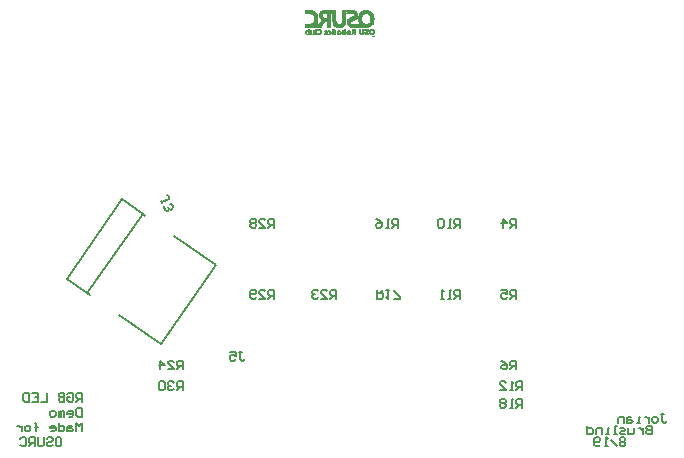
<source format=gbo>
G04 Layer_Color=13813960*
%FSLAX24Y24*%
%MOIN*%
G70*
G01*
G75*
%ADD12C,0.0059*%
%ADD28C,0.0061*%
%ADD45C,0.0079*%
%ADD46C,0.0000*%
%ADD47R,0.0027X0.0002*%
%ADD48R,0.0033X0.0002*%
%ADD49R,0.0028X0.0002*%
%ADD50R,0.0025X0.0002*%
%ADD51R,0.0019X0.0002*%
%ADD52R,0.0024X0.0002*%
%ADD53R,0.0027X0.0002*%
%ADD54R,0.0032X0.0002*%
%ADD55R,0.0046X0.0002*%
%ADD56R,0.0054X0.0002*%
%ADD57R,0.0047X0.0002*%
%ADD58R,0.0044X0.0002*%
%ADD59R,0.0039X0.0002*%
%ADD60R,0.0054X0.0002*%
%ADD61R,0.0058X0.0002*%
%ADD62R,0.0068X0.0002*%
%ADD63R,0.0060X0.0002*%
%ADD64R,0.0041X0.0002*%
%ADD65R,0.0047X0.0002*%
%ADD66R,0.0055X0.0002*%
%ADD67R,0.0041X0.0002*%
%ADD68R,0.0043X0.0002*%
%ADD69R,0.0055X0.0002*%
%ADD70R,0.0046X0.0002*%
%ADD71R,0.0057X0.0002*%
%ADD72R,0.0066X0.0002*%
%ADD73R,0.0039X0.0002*%
%ADD74R,0.0066X0.0002*%
%ADD75R,0.0079X0.0002*%
%ADD76R,0.0069X0.0002*%
%ADD77R,0.0041X0.0002*%
%ADD78R,0.0063X0.0002*%
%ADD79R,0.0041X0.0002*%
%ADD80R,0.0049X0.0002*%
%ADD81R,0.0052X0.0002*%
%ADD82R,0.0065X0.0002*%
%ADD83R,0.0079X0.0002*%
%ADD84R,0.0049X0.0002*%
%ADD85R,0.0076X0.0002*%
%ADD86R,0.0087X0.0002*%
%ADD87R,0.0047X0.0002*%
%ADD88R,0.0071X0.0002*%
%ADD89R,0.0071X0.0002*%
%ADD90R,0.0055X0.0002*%
%ADD91R,0.0077X0.0002*%
%ADD92R,0.0050X0.0002*%
%ADD93R,0.0082X0.0002*%
%ADD94R,0.0095X0.0002*%
%ADD95R,0.0058X0.0002*%
%ADD96R,0.0057X0.0002*%
%ADD97R,0.0080X0.0002*%
%ADD98R,0.0088X0.0002*%
%ADD99R,0.0099X0.0002*%
%ADD100R,0.0047X0.0002*%
%ADD101R,0.0082X0.0002*%
%ADD102R,0.0063X0.0002*%
%ADD103R,0.0058X0.0002*%
%ADD104R,0.0079X0.0002*%
%ADD105R,0.0084X0.0002*%
%ADD106R,0.0062X0.0002*%
%ADD107R,0.0104X0.0002*%
%ADD108R,0.0088X0.0002*%
%ADD109R,0.0060X0.0002*%
%ADD110R,0.0080X0.0002*%
%ADD111R,0.0085X0.0002*%
%ADD112R,0.0102X0.0002*%
%ADD113R,0.0099X0.0002*%
%ADD114R,0.0107X0.0002*%
%ADD115R,0.0098X0.0002*%
%ADD116R,0.0091X0.0002*%
%ADD117R,0.0061X0.0002*%
%ADD118R,0.0083X0.0002*%
%ADD119R,0.0106X0.0002*%
%ADD120R,0.0066X0.0002*%
%ADD121R,0.0109X0.0002*%
%ADD122R,0.0096X0.0002*%
%ADD123R,0.0073X0.0002*%
%ADD124R,0.0085X0.0002*%
%ADD125R,0.0090X0.0002*%
%ADD126R,0.0109X0.0002*%
%ADD127R,0.0068X0.0002*%
%ADD128R,0.0107X0.0002*%
%ADD129R,0.0110X0.0002*%
%ADD130R,0.0076X0.0002*%
%ADD131R,0.0101X0.0002*%
%ADD132R,0.0065X0.0002*%
%ADD133R,0.0087X0.0002*%
%ADD134R,0.0091X0.0002*%
%ADD135R,0.0071X0.0002*%
%ADD136R,0.0113X0.0002*%
%ADD137R,0.0112X0.0002*%
%ADD138R,0.0110X0.0002*%
%ADD139R,0.0120X0.0002*%
%ADD140R,0.0104X0.0002*%
%ADD141R,0.0093X0.0002*%
%ADD142R,0.0074X0.0002*%
%ADD143R,0.0117X0.0002*%
%ADD144R,0.0106X0.0002*%
%ADD145R,0.0121X0.0002*%
%ADD146R,0.0090X0.0002*%
%ADD147R,0.0115X0.0002*%
%ADD148R,0.0115X0.0002*%
%ADD149R,0.0117X0.0002*%
%ADD150R,0.0123X0.0002*%
%ADD151R,0.0091X0.0002*%
%ADD152R,0.0123X0.0002*%
%ADD153R,0.0117X0.0002*%
%ADD154R,0.0118X0.0002*%
%ADD155R,0.0112X0.0002*%
%ADD156R,0.0123X0.0002*%
%ADD157R,0.0113X0.0002*%
%ADD158R,0.0093X0.0002*%
%ADD159R,0.0096X0.0002*%
%ADD160R,0.0118X0.0002*%
%ADD161R,0.0120X0.0002*%
%ADD162R,0.0126X0.0002*%
%ADD163R,0.0118X0.0002*%
%ADD164R,0.0125X0.0002*%
%ADD165R,0.0098X0.0002*%
%ADD166R,0.0124X0.0002*%
%ADD167R,0.0129X0.0002*%
%ADD168R,0.0123X0.0002*%
%ADD169R,0.0132X0.0002*%
%ADD170R,0.0099X0.0002*%
%ADD171R,0.0135X0.0002*%
%ADD172R,0.0126X0.0002*%
%ADD173R,0.0121X0.0002*%
%ADD174R,0.0128X0.0002*%
%ADD175R,0.0069X0.0002*%
%ADD176R,0.0098X0.0002*%
%ADD177R,0.0025X0.0002*%
%ADD178R,0.0124X0.0002*%
%ADD179R,0.0139X0.0002*%
%ADD180R,0.0121X0.0002*%
%ADD181R,0.0129X0.0002*%
%ADD182R,0.0021X0.0002*%
%ADD183R,0.0043X0.0002*%
%ADD184R,0.0128X0.0002*%
%ADD185R,0.0142X0.0002*%
%ADD186R,0.0131X0.0002*%
%ADD187R,0.0046X0.0002*%
%ADD188R,0.0006X0.0002*%
%ADD189R,0.0016X0.0002*%
%ADD190R,0.0052X0.0002*%
%ADD191R,0.0055X0.0002*%
%ADD192R,0.0143X0.0002*%
%ADD193R,0.0038X0.0002*%
%ADD194R,0.0058X0.0002*%
%ADD195R,0.0003X0.0002*%
%ADD196R,0.0014X0.0002*%
%ADD197R,0.0011X0.0002*%
%ADD198R,0.0039X0.0002*%
%ADD199R,0.0145X0.0002*%
%ADD200R,0.0032X0.0002*%
%ADD201R,0.0054X0.0002*%
%ADD202R,0.0134X0.0002*%
%ADD203R,0.0052X0.0002*%
%ADD204R,0.0049X0.0002*%
%ADD205R,0.0044X0.0002*%
%ADD206R,0.0009X0.0002*%
%ADD207R,0.0008X0.0002*%
%ADD208R,0.0039X0.0002*%
%ADD209R,0.0129X0.0002*%
%ADD210R,0.0050X0.0002*%
%ADD211R,0.0049X0.0002*%
%ADD212R,0.0005X0.0002*%
%ADD213R,0.0030X0.0002*%
%ADD214R,0.0060X0.0002*%
%ADD215R,0.0022X0.0002*%
%ADD216R,0.0044X0.0002*%
%ADD217R,0.0003X0.0002*%
%ADD218R,0.0002X0.0002*%
%ADD219R,0.0017X0.0002*%
%ADD220R,0.0043X0.0002*%
%ADD221R,0.0016X0.0002*%
%ADD222R,0.0046X0.0002*%
%ADD223R,0.0043X0.0002*%
%ADD224R,0.0060X0.0002*%
%ADD225R,0.0013X0.0002*%
%ADD226R,0.0013X0.0002*%
%ADD227R,0.0009X0.0002*%
%ADD228R,0.0008X0.0002*%
%ADD229R,0.0002X0.0002*%
%ADD230R,0.0005X0.0002*%
%ADD231R,0.0073X0.0002*%
%ADD232R,0.0079X0.0002*%
%ADD233R,0.0052X0.0002*%
%ADD234R,0.0077X0.0002*%
%ADD235R,0.0072X0.0002*%
%ADD236R,0.0072X0.0002*%
%ADD237R,0.0091X0.0002*%
%ADD238R,0.0054X0.0002*%
%ADD239R,0.0084X0.0002*%
%ADD240R,0.0106X0.0002*%
%ADD241R,0.0087X0.0002*%
%ADD242R,0.0115X0.0002*%
%ADD243R,0.0002X0.0002*%
%ADD244R,0.0005X0.0002*%
%ADD245R,0.0011X0.0002*%
%ADD246R,0.0003X0.0002*%
%ADD247R,0.0016X0.0002*%
%ADD248R,0.0077X0.0002*%
%ADD249R,0.0131X0.0002*%
%ADD250R,0.0131X0.0002*%
%ADD251R,0.0095X0.0002*%
%ADD252R,0.0024X0.0002*%
%ADD253R,0.0129X0.0002*%
%ADD254R,0.0118X0.0002*%
%ADD255R,0.0093X0.0002*%
%ADD256R,0.0044X0.0002*%
%ADD257R,0.0085X0.0002*%
%ADD258R,0.0090X0.0002*%
%ADD259R,0.0062X0.0002*%
%ADD260R,0.0087X0.0002*%
%ADD261R,0.0101X0.0002*%
%ADD262R,0.0083X0.0002*%
%ADD263R,0.0074X0.0002*%
%ADD264R,0.0061X0.0002*%
%ADD265R,0.0080X0.0002*%
%ADD266R,0.0074X0.0002*%
%ADD267R,0.0068X0.0002*%
%ADD268R,0.0038X0.0002*%
%ADD269R,0.0050X0.0002*%
%ADD270R,0.0036X0.0002*%
%ADD271R,0.0035X0.0002*%
%ADD272R,0.0038X0.0002*%
%ADD273R,0.0011X0.0002*%
%ADD274R,0.0010X0.0002*%
%ADD275R,0.0017X0.0002*%
%ADD276R,0.0028X0.0002*%
%ADD277R,0.0145X0.0002*%
%ADD278R,0.0140X0.0002*%
%ADD279R,0.0139X0.0002*%
%ADD280R,0.0128X0.0002*%
%ADD281R,0.0030X0.0002*%
%ADD282R,0.0136X0.0002*%
%ADD283R,0.0128X0.0002*%
%ADD284R,0.0126X0.0002*%
%ADD285R,0.0109X0.0002*%
%ADD286R,0.0019X0.0002*%
%ADD287R,0.0102X0.0002*%
%ADD288R,0.0008X0.0002*%
%ADD289R,0.0088X0.0002*%
%ADD290R,0.0102X0.0002*%
%ADD291R,0.0066X0.0002*%
%ADD292R,0.0022X0.0002*%
%ADD293R,0.0035X0.0002*%
%ADD294R,0.0170X0.0002*%
%ADD295R,0.0394X0.0002*%
%ADD296R,0.0291X0.0002*%
%ADD297R,0.0187X0.0002*%
%ADD298R,0.0400X0.0002*%
%ADD299R,0.0280X0.0002*%
%ADD300R,0.0202X0.0002*%
%ADD301R,0.0403X0.0002*%
%ADD302R,0.0110X0.0002*%
%ADD303R,0.0274X0.0002*%
%ADD304R,0.0214X0.0002*%
%ADD305R,0.0406X0.0002*%
%ADD306R,0.0266X0.0002*%
%ADD307R,0.0224X0.0002*%
%ADD308R,0.0409X0.0002*%
%ADD309R,0.0142X0.0002*%
%ADD310R,0.0263X0.0002*%
%ADD311R,0.0232X0.0002*%
%ADD312R,0.0150X0.0002*%
%ADD313R,0.0411X0.0002*%
%ADD314R,0.0158X0.0002*%
%ADD315R,0.0258X0.0002*%
%ADD316R,0.0238X0.0002*%
%ADD317R,0.0164X0.0002*%
%ADD318R,0.0169X0.0002*%
%ADD319R,0.0254X0.0002*%
%ADD320R,0.0246X0.0002*%
%ADD321R,0.0173X0.0002*%
%ADD322R,0.0414X0.0002*%
%ADD323R,0.0178X0.0002*%
%ADD324R,0.0250X0.0002*%
%ADD325R,0.0183X0.0002*%
%ADD326R,0.0416X0.0002*%
%ADD327R,0.0189X0.0002*%
%ADD328R,0.0247X0.0002*%
%ADD329R,0.0255X0.0002*%
%ADD330R,0.0192X0.0002*%
%ADD331R,0.0417X0.0002*%
%ADD332R,0.0200X0.0002*%
%ADD333R,0.0246X0.0002*%
%ADD334R,0.0260X0.0002*%
%ADD335R,0.0202X0.0002*%
%ADD336R,0.0417X0.0002*%
%ADD337R,0.0206X0.0002*%
%ADD338R,0.0243X0.0002*%
%ADD339R,0.0211X0.0002*%
%ADD340R,0.0419X0.0002*%
%ADD341R,0.0214X0.0002*%
%ADD342R,0.0239X0.0002*%
%ADD343R,0.0271X0.0002*%
%ADD344R,0.0219X0.0002*%
%ADD345R,0.0417X0.0002*%
%ADD346R,0.0222X0.0002*%
%ADD347R,0.0238X0.0002*%
%ADD348R,0.0274X0.0002*%
%ADD349R,0.0225X0.0002*%
%ADD350R,0.0421X0.0002*%
%ADD351R,0.0228X0.0002*%
%ADD352R,0.0235X0.0002*%
%ADD353R,0.0277X0.0002*%
%ADD354R,0.0233X0.0002*%
%ADD355R,0.0420X0.0002*%
%ADD356R,0.0233X0.0002*%
%ADD357R,0.0282X0.0002*%
%ADD358R,0.0244X0.0002*%
%ADD359R,0.0232X0.0002*%
%ADD360R,0.0285X0.0002*%
%ADD361R,0.0420X0.0002*%
%ADD362R,0.0249X0.0002*%
%ADD363R,0.0230X0.0002*%
%ADD364R,0.0288X0.0002*%
%ADD365R,0.0422X0.0002*%
%ADD366R,0.0254X0.0002*%
%ADD367R,0.0227X0.0002*%
%ADD368R,0.0293X0.0002*%
%ADD369R,0.0422X0.0002*%
%ADD370R,0.0260X0.0002*%
%ADD371R,0.0296X0.0002*%
%ADD372R,0.0266X0.0002*%
%ADD373R,0.0299X0.0002*%
%ADD374R,0.0272X0.0002*%
%ADD375R,0.0422X0.0002*%
%ADD376R,0.0271X0.0002*%
%ADD377R,0.0301X0.0002*%
%ADD378R,0.0276X0.0002*%
%ADD379R,0.0222X0.0002*%
%ADD380R,0.0304X0.0002*%
%ADD381R,0.0424X0.0002*%
%ADD382R,0.0219X0.0002*%
%ADD383R,0.0307X0.0002*%
%ADD384R,0.0288X0.0002*%
%ADD385R,0.0285X0.0002*%
%ADD386R,0.0310X0.0002*%
%ADD387R,0.0291X0.0002*%
%ADD388R,0.0424X0.0002*%
%ADD389R,0.0290X0.0002*%
%ADD390R,0.0217X0.0002*%
%ADD391R,0.0312X0.0002*%
%ADD392R,0.0298X0.0002*%
%ADD393R,0.0295X0.0002*%
%ADD394R,0.0216X0.0002*%
%ADD395R,0.0315X0.0002*%
%ADD396R,0.0302X0.0002*%
%ADD397R,0.0298X0.0002*%
%ADD398R,0.0318X0.0002*%
%ADD399R,0.0424X0.0002*%
%ADD400R,0.0302X0.0002*%
%ADD401R,0.0213X0.0002*%
%ADD402R,0.0320X0.0002*%
%ADD403R,0.0313X0.0002*%
%ADD404R,0.0307X0.0002*%
%ADD405R,0.0213X0.0002*%
%ADD406R,0.0321X0.0002*%
%ADD407R,0.0317X0.0002*%
%ADD408R,0.0312X0.0002*%
%ADD409R,0.0324X0.0002*%
%ADD410R,0.0326X0.0002*%
%ADD411R,0.0210X0.0002*%
%ADD412R,0.0329X0.0002*%
%ADD413R,0.0329X0.0002*%
%ADD414R,0.0321X0.0002*%
%ADD415R,0.0208X0.0002*%
%ADD416R,0.0331X0.0002*%
%ADD417R,0.0332X0.0002*%
%ADD418R,0.0208X0.0002*%
%ADD419R,0.0337X0.0002*%
%ADD420R,0.0328X0.0002*%
%ADD421R,0.0335X0.0002*%
%ADD422R,0.0342X0.0002*%
%ADD423R,0.0331X0.0002*%
%ADD424R,0.0205X0.0002*%
%ADD425R,0.0345X0.0002*%
%ADD426R,0.0422X0.0002*%
%ADD427R,0.0334X0.0002*%
%ADD428R,0.0205X0.0002*%
%ADD429R,0.0339X0.0002*%
%ADD430R,0.0350X0.0002*%
%ADD431R,0.0203X0.0002*%
%ADD432R,0.0340X0.0002*%
%ADD433R,0.0354X0.0002*%
%ADD434R,0.0203X0.0002*%
%ADD435R,0.0358X0.0002*%
%ADD436R,0.0421X0.0002*%
%ADD437R,0.0343X0.0002*%
%ADD438R,0.0202X0.0002*%
%ADD439R,0.0361X0.0002*%
%ADD440R,0.0347X0.0002*%
%ADD441R,0.0346X0.0002*%
%ADD442R,0.0364X0.0002*%
%ADD443R,0.0348X0.0002*%
%ADD444R,0.0367X0.0002*%
%ADD445R,0.0353X0.0002*%
%ADD446R,0.0370X0.0002*%
%ADD447R,0.0354X0.0002*%
%ADD448R,0.0200X0.0002*%
%ADD449R,0.0351X0.0002*%
%ADD450R,0.0373X0.0002*%
%ADD451R,0.0356X0.0002*%
%ADD452R,0.0198X0.0002*%
%ADD453R,0.0376X0.0002*%
%ADD454R,0.0359X0.0002*%
%ADD455R,0.0380X0.0002*%
%ADD456R,0.0362X0.0002*%
%ADD457R,0.0197X0.0002*%
%ADD458R,0.0383X0.0002*%
%ADD459R,0.0419X0.0002*%
%ADD460R,0.0365X0.0002*%
%ADD461R,0.0197X0.0002*%
%ADD462R,0.0386X0.0002*%
%ADD463R,0.0197X0.0002*%
%ADD464R,0.0359X0.0002*%
%ADD465R,0.0389X0.0002*%
%ADD466R,0.0369X0.0002*%
%ADD467R,0.0195X0.0002*%
%ADD468R,0.0392X0.0002*%
%ADD469R,0.0372X0.0002*%
%ADD470R,0.0195X0.0002*%
%ADD471R,0.0395X0.0002*%
%ADD472R,0.0416X0.0002*%
%ADD473R,0.0373X0.0002*%
%ADD474R,0.0194X0.0002*%
%ADD475R,0.0364X0.0002*%
%ADD476R,0.0398X0.0002*%
%ADD477R,0.0416X0.0002*%
%ADD478R,0.0375X0.0002*%
%ADD479R,0.0194X0.0002*%
%ADD480R,0.0365X0.0002*%
%ADD481R,0.0402X0.0002*%
%ADD482R,0.0378X0.0002*%
%ADD483R,0.0405X0.0002*%
%ADD484R,0.0414X0.0002*%
%ADD485R,0.0408X0.0002*%
%ADD486R,0.0414X0.0002*%
%ADD487R,0.0381X0.0002*%
%ADD488R,0.0369X0.0002*%
%ADD489R,0.0408X0.0002*%
%ADD490R,0.0384X0.0002*%
%ADD491R,0.0370X0.0002*%
%ADD492R,0.0372X0.0002*%
%ADD493R,0.0413X0.0002*%
%ADD494R,0.0387X0.0002*%
%ADD495R,0.0191X0.0002*%
%ADD496R,0.0417X0.0002*%
%ADD497R,0.0413X0.0002*%
%ADD498R,0.0389X0.0002*%
%ADD499R,0.0191X0.0002*%
%ADD500R,0.0375X0.0002*%
%ADD501R,0.0192X0.0002*%
%ADD502R,0.0409X0.0002*%
%ADD503R,0.0394X0.0002*%
%ADD504R,0.0191X0.0002*%
%ADD505R,0.0425X0.0002*%
%ADD506R,0.0395X0.0002*%
%ADD507R,0.0427X0.0002*%
%ADD508R,0.0181X0.0002*%
%ADD509R,0.0378X0.0002*%
%ADD510R,0.0430X0.0002*%
%ADD511R,0.0173X0.0002*%
%ADD512R,0.0433X0.0002*%
%ADD513R,0.0381X0.0002*%
%ADD514R,0.0164X0.0002*%
%ADD515R,0.0189X0.0002*%
%ADD516R,0.0383X0.0002*%
%ADD517R,0.0436X0.0002*%
%ADD518R,0.0159X0.0002*%
%ADD519R,0.0402X0.0002*%
%ADD520R,0.0205X0.0002*%
%ADD521R,0.0156X0.0002*%
%ADD522R,0.0189X0.0002*%
%ADD523R,0.0186X0.0002*%
%ADD524R,0.0154X0.0002*%
%ADD525R,0.0175X0.0002*%
%ADD526R,0.0221X0.0002*%
%ADD527R,0.0184X0.0002*%
%ADD528R,0.0151X0.0002*%
%ADD529R,0.0184X0.0002*%
%ADD530R,0.0181X0.0002*%
%ADD531R,0.0148X0.0002*%
%ADD532R,0.0167X0.0002*%
%ADD533R,0.0164X0.0002*%
%ADD534R,0.0139X0.0002*%
%ADD535R,0.0206X0.0002*%
%ADD536R,0.0181X0.0002*%
%ADD537R,0.0176X0.0002*%
%ADD538R,0.0165X0.0002*%
%ADD539R,0.0159X0.0002*%
%ADD540R,0.0140X0.0002*%
%ADD541R,0.0178X0.0002*%
%ADD542R,0.0161X0.0002*%
%ADD543R,0.0157X0.0002*%
%ADD544R,0.0139X0.0002*%
%ADD545R,0.0173X0.0002*%
%ADD546R,0.0169X0.0002*%
%ADD547R,0.0156X0.0002*%
%ADD548R,0.0153X0.0002*%
%ADD549R,0.0170X0.0002*%
%ADD550R,0.0153X0.0002*%
%ADD551R,0.0187X0.0002*%
%ADD552R,0.0153X0.0002*%
%ADD553R,0.0186X0.0002*%
%ADD554R,0.0165X0.0002*%
%ADD555R,0.0162X0.0002*%
%ADD556R,0.0137X0.0002*%
%ADD557R,0.0147X0.0002*%
%ADD558R,0.0137X0.0002*%
%ADD559R,0.0180X0.0002*%
%ADD560R,0.0148X0.0002*%
%ADD561R,0.0176X0.0002*%
%ADD562R,0.0161X0.0002*%
%ADD563R,0.0135X0.0002*%
%ADD564R,0.0142X0.0002*%
%ADD565R,0.0134X0.0002*%
%ADD566R,0.0153X0.0002*%
%ADD567R,0.0143X0.0002*%
%ADD568R,0.0140X0.0002*%
%ADD569R,0.0172X0.0002*%
%ADD570R,0.0132X0.0002*%
%ADD571R,0.0172X0.0002*%
%ADD572R,0.0154X0.0002*%
%ADD573R,0.0150X0.0002*%
%ADD574R,0.0132X0.0002*%
%ADD575R,0.0154X0.0002*%
%ADD576R,0.0137X0.0002*%
%ADD577R,0.0148X0.0002*%
%ADD578R,0.0151X0.0002*%
%ADD579R,0.0134X0.0002*%
%ADD580R,0.0146X0.0002*%
%ADD581R,0.0131X0.0002*%
%ADD582R,0.0162X0.0002*%
%ADD583R,0.0145X0.0002*%
%ADD584R,0.0134X0.0002*%
%ADD585R,0.0157X0.0002*%
%ADD586R,0.0140X0.0002*%
%ADD587R,0.0151X0.0002*%
%ADD588R,0.0142X0.0002*%
%ADD589R,0.0146X0.0002*%
%ADD590R,0.0126X0.0002*%
%ADD591R,0.0154X0.0002*%
%ADD592R,0.0167X0.0002*%
%ADD593R,0.0172X0.0002*%
%ADD594R,0.0125X0.0002*%
%ADD595R,0.0321X0.0002*%
%ADD596R,0.0320X0.0002*%
%ADD597R,0.0184X0.0002*%
%ADD598R,0.0320X0.0002*%
%ADD599R,0.0317X0.0002*%
%ADD600R,0.0315X0.0002*%
%ADD601R,0.0313X0.0002*%
%ADD602R,0.0132X0.0002*%
%ADD603R,0.0203X0.0002*%
%ADD604R,0.0309X0.0002*%
%ADD605R,0.0307X0.0002*%
%ADD606R,0.0214X0.0002*%
%ADD607R,0.0301X0.0002*%
%ADD608R,0.0217X0.0002*%
%ADD609R,0.0294X0.0002*%
%ADD610R,0.0225X0.0002*%
%ADD611R,0.0293X0.0002*%
%ADD612R,0.0228X0.0002*%
%ADD613R,0.0290X0.0002*%
%ADD614R,0.0230X0.0002*%
%ADD615R,0.0288X0.0002*%
%ADD616R,0.0235X0.0002*%
%ADD617R,0.0282X0.0002*%
%ADD618R,0.0241X0.0002*%
%ADD619R,0.0244X0.0002*%
%ADD620R,0.0277X0.0002*%
%ADD621R,0.0282X0.0002*%
%ADD622R,0.0247X0.0002*%
%ADD623R,0.0287X0.0002*%
%ADD624R,0.0252X0.0002*%
%ADD625R,0.0252X0.0002*%
%ADD626R,0.0306X0.0002*%
%ADD627R,0.0255X0.0002*%
%ADD628R,0.0309X0.0002*%
%ADD629R,0.0257X0.0002*%
%ADD630R,0.0257X0.0002*%
%ADD631R,0.0317X0.0002*%
%ADD632R,0.0323X0.0002*%
%ADD633R,0.0260X0.0002*%
%ADD634R,0.0328X0.0002*%
%ADD635R,0.0334X0.0002*%
%ADD636R,0.0335X0.0002*%
%ADD637R,0.0258X0.0002*%
%ADD638R,0.0345X0.0002*%
%ADD639R,0.0350X0.0002*%
%ADD640R,0.0351X0.0002*%
%ADD641R,0.0250X0.0002*%
%ADD642R,0.0356X0.0002*%
%ADD643R,0.0357X0.0002*%
%ADD644R,0.0249X0.0002*%
%ADD645R,0.0247X0.0002*%
%ADD646R,0.0246X0.0002*%
%ADD647R,0.0362X0.0002*%
%ADD648R,0.0364X0.0002*%
%ADD649R,0.0241X0.0002*%
%ADD650R,0.0161X0.0002*%
%ADD651R,0.0228X0.0002*%
%ADD652R,0.0224X0.0002*%
%ADD653R,0.0216X0.0002*%
%ADD654R,0.0209X0.0002*%
%ADD655R,0.0199X0.0002*%
%ADD656R,0.0197X0.0002*%
%ADD657R,0.0183X0.0002*%
%ADD658R,0.0180X0.0002*%
%ADD659R,0.0175X0.0002*%
%ADD660R,0.0165X0.0002*%
%ADD661R,0.0158X0.0002*%
%ADD662R,0.0143X0.0002*%
%ADD663R,0.0136X0.0002*%
%ADD664R,0.0148X0.0002*%
%ADD665R,0.0151X0.0002*%
%ADD666R,0.0162X0.0002*%
%ADD667R,0.0167X0.0002*%
%ADD668R,0.0172X0.0002*%
%ADD669R,0.0161X0.0002*%
%ADD670R,0.0173X0.0002*%
%ADD671R,0.0170X0.0002*%
%ADD672R,0.0175X0.0002*%
%ADD673R,0.0150X0.0002*%
%ADD674R,0.0198X0.0002*%
%ADD675R,0.0202X0.0002*%
%ADD676R,0.0224X0.0002*%
%ADD677R,0.0436X0.0002*%
%ADD678R,0.0159X0.0002*%
%ADD679R,0.0432X0.0002*%
%ADD680R,0.0428X0.0002*%
%ADD681R,0.0427X0.0002*%
%ADD682R,0.0183X0.0002*%
%ADD683R,0.0428X0.0002*%
%ADD684R,0.0359X0.0002*%
%ADD685R,0.0428X0.0002*%
%ADD686R,0.0427X0.0002*%
%ADD687R,0.0358X0.0002*%
%ADD688R,0.0411X0.0002*%
%ADD689R,0.0351X0.0002*%
%ADD690R,0.0402X0.0002*%
%ADD691R,0.0399X0.0002*%
%ADD692R,0.0348X0.0002*%
%ADD693R,0.0345X0.0002*%
%ADD694R,0.0389X0.0002*%
%ADD695R,0.0343X0.0002*%
%ADD696R,0.0386X0.0002*%
%ADD697R,0.0342X0.0002*%
%ADD698R,0.0339X0.0002*%
%ADD699R,0.0376X0.0002*%
%ADD700R,0.0373X0.0002*%
%ADD701R,0.0353X0.0002*%
%ADD702R,0.0416X0.0002*%
%ADD703R,0.0361X0.0002*%
%ADD704R,0.0410X0.0002*%
%ADD705R,0.0320X0.0002*%
%ADD706R,0.0340X0.0002*%
%ADD707R,0.0334X0.0002*%
%ADD708R,0.0403X0.0002*%
%ADD709R,0.0313X0.0002*%
%ADD710R,0.0329X0.0002*%
%ADD711R,0.0310X0.0002*%
%ADD712R,0.0321X0.0002*%
%ADD713R,0.0397X0.0002*%
%ADD714R,0.0302X0.0002*%
%ADD715R,0.0309X0.0002*%
%ADD716R,0.0391X0.0002*%
%ADD717R,0.0296X0.0002*%
%ADD718R,0.0318X0.0002*%
%ADD719R,0.0387X0.0002*%
%ADD720R,0.0277X0.0002*%
%ADD721R,0.0283X0.0002*%
%ADD722R,0.0378X0.0002*%
%ADD723R,0.0280X0.0002*%
%ADD724R,0.0306X0.0002*%
%ADD725R,0.0269X0.0002*%
%ADD726R,0.0246X0.0002*%
%ADD727R,0.0296X0.0002*%
%ADD728R,0.0367X0.0002*%
%ADD729R,0.0266X0.0002*%
%ADD730R,0.0365X0.0002*%
%ADD731R,0.0263X0.0002*%
%ADD732R,0.0282X0.0002*%
%ADD733R,0.0252X0.0002*%
%ADD734R,0.0279X0.0002*%
%ADD735R,0.0265X0.0002*%
%ADD736R,0.0337X0.0002*%
%ADD737R,0.0233X0.0002*%
%ADD738R,0.0258X0.0002*%
%ADD739R,0.0328X0.0002*%
%ADD740R,0.0220X0.0002*%
%ADD741R,0.0239X0.0002*%
%ADD742R,0.0120X0.0002*%
%ADD743R,0.0284X0.0002*%
%ADD744R,0.0036X0.0002*%
%ADD745R,0.0191X0.0002*%
%ADD746R,0.0265X0.0002*%
D12*
X20284Y18332D02*
X20250Y18424D01*
X20267Y18378D01*
X20498Y18462D01*
X20527Y18525D01*
X20511Y18572D01*
X20448Y18601D01*
X20364Y18256D02*
X20334Y18193D01*
X20368Y18101D01*
X20431Y18071D01*
X20477Y18088D01*
X20506Y18151D01*
X20490Y18197D01*
X20506Y18151D01*
X20570Y18122D01*
X20616Y18139D01*
X20645Y18202D01*
X20612Y18294D01*
X20548Y18324D01*
X20965Y12106D02*
Y12401D01*
X20817D01*
X20768Y12352D01*
Y12254D01*
X20817Y12205D01*
X20965D01*
X20866D02*
X20768Y12106D01*
X20669Y12352D02*
X20620Y12401D01*
X20522D01*
X20473Y12352D01*
Y12303D01*
X20522Y12254D01*
X20571D01*
X20522D01*
X20473Y12205D01*
Y12155D01*
X20522Y12106D01*
X20620D01*
X20669Y12155D01*
X20374Y12352D02*
X20325Y12401D01*
X20227D01*
X20177Y12352D01*
Y12155D01*
X20227Y12106D01*
X20325D01*
X20374Y12155D01*
Y12352D01*
X24016Y15157D02*
Y15453D01*
X23868D01*
X23819Y15403D01*
Y15305D01*
X23868Y15256D01*
X24016D01*
X23917D02*
X23819Y15157D01*
X23524D02*
X23721D01*
X23524Y15354D01*
Y15403D01*
X23573Y15453D01*
X23671D01*
X23721Y15403D01*
X23425Y15207D02*
X23376Y15157D01*
X23278D01*
X23229Y15207D01*
Y15403D01*
X23278Y15453D01*
X23376D01*
X23425Y15403D01*
Y15354D01*
X23376Y15305D01*
X23229D01*
X24016Y17520D02*
Y17815D01*
X23868D01*
X23819Y17766D01*
Y17667D01*
X23868Y17618D01*
X24016D01*
X23917D02*
X23819Y17520D01*
X23524D02*
X23721D01*
X23524Y17716D01*
Y17766D01*
X23573Y17815D01*
X23671D01*
X23721Y17766D01*
X23425D02*
X23376Y17815D01*
X23278D01*
X23229Y17766D01*
Y17716D01*
X23278Y17667D01*
X23229Y17618D01*
Y17569D01*
X23278Y17520D01*
X23376D01*
X23425Y17569D01*
Y17618D01*
X23376Y17667D01*
X23425Y17716D01*
Y17766D01*
X23376Y17667D02*
X23278D01*
X20965Y12795D02*
Y13090D01*
X20817D01*
X20768Y13041D01*
Y12943D01*
X20817Y12894D01*
X20965D01*
X20866D02*
X20768Y12795D01*
X20473D02*
X20669D01*
X20473Y12992D01*
Y13041D01*
X20522Y13090D01*
X20620D01*
X20669Y13041D01*
X20227Y12795D02*
Y13090D01*
X20374Y12943D01*
X20177D01*
X26083Y15157D02*
Y15453D01*
X25935D01*
X25886Y15403D01*
Y15305D01*
X25935Y15256D01*
X26083D01*
X25984D02*
X25886Y15157D01*
X25591D02*
X25787D01*
X25591Y15354D01*
Y15403D01*
X25640Y15453D01*
X25738D01*
X25787Y15403D01*
X25492D02*
X25443Y15453D01*
X25345D01*
X25296Y15403D01*
Y15354D01*
X25345Y15305D01*
X25394D01*
X25345D01*
X25296Y15256D01*
Y15207D01*
X25345Y15157D01*
X25443D01*
X25492Y15207D01*
X32283Y11516D02*
Y11811D01*
X32136D01*
X32087Y11762D01*
Y11663D01*
X32136Y11614D01*
X32283D01*
X32185D02*
X32087Y11516D01*
X31988D02*
X31890D01*
X31939D01*
Y11811D01*
X31988Y11762D01*
X31742D02*
X31693Y11811D01*
X31595D01*
X31546Y11762D01*
Y11713D01*
X31595Y11663D01*
X31546Y11614D01*
Y11565D01*
X31595Y11516D01*
X31693D01*
X31742Y11565D01*
Y11614D01*
X31693Y11663D01*
X31742Y11713D01*
Y11762D01*
X31693Y11663D02*
X31595D01*
X27461Y15453D02*
Y15158D01*
X27608D01*
X27657Y15207D01*
Y15305D01*
X27608Y15354D01*
X27461D01*
X27559D02*
X27657Y15453D01*
X27756D02*
X27854D01*
X27805D01*
Y15158D01*
X27756Y15207D01*
X28002Y15158D02*
X28199D01*
Y15207D01*
X28002Y15404D01*
Y15453D01*
X28150Y17520D02*
Y17815D01*
X28002D01*
X27953Y17766D01*
Y17667D01*
X28002Y17618D01*
X28150D01*
X28051D02*
X27953Y17520D01*
X27854D02*
X27756D01*
X27805D01*
Y17815D01*
X27854Y17766D01*
X27412Y17815D02*
X27510Y17766D01*
X27608Y17667D01*
Y17569D01*
X27559Y17520D01*
X27461D01*
X27412Y17569D01*
Y17618D01*
X27461Y17667D01*
X27608D01*
X32087Y12795D02*
Y13090D01*
X31939D01*
X31890Y13041D01*
Y12943D01*
X31939Y12894D01*
X32087D01*
X31988D02*
X31890Y12795D01*
X31595Y13090D02*
X31693Y13041D01*
X31791Y12943D01*
Y12844D01*
X31742Y12795D01*
X31644D01*
X31595Y12844D01*
Y12894D01*
X31644Y12943D01*
X31791D01*
X32283Y12106D02*
Y12401D01*
X32136D01*
X32087Y12352D01*
Y12254D01*
X32136Y12205D01*
X32283D01*
X32185D02*
X32087Y12106D01*
X31988D02*
X31890D01*
X31939D01*
Y12401D01*
X31988Y12352D01*
X31546Y12106D02*
X31742D01*
X31546Y12303D01*
Y12352D01*
X31595Y12401D01*
X31693D01*
X31742Y12352D01*
X30217Y15157D02*
Y15453D01*
X30069D01*
X30020Y15403D01*
Y15305D01*
X30069Y15256D01*
X30217D01*
X30118D02*
X30020Y15157D01*
X29921D02*
X29823D01*
X29872D01*
Y15453D01*
X29921Y15403D01*
X29675Y15157D02*
X29577D01*
X29626D01*
Y15453D01*
X29675Y15403D01*
X30217Y17520D02*
Y17815D01*
X30069D01*
X30020Y17766D01*
Y17667D01*
X30069Y17618D01*
X30217D01*
X30118D02*
X30020Y17520D01*
X29921D02*
X29823D01*
X29872D01*
Y17815D01*
X29921Y17766D01*
X29675D02*
X29626Y17815D01*
X29528D01*
X29479Y17766D01*
Y17569D01*
X29528Y17520D01*
X29626D01*
X29675Y17569D01*
Y17766D01*
X32087Y17520D02*
Y17815D01*
X31939D01*
X31890Y17766D01*
Y17667D01*
X31939Y17618D01*
X32087D01*
X31988D02*
X31890Y17520D01*
X31644D02*
Y17815D01*
X31791Y17667D01*
X31595D01*
X32087Y15157D02*
Y15453D01*
X31939D01*
X31890Y15403D01*
Y15305D01*
X31939Y15256D01*
X32087D01*
X31988D02*
X31890Y15157D01*
X31595Y15453D02*
X31791D01*
Y15305D01*
X31693Y15354D01*
X31644D01*
X31595Y15305D01*
Y15207D01*
X31644Y15157D01*
X31742D01*
X31791Y15207D01*
X22835Y13386D02*
X22933D01*
X22884D01*
Y13140D01*
X22933Y13091D01*
X22982D01*
X23031Y13140D01*
X22540Y13386D02*
X22736D01*
Y13238D01*
X22638Y13287D01*
X22589D01*
X22540Y13238D01*
Y13140D01*
X22589Y13091D01*
X22687D01*
X22736Y13140D01*
D28*
X17618Y11516D02*
Y11220D01*
X17471D01*
X17421Y11270D01*
Y11466D01*
X17471Y11516D01*
X17618D01*
X17175Y11220D02*
X17274D01*
X17323Y11270D01*
Y11368D01*
X17274Y11417D01*
X17175D01*
X17126Y11368D01*
Y11319D01*
X17323D01*
X17028Y11220D02*
Y11417D01*
X16979D01*
X16929Y11368D01*
Y11220D01*
Y11368D01*
X16880Y11417D01*
X16831Y11368D01*
Y11220D01*
X16683D02*
X16585D01*
X16536Y11270D01*
Y11368D01*
X16585Y11417D01*
X16683D01*
X16733Y11368D01*
Y11270D01*
X16683Y11220D01*
X16782Y10531D02*
X16880D01*
X16929Y10482D01*
Y10285D01*
X16880Y10236D01*
X16782D01*
X16732Y10285D01*
Y10482D01*
X16782Y10531D01*
X16437Y10482D02*
X16486Y10531D01*
X16585D01*
X16634Y10482D01*
Y10433D01*
X16585Y10384D01*
X16486D01*
X16437Y10335D01*
Y10285D01*
X16486Y10236D01*
X16585D01*
X16634Y10285D01*
X16339Y10531D02*
Y10285D01*
X16290Y10236D01*
X16191D01*
X16142Y10285D01*
Y10531D01*
X16044Y10236D02*
Y10531D01*
X15896D01*
X15847Y10482D01*
Y10384D01*
X15896Y10335D01*
X16044D01*
X15945D02*
X15847Y10236D01*
X15552Y10482D02*
X15601Y10531D01*
X15699D01*
X15748Y10482D01*
Y10285D01*
X15699Y10236D01*
X15601D01*
X15552Y10285D01*
X17618Y10728D02*
Y11024D01*
X17520Y10925D01*
X17421Y11024D01*
Y10728D01*
X17274Y10925D02*
X17175D01*
X17126Y10876D01*
Y10728D01*
X17274D01*
X17323Y10778D01*
X17274Y10827D01*
X17126D01*
X16831Y11024D02*
Y10728D01*
X16979D01*
X17028Y10778D01*
Y10876D01*
X16979Y10925D01*
X16831D01*
X16585Y10728D02*
X16683D01*
X16733Y10778D01*
Y10876D01*
X16683Y10925D01*
X16585D01*
X16536Y10876D01*
Y10827D01*
X16733D01*
X16093Y10728D02*
Y10974D01*
Y10876D01*
X16142D01*
X16044D01*
X16093D01*
Y10974D01*
X16044Y11024D01*
X15847Y10728D02*
X15749D01*
X15699Y10778D01*
Y10876D01*
X15749Y10925D01*
X15847D01*
X15896Y10876D01*
Y10778D01*
X15847Y10728D01*
X15601Y10925D02*
Y10728D01*
Y10827D01*
X15552Y10876D01*
X15503Y10925D01*
X15453D01*
X17618Y11713D02*
Y12008D01*
X17471D01*
X17421Y11959D01*
Y11860D01*
X17471Y11811D01*
X17618D01*
X17520D02*
X17421Y11713D01*
X17126Y11959D02*
X17175Y12008D01*
X17274D01*
X17323Y11959D01*
Y11762D01*
X17274Y11713D01*
X17175D01*
X17126Y11762D01*
Y11860D01*
X17225D01*
X17028Y12008D02*
Y11713D01*
X16880D01*
X16831Y11762D01*
Y11811D01*
X16880Y11860D01*
X17028D01*
X16880D01*
X16831Y11909D01*
Y11959D01*
X16880Y12008D01*
X17028D01*
X16437D02*
Y11713D01*
X16241D01*
X15945Y12008D02*
X16142D01*
Y11713D01*
X15945D01*
X16142Y11860D02*
X16044D01*
X15847Y12008D02*
Y11713D01*
X15699D01*
X15650Y11762D01*
Y11959D01*
X15699Y12008D01*
X15847D01*
X35728Y10482D02*
X35679Y10531D01*
X35581D01*
X35532Y10482D01*
Y10433D01*
X35581Y10384D01*
X35532Y10335D01*
Y10285D01*
X35581Y10236D01*
X35679D01*
X35728Y10285D01*
Y10335D01*
X35679Y10384D01*
X35728Y10433D01*
Y10482D01*
X35679Y10384D02*
X35581D01*
X35433Y10236D02*
X35236Y10433D01*
X35138Y10236D02*
X35040D01*
X35089D01*
Y10531D01*
X35138Y10482D01*
X34892Y10285D02*
X34843Y10236D01*
X34744D01*
X34695Y10285D01*
Y10482D01*
X34744Y10531D01*
X34843D01*
X34892Y10482D01*
Y10433D01*
X34843Y10384D01*
X34695D01*
X36614Y10925D02*
Y10630D01*
X36467D01*
X36417Y10679D01*
Y10728D01*
X36467Y10778D01*
X36614D01*
X36467D01*
X36417Y10827D01*
Y10876D01*
X36467Y10925D01*
X36614D01*
X36319Y10827D02*
Y10630D01*
Y10728D01*
X36270Y10778D01*
X36221Y10827D01*
X36171D01*
X36024D02*
Y10679D01*
X35975Y10630D01*
X35827D01*
Y10827D01*
X35729Y10630D02*
X35581D01*
X35532Y10679D01*
X35581Y10728D01*
X35679D01*
X35729Y10778D01*
X35679Y10827D01*
X35532D01*
X35433Y10630D02*
X35335D01*
X35384D01*
Y10925D01*
X35433D01*
X35187Y10630D02*
X35089D01*
X35138D01*
Y10827D01*
X35187D01*
X34941Y10630D02*
Y10827D01*
X34794D01*
X34745Y10778D01*
Y10630D01*
X34450Y10925D02*
Y10630D01*
X34597D01*
X34646Y10679D01*
Y10778D01*
X34597Y10827D01*
X34450D01*
X36910Y11319D02*
X37008D01*
X36959D01*
Y11073D01*
X37008Y11024D01*
X37057D01*
X37106Y11073D01*
X36762Y11024D02*
X36664D01*
X36614Y11073D01*
Y11171D01*
X36664Y11220D01*
X36762D01*
X36811Y11171D01*
Y11073D01*
X36762Y11024D01*
X36516Y11220D02*
Y11024D01*
Y11122D01*
X36467Y11171D01*
X36418Y11220D01*
X36368D01*
X36221Y11024D02*
X36122D01*
X36172D01*
Y11220D01*
X36221D01*
X35926D02*
X35827D01*
X35778Y11171D01*
Y11024D01*
X35926D01*
X35975Y11073D01*
X35926Y11122D01*
X35778D01*
X35680Y11024D02*
Y11220D01*
X35532D01*
X35483Y11171D01*
Y11024D01*
D45*
X17780Y15347D02*
X17876Y15279D01*
X17780Y15347D02*
X19631Y17991D01*
X19728Y17924D01*
X18844Y14602D02*
X20231Y13631D01*
X22082Y16275D01*
X20696Y17246D02*
X22082Y16275D01*
X18954Y18466D02*
X19631Y17991D01*
X17102Y15821D02*
X18954Y18466D01*
X17102Y15821D02*
X17780Y15347D01*
D46*
X27360Y23921D02*
X27361D01*
Y23920D01*
X27360D01*
X27361D01*
Y23918D01*
X27359Y23920D02*
X27358D01*
Y23920D01*
X27359D01*
Y23920D01*
Y23919D02*
X27358D01*
Y23918D01*
X27359D01*
Y23919D01*
X27356Y23918D02*
X27355Y23920D01*
X27354Y23921D02*
Y23918D01*
X27352D01*
X27352Y23919D01*
Y23921D01*
X27352Y23921D01*
X27354D01*
X27351Y23918D02*
X27350D01*
X27349Y23919D01*
Y23920D01*
X27350Y23920D01*
X27351D01*
X27351Y23920D01*
Y23919D01*
X27351Y23918D01*
X27348Y23920D02*
Y23919D01*
X27348Y23918D01*
X27347Y23919D01*
X27347Y23918D01*
X27346Y23919D01*
Y23920D01*
X27346Y23918D02*
Y23920D01*
X27344D01*
X27344Y23920D01*
Y23918D01*
X27343D02*
X27342D01*
X27342D01*
Y23921D01*
X27343D01*
X27340Y23918D02*
X27339D01*
X27339Y23919D01*
Y23920D01*
X27339Y23920D01*
X27340D01*
X27341Y23920D01*
Y23919D01*
X27340Y23918D01*
X27337Y23920D02*
X27336D01*
X27336Y23920D01*
Y23918D01*
X27337D01*
X27338Y23919D01*
X27337Y23919D01*
X27336D01*
X27333Y23921D02*
Y23918D01*
X27335D01*
X27335Y23919D01*
Y23920D01*
X27335Y23920D01*
X27333D01*
X27332Y23918D02*
X27331D01*
X27331Y23919D01*
X27331Y23919D01*
X27332D01*
X27332Y23920D01*
X27332Y23920D01*
X27331D01*
X27330Y23918D02*
X27328Y23920D01*
X27327Y23921D02*
Y23918D01*
X27325D01*
X27324D02*
X27323D01*
X27322Y23919D01*
Y23920D01*
X27323Y23920D01*
X27324D01*
X27324Y23920D01*
Y23919D01*
X27324Y23918D01*
X27321Y23918D02*
X27320D01*
X27320Y23918D01*
Y23920D01*
X27321D01*
X27322Y23920D01*
Y23919D01*
X27321Y23918D01*
X27320D01*
X27318D02*
X27317D01*
X27317Y23919D01*
Y23920D01*
X27317Y23920D01*
X27318D01*
X27319Y23920D01*
Y23919D01*
X27318Y23918D01*
X27316Y23921D02*
Y23918D01*
X27315D01*
X27314Y23919D01*
Y23919D01*
X27315Y23920D01*
X27316D01*
X27315D01*
X27314Y23920D01*
Y23921D01*
X27315Y23921D01*
X27316D01*
X27313Y23918D02*
X27312D01*
X27313D01*
Y23921D01*
X27313D01*
X27311Y23920D02*
X27310D01*
X27309Y23920D01*
Y23918D01*
X27311D01*
X27311Y23919D01*
X27311Y23919D01*
X27309D01*
X27307Y23920D02*
X27308D01*
X27308Y23920D01*
Y23919D01*
X27308Y23918D01*
X27307D01*
X27306D02*
Y23921D01*
Y23919D02*
X27304Y23920D01*
X27306Y23919D02*
X27304Y23918D01*
X27303D02*
Y23919D01*
X27302D01*
Y23918D01*
X27303D01*
X27301Y23921D02*
Y23918D01*
X27299D01*
X27299Y23919D01*
Y23919D01*
Y23920D01*
X27299Y23920D01*
X27301D01*
X27298Y23918D02*
Y23920D01*
X27297D01*
X27297Y23920D01*
Y23918D01*
Y23920D01*
X27297Y23920D01*
X27296Y23920D01*
Y23918D01*
X27295Y23918D02*
Y23920D01*
X27294D01*
X27293Y23920D01*
Y23919D01*
X27294Y23918D01*
X27295D01*
D47*
X27273Y23926D02*
D03*
X25755D02*
D03*
X25116Y24062D02*
D03*
X25506Y24115D02*
D03*
D48*
X27108Y23926D02*
D03*
X26335Y23928D02*
D03*
X25966Y24087D02*
D03*
D49*
X26931Y23926D02*
D03*
X26329Y24062D02*
D03*
X27087Y24115D02*
D03*
X25967Y24118D02*
D03*
D50*
X26512Y23926D02*
D03*
X26187D02*
D03*
X27148Y23963D02*
D03*
X25967Y24084D02*
D03*
Y24120D02*
D03*
D51*
X26335Y23926D02*
D03*
X25317D02*
D03*
X25121D02*
D03*
X25822Y23958D02*
D03*
D52*
X26035Y23926D02*
D03*
X27054Y24081D02*
D03*
X26051Y24093D02*
D03*
D53*
X25851Y23926D02*
D03*
D54*
X25513D02*
D03*
X25317Y23928D02*
D03*
X25121D02*
D03*
X27058Y24082D02*
D03*
D55*
X27273Y23928D02*
D03*
X26624Y23950D02*
D03*
X26056Y23959D02*
D03*
X25336Y23963D02*
D03*
X25092Y23964D02*
D03*
X26555Y23966D02*
D03*
X26305D02*
D03*
X26637Y23970D02*
D03*
X26980Y23975D02*
D03*
X26642Y23978D02*
D03*
X27212Y23981D02*
D03*
X26648Y23988D02*
D03*
X27336Y23989D02*
D03*
X26650D02*
D03*
X27336Y23991D02*
D03*
X25580Y23994D02*
D03*
Y23996D02*
D03*
X25892Y24021D02*
D03*
X26555Y24022D02*
D03*
X26469Y24026D02*
D03*
X26637Y24040D02*
D03*
X25580Y24044D02*
D03*
X27336Y24049D02*
D03*
X26330Y24059D02*
D03*
X27136Y24074D02*
D03*
D56*
X27109Y23928D02*
D03*
X26334Y23933D02*
D03*
X25121D02*
D03*
X26546Y23958D02*
D03*
X26151D02*
D03*
X26972Y23964D02*
D03*
X26888D02*
D03*
X25572Y23975D02*
D03*
X27063Y23994D02*
D03*
X25094Y24030D02*
D03*
X26646Y24032D02*
D03*
X27321Y24074D02*
D03*
X27222D02*
D03*
D57*
X26931Y23928D02*
D03*
X25756D02*
D03*
X26613Y23931D02*
D03*
X25317D02*
D03*
X26617Y23939D02*
D03*
X26619Y23941D02*
D03*
X26625Y23952D02*
D03*
X26630Y23959D02*
D03*
X25093Y23963D02*
D03*
X26305Y23964D02*
D03*
X27060Y23966D02*
D03*
X26636Y23969D02*
D03*
X26638Y23972D02*
D03*
X25718Y23975D02*
D03*
X26641Y23977D02*
D03*
X27331Y23978D02*
D03*
X26644Y23981D02*
D03*
X27211Y23983D02*
D03*
X25580Y23989D02*
D03*
X26650Y23991D02*
D03*
X25580D02*
D03*
X26653Y23994D02*
D03*
X26655Y23996D02*
D03*
X25891Y24022D02*
D03*
X26304Y24026D02*
D03*
X26469Y24027D02*
D03*
X25091D02*
D03*
X27137Y24055D02*
D03*
X25575Y24057D02*
D03*
X27211Y24059D02*
D03*
X25575D02*
D03*
X27331Y24062D02*
D03*
X27213D02*
D03*
X27329Y24065D02*
D03*
X27135Y24076D02*
D03*
X25967Y24100D02*
D03*
Y24101D02*
D03*
Y24103D02*
D03*
Y24106D02*
D03*
D58*
X26512Y23928D02*
D03*
X26187D02*
D03*
X25850D02*
D03*
X26469Y23963D02*
D03*
X26058D02*
D03*
X26230Y23964D02*
D03*
X26058D02*
D03*
X25337D02*
D03*
X26231Y23966D02*
D03*
X26143D02*
D03*
X25339D02*
D03*
X26302Y23969D02*
D03*
X26233D02*
D03*
X25178D02*
D03*
X25090D02*
D03*
X27057Y23970D02*
D03*
X26557D02*
D03*
X26392D02*
D03*
X26302D02*
D03*
X25178D02*
D03*
X25088D02*
D03*
X27057Y23972D02*
D03*
X26392D02*
D03*
X25896D02*
D03*
X25088D02*
D03*
X27057Y23975D02*
D03*
X26880D02*
D03*
X25087D02*
D03*
X27057Y23977D02*
D03*
X26981D02*
D03*
X27057Y23978D02*
D03*
X26981D02*
D03*
X26879D02*
D03*
X27057Y23981D02*
D03*
X26983D02*
D03*
X27057Y23983D02*
D03*
X27209Y23988D02*
D03*
X27208Y23991D02*
D03*
X27337Y23994D02*
D03*
X27206D02*
D03*
Y23996D02*
D03*
Y23997D02*
D03*
X27339Y24000D02*
D03*
Y24002D02*
D03*
X27205D02*
D03*
X25583D02*
D03*
X27339Y24004D02*
D03*
X27205D02*
D03*
X25583D02*
D03*
X27340Y24007D02*
D03*
X27205D02*
D03*
X25583D02*
D03*
X27340Y24008D02*
D03*
X27205D02*
D03*
X25583D02*
D03*
X27340Y24010D02*
D03*
X27205D02*
D03*
X27340Y24013D02*
D03*
X25584D02*
D03*
X27340Y24015D02*
D03*
X26392D02*
D03*
X25584D02*
D03*
X27340Y24016D02*
D03*
X26392D02*
D03*
X25772D02*
D03*
X25584D02*
D03*
X25178D02*
D03*
X27340Y24019D02*
D03*
X26465D02*
D03*
X26301D02*
D03*
X26233D02*
D03*
X25584D02*
D03*
X25087D02*
D03*
X27340Y24021D02*
D03*
X27203D02*
D03*
X26556D02*
D03*
X26231D02*
D03*
X26142D02*
D03*
X25584D02*
D03*
X27340Y24022D02*
D03*
X27203D02*
D03*
X26466D02*
D03*
X26231D02*
D03*
X26142D02*
D03*
X27340Y24026D02*
D03*
Y24027D02*
D03*
Y24030D02*
D03*
X27205D02*
D03*
X25583D02*
D03*
X27340Y24032D02*
D03*
X27205D02*
D03*
X25583D02*
D03*
X27205Y24033D02*
D03*
X25770D02*
D03*
X25583D02*
D03*
X27339Y24037D02*
D03*
X27205D02*
D03*
X25583D02*
D03*
X27339Y24038D02*
D03*
X27205D02*
D03*
X27339Y24040D02*
D03*
X27205D02*
D03*
X25581D02*
D03*
X27339Y24043D02*
D03*
X27206D02*
D03*
X26635D02*
D03*
X25581D02*
D03*
X27337Y24044D02*
D03*
X27206D02*
D03*
X26635D02*
D03*
X27337Y24046D02*
D03*
X27206D02*
D03*
X26633D02*
D03*
X25580D02*
D03*
X27335Y24051D02*
D03*
X27208D02*
D03*
X26631Y24052D02*
D03*
X27334Y24055D02*
D03*
X26631D02*
D03*
X27139Y24062D02*
D03*
X26631D02*
D03*
X27139Y24063D02*
D03*
X26631D02*
D03*
X27139Y24065D02*
D03*
X26631D02*
D03*
X27139Y24068D02*
D03*
Y24070D02*
D03*
X27137Y24071D02*
D03*
X25967Y24095D02*
D03*
Y24096D02*
D03*
Y24107D02*
D03*
Y24109D02*
D03*
D59*
X26035Y23928D02*
D03*
X25413Y23931D02*
D03*
X25254D02*
D03*
X25413Y23933D02*
D03*
X25254D02*
D03*
X25413Y23934D02*
D03*
X25254D02*
D03*
X25413Y23937D02*
D03*
X25254D02*
D03*
X25413Y23939D02*
D03*
X25254D02*
D03*
X25413Y23941D02*
D03*
X25254D02*
D03*
X25413Y23944D02*
D03*
X25254D02*
D03*
X25413Y23945D02*
D03*
X25254D02*
D03*
X25413Y23947D02*
D03*
X25254D02*
D03*
X25413Y23950D02*
D03*
Y23952D02*
D03*
Y23953D02*
D03*
Y23956D02*
D03*
Y23958D02*
D03*
Y23959D02*
D03*
Y23963D02*
D03*
Y23964D02*
D03*
Y23966D02*
D03*
Y23969D02*
D03*
Y23970D02*
D03*
Y23972D02*
D03*
Y23975D02*
D03*
Y23977D02*
D03*
Y23978D02*
D03*
Y23981D02*
D03*
X25254D02*
D03*
X25413Y23983D02*
D03*
X25254D02*
D03*
X25413Y23985D02*
D03*
X25254D02*
D03*
X25413Y23988D02*
D03*
X25341D02*
D03*
X25254D02*
D03*
X25413Y23989D02*
D03*
X25341D02*
D03*
X25254D02*
D03*
X25413Y23991D02*
D03*
X25341D02*
D03*
X25254D02*
D03*
X25413Y23994D02*
D03*
X25341D02*
D03*
X25254D02*
D03*
X25413Y23996D02*
D03*
X25341D02*
D03*
X25254D02*
D03*
X25413Y23997D02*
D03*
X25341D02*
D03*
X25254D02*
D03*
X25413Y24000D02*
D03*
X25341D02*
D03*
X25254D02*
D03*
X25413Y24002D02*
D03*
X25341D02*
D03*
X25254D02*
D03*
X25413Y24004D02*
D03*
X25341D02*
D03*
X25254D02*
D03*
X25413Y24007D02*
D03*
X25341D02*
D03*
X25254D02*
D03*
X25413Y24008D02*
D03*
X25341D02*
D03*
X25254D02*
D03*
X25413Y24010D02*
D03*
X25341D02*
D03*
X25254D02*
D03*
X25413Y24013D02*
D03*
X25341D02*
D03*
X25254D02*
D03*
X25413Y24015D02*
D03*
X25341D02*
D03*
X25254D02*
D03*
X25413Y24016D02*
D03*
X25341D02*
D03*
X25254D02*
D03*
X25413Y24019D02*
D03*
X25341D02*
D03*
X25254D02*
D03*
X25413Y24021D02*
D03*
X25341D02*
D03*
X25254D02*
D03*
X25413Y24022D02*
D03*
X25341D02*
D03*
X25254D02*
D03*
X25774Y24026D02*
D03*
X25413D02*
D03*
X25341D02*
D03*
X25254D02*
D03*
X25774Y24027D02*
D03*
X25413D02*
D03*
X25341D02*
D03*
X25254D02*
D03*
X25413Y24030D02*
D03*
X25341D02*
D03*
X25254D02*
D03*
X25413Y24032D02*
D03*
X25341D02*
D03*
X25254D02*
D03*
X25413Y24033D02*
D03*
X25341D02*
D03*
X25254D02*
D03*
X25413Y24037D02*
D03*
X25341D02*
D03*
X25254D02*
D03*
X25413Y24038D02*
D03*
X25341D02*
D03*
X25254D02*
D03*
X25413Y24040D02*
D03*
X25341D02*
D03*
X25254D02*
D03*
X25413Y24043D02*
D03*
X25341D02*
D03*
X25254D02*
D03*
X25413Y24044D02*
D03*
X25341D02*
D03*
X25254D02*
D03*
X25413Y24046D02*
D03*
X25341D02*
D03*
X25254D02*
D03*
X25413Y24049D02*
D03*
X25341D02*
D03*
X25254D02*
D03*
X25413Y24051D02*
D03*
X25341D02*
D03*
X25254D02*
D03*
X25413Y24052D02*
D03*
X25341D02*
D03*
X25254D02*
D03*
X25413Y24055D02*
D03*
X25341D02*
D03*
X25254D02*
D03*
X25413Y24057D02*
D03*
X25341D02*
D03*
X25254D02*
D03*
X25413Y24059D02*
D03*
X25341D02*
D03*
X25254D02*
D03*
X25413Y24062D02*
D03*
Y24063D02*
D03*
Y24065D02*
D03*
Y24068D02*
D03*
Y24070D02*
D03*
Y24071D02*
D03*
Y24074D02*
D03*
Y24076D02*
D03*
Y24078D02*
D03*
Y24081D02*
D03*
Y24082D02*
D03*
Y24084D02*
D03*
Y24087D02*
D03*
Y24089D02*
D03*
X25966Y24090D02*
D03*
X25413D02*
D03*
Y24093D02*
D03*
Y24095D02*
D03*
Y24096D02*
D03*
Y24100D02*
D03*
Y24101D02*
D03*
Y24103D02*
D03*
Y24106D02*
D03*
Y24107D02*
D03*
Y24109D02*
D03*
Y24112D02*
D03*
X25966Y24114D02*
D03*
X25413D02*
D03*
Y24115D02*
D03*
Y24118D02*
D03*
Y24120D02*
D03*
Y24122D02*
D03*
D60*
X25512Y23928D02*
D03*
X26312Y23958D02*
D03*
X27323Y23969D02*
D03*
X26387Y24027D02*
D03*
D61*
X27273Y23930D02*
D03*
D62*
X27109D02*
D03*
X26043Y23948D02*
D03*
D63*
X26931Y23930D02*
D03*
X25756D02*
D03*
X25317Y23936D02*
D03*
X25724Y23980D02*
D03*
X27068Y23999D02*
D03*
D64*
X26721Y23930D02*
D03*
X25121D02*
D03*
X26721Y23936D02*
D03*
Y23942D02*
D03*
Y23948D02*
D03*
Y23955D02*
D03*
Y23961D02*
D03*
Y23967D02*
D03*
Y23974D02*
D03*
X26060D02*
D03*
X25340D02*
D03*
X26721Y23980D02*
D03*
X26060D02*
D03*
X25340D02*
D03*
X26721Y23986D02*
D03*
X26060D02*
D03*
X26876Y23993D02*
D03*
X26721D02*
D03*
X26238D02*
D03*
X26060D02*
D03*
X26238Y23999D02*
D03*
X26060D02*
D03*
X25083D02*
D03*
X26060Y24005D02*
D03*
Y24011D02*
D03*
Y24018D02*
D03*
Y24024D02*
D03*
Y24029D02*
D03*
X26721Y24035D02*
D03*
Y24041D02*
D03*
Y24048D02*
D03*
Y24054D02*
D03*
Y24060D02*
D03*
X26060D02*
D03*
X26721Y24067D02*
D03*
X26060D02*
D03*
X26721Y24073D02*
D03*
X26060D02*
D03*
X26721Y24079D02*
D03*
X26060D02*
D03*
Y24085D02*
D03*
D65*
X26611Y23930D02*
D03*
X26619Y23942D02*
D03*
X26624Y23948D02*
D03*
X26632Y23961D02*
D03*
X25335D02*
D03*
X25893Y23967D02*
D03*
X27213Y23980D02*
D03*
X26641Y24035D02*
D03*
X27211Y24060D02*
D03*
X25573D02*
D03*
X25967Y24104D02*
D03*
D66*
X26511Y23930D02*
D03*
X26387Y24029D02*
D03*
D67*
X26394Y23930D02*
D03*
X25967D02*
D03*
X25317D02*
D03*
X25180D02*
D03*
X26394Y23936D02*
D03*
X25967D02*
D03*
X25180D02*
D03*
X26394Y23942D02*
D03*
X25967D02*
D03*
X25180D02*
D03*
X25967Y23948D02*
D03*
Y23955D02*
D03*
Y23961D02*
D03*
Y23967D02*
D03*
Y23974D02*
D03*
X25255D02*
D03*
X26394Y23980D02*
D03*
X26299D02*
D03*
X26236D02*
D03*
X25967D02*
D03*
X25180D02*
D03*
X26561Y23986D02*
D03*
X26461D02*
D03*
X26394D02*
D03*
X26137D02*
D03*
X25967D02*
D03*
X25899D02*
D03*
X25180D02*
D03*
X26394Y23993D02*
D03*
X26298D02*
D03*
X26137D02*
D03*
X25967D02*
D03*
X25899D02*
D03*
X25180D02*
D03*
X26561Y23999D02*
D03*
X26394D02*
D03*
X26298D02*
D03*
X26137D02*
D03*
X25967D02*
D03*
X25899D02*
D03*
X25180D02*
D03*
X26986Y24005D02*
D03*
X26561D02*
D03*
X26461D02*
D03*
X26394D02*
D03*
X26298D02*
D03*
X26236D02*
D03*
X26137D02*
D03*
X25967D02*
D03*
X25180D02*
D03*
X26986Y24011D02*
D03*
X25967D02*
D03*
X26986Y24018D02*
D03*
X25967D02*
D03*
X26986Y24024D02*
D03*
X25967D02*
D03*
X25775D02*
D03*
X26986Y24029D02*
D03*
X25967D02*
D03*
X26986Y24035D02*
D03*
X25967D02*
D03*
X26986Y24041D02*
D03*
X26394D02*
D03*
X25967D02*
D03*
X25180D02*
D03*
X26986Y24048D02*
D03*
X26394D02*
D03*
X25967D02*
D03*
X25180D02*
D03*
X26986Y24054D02*
D03*
X26394D02*
D03*
X25967D02*
D03*
X25180D02*
D03*
X26986Y24060D02*
D03*
X26394D02*
D03*
X25180D02*
D03*
X26986Y24067D02*
D03*
X26394D02*
D03*
X25180D02*
D03*
X26986Y24073D02*
D03*
X26394D02*
D03*
X25180D02*
D03*
X26986Y24079D02*
D03*
X26394D02*
D03*
X25180D02*
D03*
X26986Y24085D02*
D03*
X26394D02*
D03*
X25180D02*
D03*
X26986Y24092D02*
D03*
X26394D02*
D03*
X25967D02*
D03*
X25180D02*
D03*
X26986Y24098D02*
D03*
X26394D02*
D03*
X25180D02*
D03*
X26986Y24104D02*
D03*
X26394D02*
D03*
X25180D02*
D03*
X26986Y24111D02*
D03*
X26394D02*
D03*
X25180D02*
D03*
X26394Y24117D02*
D03*
X25180D02*
D03*
D68*
X26335Y23930D02*
D03*
X26059Y23967D02*
D03*
X26558Y23974D02*
D03*
X26464D02*
D03*
X26234D02*
D03*
X26139D02*
D03*
X25179D02*
D03*
X25087D02*
D03*
X26982Y23980D02*
D03*
X26878D02*
D03*
X26560D02*
D03*
X26462D02*
D03*
X26138D02*
D03*
X26983Y23986D02*
D03*
X26876D02*
D03*
X26237D02*
D03*
X25084D02*
D03*
X26985Y23993D02*
D03*
X26461D02*
D03*
X25084D02*
D03*
X26985Y23999D02*
D03*
X26875D02*
D03*
X26720D02*
D03*
X26461D02*
D03*
X26875Y24005D02*
D03*
X25084D02*
D03*
X27204Y24011D02*
D03*
X26875D02*
D03*
X26560D02*
D03*
X26462D02*
D03*
X26235D02*
D03*
X26138D02*
D03*
X25897D02*
D03*
X25583D02*
D03*
X25179D02*
D03*
X25084D02*
D03*
X27204Y24018D02*
D03*
X26875D02*
D03*
X26464D02*
D03*
X26234D02*
D03*
X26139D02*
D03*
X25772D02*
D03*
X27204Y24024D02*
D03*
X26875D02*
D03*
X25583D02*
D03*
X27204Y24029D02*
D03*
X26875D02*
D03*
X25583D02*
D03*
X27339Y24035D02*
D03*
X26875D02*
D03*
Y24041D02*
D03*
Y24048D02*
D03*
Y24054D02*
D03*
Y24060D02*
D03*
Y24067D02*
D03*
Y24073D02*
D03*
Y24079D02*
D03*
Y24085D02*
D03*
Y24092D02*
D03*
Y24098D02*
D03*
Y24104D02*
D03*
Y24111D02*
D03*
D69*
X26188Y23930D02*
D03*
X27322Y23967D02*
D03*
X25172Y24029D02*
D03*
X26639Y24079D02*
D03*
D70*
X26035Y23930D02*
D03*
X26635Y23967D02*
D03*
X26643Y23980D02*
D03*
X27336Y23993D02*
D03*
X25580D02*
D03*
X26467Y24024D02*
D03*
X27206Y24041D02*
D03*
D71*
X25850Y23930D02*
D03*
X25562Y24073D02*
D03*
D72*
X25512Y23930D02*
D03*
D73*
X25413D02*
D03*
X25254D02*
D03*
X25413Y23936D02*
D03*
X25254D02*
D03*
X25413Y23942D02*
D03*
X25254D02*
D03*
X25413Y23948D02*
D03*
Y23955D02*
D03*
Y23961D02*
D03*
Y23967D02*
D03*
Y23974D02*
D03*
Y23980D02*
D03*
X25254D02*
D03*
X25413Y23986D02*
D03*
X25341D02*
D03*
X25254D02*
D03*
X25413Y23993D02*
D03*
X25341D02*
D03*
X25254D02*
D03*
X25413Y23999D02*
D03*
X25341D02*
D03*
X25254D02*
D03*
X25413Y24005D02*
D03*
X25341D02*
D03*
X25254D02*
D03*
X25413Y24011D02*
D03*
X25341D02*
D03*
X25254D02*
D03*
X25413Y24018D02*
D03*
X25341D02*
D03*
X25254D02*
D03*
X25413Y24024D02*
D03*
X25341D02*
D03*
X25254D02*
D03*
X25774Y24029D02*
D03*
X25413D02*
D03*
X25341D02*
D03*
X25254D02*
D03*
X25413Y24035D02*
D03*
X25341D02*
D03*
X25254D02*
D03*
X25413Y24041D02*
D03*
X25341D02*
D03*
X25254D02*
D03*
X25413Y24048D02*
D03*
X25341D02*
D03*
X25254D02*
D03*
X25413Y24054D02*
D03*
X25341D02*
D03*
X25254D02*
D03*
X25413Y24060D02*
D03*
X25116D02*
D03*
X25413Y24067D02*
D03*
Y24073D02*
D03*
Y24079D02*
D03*
Y24085D02*
D03*
Y24092D02*
D03*
Y24098D02*
D03*
Y24104D02*
D03*
Y24111D02*
D03*
Y24117D02*
D03*
X26393Y24123D02*
D03*
X25413D02*
D03*
X25179D02*
D03*
D74*
X27272Y23931D02*
D03*
X26334Y23937D02*
D03*
X25120D02*
D03*
X25559Y23964D02*
D03*
X27071Y24002D02*
D03*
X25759Y24007D02*
D03*
D75*
X27109Y23931D02*
D03*
X25740Y23991D02*
D03*
X25745Y23996D02*
D03*
X25746Y23997D02*
D03*
X25852Y24051D02*
D03*
D76*
X26931Y23931D02*
D03*
X25756D02*
D03*
X26334Y23939D02*
D03*
X25120D02*
D03*
X26044Y23953D02*
D03*
Y23956D02*
D03*
X25732Y23985D02*
D03*
X27121Y24038D02*
D03*
X26329Y24051D02*
D03*
D77*
X26721Y23931D02*
D03*
Y23933D02*
D03*
Y23934D02*
D03*
Y23937D02*
D03*
Y23939D02*
D03*
Y23941D02*
D03*
Y23944D02*
D03*
Y23945D02*
D03*
Y23947D02*
D03*
Y23950D02*
D03*
Y23952D02*
D03*
Y23953D02*
D03*
Y23956D02*
D03*
Y23958D02*
D03*
X25715D02*
D03*
X26721Y23959D02*
D03*
Y23963D02*
D03*
Y23964D02*
D03*
Y23966D02*
D03*
Y23969D02*
D03*
X26060D02*
D03*
X26721Y23970D02*
D03*
X26060D02*
D03*
X25715D02*
D03*
X26721Y23972D02*
D03*
X26140D02*
D03*
X26060D02*
D03*
X25715D02*
D03*
X25340D02*
D03*
X26721Y23975D02*
D03*
X26559D02*
D03*
X26463D02*
D03*
X26060D02*
D03*
X25340D02*
D03*
X26721Y23977D02*
D03*
X26463D02*
D03*
X26139D02*
D03*
X26060D02*
D03*
X25340D02*
D03*
X26721Y23978D02*
D03*
X26139D02*
D03*
X26060D02*
D03*
X25340D02*
D03*
X26721Y23981D02*
D03*
X26060D02*
D03*
X25340D02*
D03*
X26721Y23983D02*
D03*
X26060D02*
D03*
X25340D02*
D03*
X26877Y23985D02*
D03*
X26721D02*
D03*
X26060D02*
D03*
X25340D02*
D03*
X26721Y23988D02*
D03*
X26060D02*
D03*
X26984Y23989D02*
D03*
X26876D02*
D03*
X26721D02*
D03*
X26238D02*
D03*
X26060D02*
D03*
X26984Y23991D02*
D03*
X26876D02*
D03*
X26721D02*
D03*
X26238D02*
D03*
X26060D02*
D03*
X26876Y23994D02*
D03*
X26721D02*
D03*
X26238D02*
D03*
X26060D02*
D03*
X26876Y23996D02*
D03*
X26721D02*
D03*
X26238D02*
D03*
X26060D02*
D03*
X25083D02*
D03*
X26876Y23997D02*
D03*
X26721D02*
D03*
X26238D02*
D03*
X26060D02*
D03*
X25083D02*
D03*
X26060Y24000D02*
D03*
X25083D02*
D03*
X26060Y24002D02*
D03*
Y24004D02*
D03*
Y24007D02*
D03*
Y24008D02*
D03*
Y24010D02*
D03*
X26559Y24013D02*
D03*
X26139D02*
D03*
X26060D02*
D03*
X26463Y24015D02*
D03*
X26060D02*
D03*
Y24016D02*
D03*
Y24019D02*
D03*
Y24021D02*
D03*
Y24022D02*
D03*
Y24026D02*
D03*
Y24027D02*
D03*
X26721Y24032D02*
D03*
Y24033D02*
D03*
Y24037D02*
D03*
Y24038D02*
D03*
Y24040D02*
D03*
Y24043D02*
D03*
Y24044D02*
D03*
Y24046D02*
D03*
Y24049D02*
D03*
Y24051D02*
D03*
Y24052D02*
D03*
Y24055D02*
D03*
Y24057D02*
D03*
Y24059D02*
D03*
Y24062D02*
D03*
X26060D02*
D03*
X26721Y24063D02*
D03*
X26060D02*
D03*
X26721Y24065D02*
D03*
X26060D02*
D03*
X26721Y24068D02*
D03*
X26060D02*
D03*
X26721Y24070D02*
D03*
X26060D02*
D03*
X26721Y24071D02*
D03*
X26060D02*
D03*
X26721Y24074D02*
D03*
X26060D02*
D03*
X26721Y24076D02*
D03*
X26060D02*
D03*
X26721Y24078D02*
D03*
X26060D02*
D03*
X26721Y24081D02*
D03*
X26060D02*
D03*
Y24082D02*
D03*
Y24084D02*
D03*
Y24087D02*
D03*
D78*
X26512Y23931D02*
D03*
X26187D02*
D03*
X25317Y23937D02*
D03*
X26041Y23941D02*
D03*
X27315Y23963D02*
D03*
X27230D02*
D03*
X25562Y23966D02*
D03*
X25728Y23981D02*
D03*
X27069Y24000D02*
D03*
X25879Y24032D02*
D03*
X25168D02*
D03*
X25735Y24059D02*
D03*
D79*
X26394Y23931D02*
D03*
X25967D02*
D03*
X25180D02*
D03*
X26394Y23933D02*
D03*
X25967D02*
D03*
X25180D02*
D03*
X26394Y23934D02*
D03*
X25967D02*
D03*
X25180D02*
D03*
X26394Y23937D02*
D03*
X25967D02*
D03*
X25180D02*
D03*
X26394Y23939D02*
D03*
X25967D02*
D03*
X25180D02*
D03*
X26394Y23941D02*
D03*
X25967D02*
D03*
X25180D02*
D03*
X25967Y23944D02*
D03*
Y23945D02*
D03*
Y23947D02*
D03*
Y23950D02*
D03*
Y23952D02*
D03*
Y23953D02*
D03*
Y23956D02*
D03*
Y23958D02*
D03*
Y23959D02*
D03*
Y23963D02*
D03*
Y23964D02*
D03*
Y23966D02*
D03*
Y23969D02*
D03*
Y23970D02*
D03*
Y23972D02*
D03*
Y23975D02*
D03*
X25255D02*
D03*
X25967Y23977D02*
D03*
X25255D02*
D03*
X25180D02*
D03*
X26394Y23978D02*
D03*
X26236D02*
D03*
X25967D02*
D03*
X25255D02*
D03*
X25180D02*
D03*
X26561Y23981D02*
D03*
X26461D02*
D03*
X26394D02*
D03*
X26299D02*
D03*
X26236D02*
D03*
X25967D02*
D03*
X25180D02*
D03*
X25085D02*
D03*
X26561Y23983D02*
D03*
X26461D02*
D03*
X26394D02*
D03*
X26236D02*
D03*
X26137D02*
D03*
X25967D02*
D03*
X25180D02*
D03*
X25085D02*
D03*
X26561Y23985D02*
D03*
X26461D02*
D03*
X26394D02*
D03*
X26137D02*
D03*
X25967D02*
D03*
X25899D02*
D03*
X25180D02*
D03*
X25085D02*
D03*
X26561Y23988D02*
D03*
X26394D02*
D03*
X26137D02*
D03*
X25967D02*
D03*
X25899D02*
D03*
X25180D02*
D03*
X26561Y23989D02*
D03*
X26394D02*
D03*
X26298D02*
D03*
X26137D02*
D03*
X25967D02*
D03*
X25899D02*
D03*
X25180D02*
D03*
X26394Y23991D02*
D03*
X26298D02*
D03*
X26137D02*
D03*
X25967D02*
D03*
X25899D02*
D03*
X25180D02*
D03*
X26394Y23994D02*
D03*
X26298D02*
D03*
X26137D02*
D03*
X25967D02*
D03*
X25899D02*
D03*
X25180D02*
D03*
X26394Y23996D02*
D03*
X26298D02*
D03*
X26137D02*
D03*
X25967D02*
D03*
X25899D02*
D03*
X25180D02*
D03*
X26394Y23997D02*
D03*
X26298D02*
D03*
X26137D02*
D03*
X25967D02*
D03*
X25899D02*
D03*
X25180D02*
D03*
X26561Y24000D02*
D03*
X26394D02*
D03*
X26298D02*
D03*
X26137D02*
D03*
X25967D02*
D03*
X25899D02*
D03*
X25180D02*
D03*
X26986Y24002D02*
D03*
X26561D02*
D03*
X26394D02*
D03*
X26298D02*
D03*
X26137D02*
D03*
X25967D02*
D03*
X25899D02*
D03*
X25180D02*
D03*
X26986Y24004D02*
D03*
X26561D02*
D03*
X26394D02*
D03*
X26298D02*
D03*
X26137D02*
D03*
X25967D02*
D03*
X25899D02*
D03*
X25180D02*
D03*
X26986Y24007D02*
D03*
X26561D02*
D03*
X26461D02*
D03*
X26394D02*
D03*
X26236D02*
D03*
X26137D02*
D03*
X25967D02*
D03*
X25180D02*
D03*
X26986Y24008D02*
D03*
X26461D02*
D03*
X26394D02*
D03*
X26236D02*
D03*
X25967D02*
D03*
X25898D02*
D03*
X25180D02*
D03*
X26986Y24010D02*
D03*
X26461D02*
D03*
X26236D02*
D03*
X25967D02*
D03*
X25898D02*
D03*
X25180D02*
D03*
X26986Y24013D02*
D03*
X25967D02*
D03*
X26986Y24015D02*
D03*
X25967D02*
D03*
X26986Y24016D02*
D03*
X25967D02*
D03*
X26986Y24019D02*
D03*
X25967D02*
D03*
X26986Y24021D02*
D03*
X25967D02*
D03*
X25775D02*
D03*
X26986Y24022D02*
D03*
X25967D02*
D03*
X25775D02*
D03*
X26986Y24026D02*
D03*
X25967D02*
D03*
X26986Y24027D02*
D03*
X25967D02*
D03*
X26986Y24030D02*
D03*
X25967D02*
D03*
X25773D02*
D03*
X26986Y24032D02*
D03*
X25967D02*
D03*
X26986Y24033D02*
D03*
X25967D02*
D03*
X26986Y24037D02*
D03*
X25967D02*
D03*
X26986Y24038D02*
D03*
X25967D02*
D03*
X26986Y24040D02*
D03*
X25967D02*
D03*
X26986Y24043D02*
D03*
X26394D02*
D03*
X25967D02*
D03*
X25180D02*
D03*
X26986Y24044D02*
D03*
X26394D02*
D03*
X25967D02*
D03*
X25180D02*
D03*
X26986Y24046D02*
D03*
X26394D02*
D03*
X25967D02*
D03*
X25180D02*
D03*
X26986Y24049D02*
D03*
X26394D02*
D03*
X25967D02*
D03*
X25180D02*
D03*
X26986Y24051D02*
D03*
X26394D02*
D03*
X25967D02*
D03*
X25180D02*
D03*
X26986Y24052D02*
D03*
X26394D02*
D03*
X25967D02*
D03*
X25180D02*
D03*
X26986Y24055D02*
D03*
X26394D02*
D03*
X25967D02*
D03*
X25180D02*
D03*
X26986Y24057D02*
D03*
X26394D02*
D03*
X25967D02*
D03*
X25180D02*
D03*
X26986Y24059D02*
D03*
X26394D02*
D03*
X25967D02*
D03*
X25180D02*
D03*
X26986Y24062D02*
D03*
X26394D02*
D03*
X25180D02*
D03*
X26986Y24063D02*
D03*
X26394D02*
D03*
X25180D02*
D03*
X26986Y24065D02*
D03*
X26394D02*
D03*
X25180D02*
D03*
X26986Y24068D02*
D03*
X26394D02*
D03*
X25180D02*
D03*
X26986Y24070D02*
D03*
X26394D02*
D03*
X25180D02*
D03*
X26986Y24071D02*
D03*
X26394D02*
D03*
X25180D02*
D03*
X26986Y24074D02*
D03*
X26394D02*
D03*
X25180D02*
D03*
X26986Y24076D02*
D03*
X26394D02*
D03*
X25180D02*
D03*
X26986Y24078D02*
D03*
X26394D02*
D03*
X25180D02*
D03*
X26986Y24081D02*
D03*
X26394D02*
D03*
X25180D02*
D03*
X26986Y24082D02*
D03*
X26394D02*
D03*
X25180D02*
D03*
X26986Y24084D02*
D03*
X26394D02*
D03*
X25180D02*
D03*
X26986Y24087D02*
D03*
X26394D02*
D03*
X25180D02*
D03*
X26986Y24089D02*
D03*
X26394D02*
D03*
X25180D02*
D03*
X26986Y24090D02*
D03*
X26394D02*
D03*
X25180D02*
D03*
X26986Y24093D02*
D03*
X26394D02*
D03*
X25180D02*
D03*
X26986Y24095D02*
D03*
X26394D02*
D03*
X25180D02*
D03*
X26986Y24096D02*
D03*
X26394D02*
D03*
X25180D02*
D03*
X26986Y24100D02*
D03*
X26394D02*
D03*
X25180D02*
D03*
X26986Y24101D02*
D03*
X26394D02*
D03*
X25180D02*
D03*
X26986Y24103D02*
D03*
X26394D02*
D03*
X25180D02*
D03*
X26986Y24106D02*
D03*
X26394D02*
D03*
X25180D02*
D03*
X26986Y24107D02*
D03*
X26394D02*
D03*
X25180D02*
D03*
X26986Y24109D02*
D03*
X26394D02*
D03*
X25180D02*
D03*
X26986Y24112D02*
D03*
X26394D02*
D03*
X25967D02*
D03*
X25180D02*
D03*
X26394Y24114D02*
D03*
X25180D02*
D03*
X26394Y24115D02*
D03*
X25180D02*
D03*
X26394Y24118D02*
D03*
X25180D02*
D03*
X26394Y24120D02*
D03*
X25180D02*
D03*
X26394Y24122D02*
D03*
X25180D02*
D03*
D80*
X26335Y23931D02*
D03*
X26054Y23958D02*
D03*
X26473Y23959D02*
D03*
X26149D02*
D03*
X25335D02*
D03*
X27061Y23964D02*
D03*
X25891D02*
D03*
X25176D02*
D03*
X25892Y23966D02*
D03*
X27218Y23972D02*
D03*
X27328Y23975D02*
D03*
X27330Y23977D02*
D03*
X25576Y23981D02*
D03*
Y23983D02*
D03*
X27059Y23989D02*
D03*
X26658Y23997D02*
D03*
X26305Y24027D02*
D03*
X25887D02*
D03*
X27136Y24052D02*
D03*
X25572Y24062D02*
D03*
X27330Y24063D02*
D03*
X27213D02*
D03*
X26634Y24074D02*
D03*
X26635Y24076D02*
D03*
X27135Y24078D02*
D03*
D81*
X26035Y23931D02*
D03*
X26475Y23958D02*
D03*
X25261Y23959D02*
D03*
X27062Y23963D02*
D03*
X26974Y23966D02*
D03*
X27325Y23970D02*
D03*
X25572Y23977D02*
D03*
X25174Y24027D02*
D03*
X26547Y24030D02*
D03*
X26473D02*
D03*
X26224D02*
D03*
X26149D02*
D03*
X26330Y24057D02*
D03*
X25116D02*
D03*
X25568Y24068D02*
D03*
X25566Y24070D02*
D03*
X27324Y24071D02*
D03*
X27218D02*
D03*
X26637Y24078D02*
D03*
D82*
X25850Y23931D02*
D03*
X26042Y23944D02*
D03*
X26382Y24032D02*
D03*
X25116Y24052D02*
D03*
X25555Y24078D02*
D03*
X27086Y24112D02*
D03*
X25505D02*
D03*
D83*
X25512Y23931D02*
D03*
X25743Y23994D02*
D03*
X27112Y24032D02*
D03*
X25742Y24051D02*
D03*
D84*
X25120Y23931D02*
D03*
X26390Y23964D02*
D03*
X25577Y23985D02*
D03*
X26390Y24022D02*
D03*
X25889Y24026D02*
D03*
X26228Y24027D02*
D03*
X25571Y24063D02*
D03*
X27327Y24068D02*
D03*
D85*
X27272Y23933D02*
D03*
X26931D02*
D03*
X26187Y23934D02*
D03*
X25850D02*
D03*
X25315Y23945D02*
D03*
X25753Y24002D02*
D03*
X27080Y24008D02*
D03*
X25740Y24052D02*
D03*
X27087Y24741D02*
D03*
D86*
X27109Y23933D02*
D03*
X25511D02*
D03*
X26511Y23937D02*
D03*
X27095Y24019D02*
D03*
X27097Y24021D02*
D03*
X27100Y24022D02*
D03*
X27103Y24026D02*
D03*
X25856Y24044D02*
D03*
X26198Y24175D02*
D03*
D87*
X26614Y23933D02*
D03*
Y23934D02*
D03*
X26616Y23937D02*
D03*
X26620Y23944D02*
D03*
X26622Y23945D02*
D03*
Y23947D02*
D03*
X26627Y23953D02*
D03*
X26628Y23956D02*
D03*
X26553Y23963D02*
D03*
X26307D02*
D03*
X25258D02*
D03*
X26633Y23964D02*
D03*
X26391Y23966D02*
D03*
X25176D02*
D03*
X26976Y23969D02*
D03*
X26883D02*
D03*
X26978Y23970D02*
D03*
X27216Y23975D02*
D03*
X27214Y23977D02*
D03*
X27332Y23981D02*
D03*
X27334Y23985D02*
D03*
X27058Y23988D02*
D03*
X25578D02*
D03*
X26391Y24021D02*
D03*
X25176D02*
D03*
Y24022D02*
D03*
X26553Y24026D02*
D03*
X25090D02*
D03*
X26551Y24027D02*
D03*
X26145D02*
D03*
X26639Y24037D02*
D03*
X27209Y24055D02*
D03*
X25576D02*
D03*
X27332Y24059D02*
D03*
X27214Y24065D02*
D03*
X26633Y24071D02*
D03*
D88*
X26511Y23933D02*
D03*
X25850D02*
D03*
X25555Y23963D02*
D03*
X25848Y24055D02*
D03*
D89*
X26188Y23933D02*
D03*
X25116Y24049D02*
D03*
X25738Y24055D02*
D03*
D90*
X26037Y23933D02*
D03*
X26223Y23958D02*
D03*
X25172Y23959D02*
D03*
X25569Y23972D02*
D03*
X25722Y23978D02*
D03*
X27064Y23996D02*
D03*
X25883Y24030D02*
D03*
X25565Y24071D02*
D03*
X27319Y24076D02*
D03*
D91*
X25757Y23933D02*
D03*
X26511Y23934D02*
D03*
X25316Y23947D02*
D03*
X25738Y23989D02*
D03*
X25750Y24000D02*
D03*
X26330Y24046D02*
D03*
X25116D02*
D03*
D92*
X25317Y23933D02*
D03*
X26550Y23959D02*
D03*
X26310D02*
D03*
X26225D02*
D03*
X25096D02*
D03*
X26389Y23963D02*
D03*
X25890D02*
D03*
X25175D02*
D03*
X26887Y23966D02*
D03*
X27219Y23970D02*
D03*
X25720Y23977D02*
D03*
X25573Y23978D02*
D03*
X27060Y23991D02*
D03*
X25768Y24013D02*
D03*
X26389Y24026D02*
D03*
X25175D02*
D03*
X26642Y24033D02*
D03*
X27134Y24051D02*
D03*
X25570Y24065D02*
D03*
X27216Y24068D02*
D03*
X27326Y24070D02*
D03*
X27217D02*
D03*
X27087Y24114D02*
D03*
X25505D02*
D03*
D93*
X27272Y23934D02*
D03*
X26931D02*
D03*
X26329Y24043D02*
D03*
X25854Y24049D02*
D03*
X27271Y24107D02*
D03*
X27094Y24175D02*
D03*
D94*
X27109Y23934D02*
D03*
X25512D02*
D03*
X27272Y23937D02*
D03*
X26931D02*
D03*
X26187Y23941D02*
D03*
X25748Y23945D02*
D03*
Y23947D02*
D03*
X25860Y23950D02*
D03*
X26694Y24010D02*
D03*
X25860Y24037D02*
D03*
X26510Y24049D02*
D03*
X26186D02*
D03*
D95*
X26335Y23934D02*
D03*
X25120D02*
D03*
X26385Y23958D02*
D03*
X25883D02*
D03*
X25171D02*
D03*
X26969Y23963D02*
D03*
X27226Y23964D02*
D03*
X25566Y23969D02*
D03*
X27065Y23997D02*
D03*
X25765Y24010D02*
D03*
X26385Y24030D02*
D03*
X25171D02*
D03*
X26544Y24032D02*
D03*
X27128Y24044D02*
D03*
X27226Y24078D02*
D03*
X27127Y24082D02*
D03*
D96*
X26038Y23934D02*
D03*
X25317D02*
D03*
X25263Y23958D02*
D03*
X26891Y23963D02*
D03*
X27320Y23966D02*
D03*
X25567Y23970D02*
D03*
X26477Y24032D02*
D03*
X26220D02*
D03*
X26153D02*
D03*
X25098D02*
D03*
X27131Y24046D02*
D03*
X26329Y24055D02*
D03*
X25115D02*
D03*
X27224Y24076D02*
D03*
X27271Y24112D02*
D03*
D97*
X25755Y23934D02*
D03*
X26330Y24044D02*
D03*
X25742Y24049D02*
D03*
D98*
X27272Y23936D02*
D03*
X26931D02*
D03*
D99*
X27109D02*
D03*
X25513D02*
D03*
X26511Y23942D02*
D03*
D100*
X26616Y23936D02*
D03*
X26627Y23955D02*
D03*
X25720D02*
D03*
X26551Y23961D02*
D03*
X26471D02*
D03*
X26146D02*
D03*
X25578Y23986D02*
D03*
X26652Y23993D02*
D03*
X25890Y24024D02*
D03*
X26633Y24073D02*
D03*
D101*
X26512Y23936D02*
D03*
X26187D02*
D03*
X27085Y24011D02*
D03*
X25743Y24048D02*
D03*
D102*
X26334Y23936D02*
D03*
X27313Y24079D02*
D03*
D103*
X26039Y23936D02*
D03*
X26198Y24174D02*
D03*
D104*
X25852Y23936D02*
D03*
D105*
X25754D02*
D03*
X27108Y24029D02*
D03*
X25116Y24041D02*
D03*
D106*
X25120Y23936D02*
D03*
D107*
X27109Y23937D02*
D03*
X27272Y23941D02*
D03*
X26690Y24004D02*
D03*
Y24016D02*
D03*
X27094Y24096D02*
D03*
X25513Y24100D02*
D03*
X27271Y24101D02*
D03*
X27094Y24177D02*
D03*
D108*
X26187Y23937D02*
D03*
X25751Y23939D02*
D03*
X25857Y23944D02*
D03*
X25746Y24038D02*
D03*
Y24040D02*
D03*
X25857Y24043D02*
D03*
X27087Y24107D02*
D03*
D109*
X26039Y23937D02*
D03*
X25846Y24059D02*
D03*
D110*
X25853Y23937D02*
D03*
X27083Y24010D02*
D03*
X27109Y24030D02*
D03*
X25116Y24044D02*
D03*
X26702Y24112D02*
D03*
D111*
X25753Y23937D02*
D03*
X25745Y24044D02*
D03*
D112*
X25513Y23937D02*
D03*
X26932Y23941D02*
D03*
X26511Y23944D02*
D03*
X26187Y24046D02*
D03*
D113*
X27273Y23939D02*
D03*
X25862Y23956D02*
D03*
X26692Y24007D02*
D03*
Y24015D02*
D03*
X27092Y24101D02*
D03*
X25511Y24103D02*
D03*
D114*
X27107Y23939D02*
D03*
X26187Y23945D02*
D03*
X26688Y24000D02*
D03*
X26510Y24043D02*
D03*
X27096Y24093D02*
D03*
X25515Y24096D02*
D03*
X27271Y24100D02*
D03*
X26688Y24106D02*
D03*
D115*
X26931Y23939D02*
D03*
X26693Y24008D02*
D03*
X27091Y24103D02*
D03*
X26693Y24109D02*
D03*
D116*
X26512Y23939D02*
D03*
X26187D02*
D03*
X26055Y24032D02*
D03*
Y24033D02*
D03*
Y24037D02*
D03*
Y24038D02*
D03*
Y24040D02*
D03*
Y24043D02*
D03*
Y24044D02*
D03*
Y24046D02*
D03*
Y24049D02*
D03*
Y24051D02*
D03*
Y24052D02*
D03*
Y24055D02*
D03*
Y24057D02*
D03*
Y24059D02*
D03*
D117*
X26040Y23939D02*
D03*
X25761Y24008D02*
D03*
D118*
X25854Y23939D02*
D03*
X27087Y24013D02*
D03*
X25505Y24109D02*
D03*
D119*
X25514Y23939D02*
D03*
X26689Y24002D02*
D03*
X27095Y24095D02*
D03*
D120*
X25317Y23939D02*
D03*
X26042Y23945D02*
D03*
Y23947D02*
D03*
X25729Y23983D02*
D03*
X27123Y24040D02*
D03*
X26329Y24052D02*
D03*
X26510Y24057D02*
D03*
D121*
X27106Y23941D02*
D03*
X26511Y23947D02*
D03*
X26687Y24019D02*
D03*
X26187Y24043D02*
D03*
D122*
X26511Y23941D02*
D03*
X25861Y23952D02*
D03*
Y23953D02*
D03*
X26694Y24013D02*
D03*
X25861Y24033D02*
D03*
D123*
X26334Y23941D02*
D03*
X25120D02*
D03*
D124*
X25855D02*
D03*
X27091Y24016D02*
D03*
X27106Y24027D02*
D03*
X25855Y24046D02*
D03*
X26510Y24052D02*
D03*
X26186D02*
D03*
X27085Y24109D02*
D03*
D125*
X25750Y23941D02*
D03*
X26056Y24030D02*
D03*
X25747Y24037D02*
D03*
X26511Y24051D02*
D03*
X26187D02*
D03*
X25506Y24107D02*
D03*
D126*
X25516Y23941D02*
D03*
D127*
X25316D02*
D03*
X26043Y23950D02*
D03*
Y23952D02*
D03*
X27073Y24004D02*
D03*
X25116Y24051D02*
D03*
X25846Y24057D02*
D03*
D128*
X27272Y23942D02*
D03*
X26931D02*
D03*
D129*
X27106D02*
D03*
X25517D02*
D03*
X26510Y24041D02*
D03*
X26687Y24104D02*
D03*
D130*
X26334Y23942D02*
D03*
X25120D02*
D03*
X27116Y24035D02*
D03*
X26329Y24048D02*
D03*
X27085Y24111D02*
D03*
X25504D02*
D03*
D131*
X26187Y23942D02*
D03*
X26691Y24005D02*
D03*
D132*
X26042Y23942D02*
D03*
X27125Y24041D02*
D03*
X27229Y24079D02*
D03*
D133*
X25856Y23942D02*
D03*
X27094Y24018D02*
D03*
D134*
X25750Y23942D02*
D03*
X26055Y24035D02*
D03*
Y24041D02*
D03*
Y24048D02*
D03*
Y24054D02*
D03*
D135*
X25316Y23942D02*
D03*
D136*
X27272Y23944D02*
D03*
X27104Y23945D02*
D03*
X26931D02*
D03*
X26187Y23950D02*
D03*
X26685Y24022D02*
D03*
X26510Y24040D02*
D03*
X27099Y24084D02*
D03*
D137*
X27105Y23944D02*
D03*
X25517D02*
D03*
X26686Y24021D02*
D03*
X27098Y24087D02*
D03*
X25517Y24093D02*
D03*
X26686Y24103D02*
D03*
D138*
X26931Y23944D02*
D03*
X26187Y23947D02*
D03*
X27098Y24089D02*
D03*
Y24090D02*
D03*
X25517Y24095D02*
D03*
D139*
X26354Y23944D02*
D03*
X25140D02*
D03*
X27272Y23947D02*
D03*
X26931Y23950D02*
D03*
X25521D02*
D03*
X27101Y23953D02*
D03*
X26187D02*
D03*
X27271Y24095D02*
D03*
X26682Y24096D02*
D03*
D140*
X26187Y23944D02*
D03*
X26510Y24044D02*
D03*
D141*
X25749Y23944D02*
D03*
D142*
X25316D02*
D03*
X25736Y23988D02*
D03*
X27078Y24007D02*
D03*
X26509Y24055D02*
D03*
X26187D02*
D03*
X27270Y24109D02*
D03*
D143*
X27272Y23945D02*
D03*
X25520Y23947D02*
D03*
X26683Y24026D02*
D03*
X26510Y24038D02*
D03*
X25520Y24089D02*
D03*
X27271Y24096D02*
D03*
X26683Y24100D02*
D03*
D144*
X26511Y23945D02*
D03*
X26187Y24044D02*
D03*
D145*
X26354Y23945D02*
D03*
X25139D02*
D03*
Y23947D02*
D03*
X25295Y23950D02*
D03*
X25522Y23952D02*
D03*
X25295D02*
D03*
X25522Y24084D02*
D03*
D146*
X25857Y23945D02*
D03*
D147*
X25519D02*
D03*
X26511Y23950D02*
D03*
X26187Y24038D02*
D03*
Y24040D02*
D03*
X25519Y24090D02*
D03*
D148*
X27103Y23947D02*
D03*
X26684Y24101D02*
D03*
D149*
X26931Y23947D02*
D03*
X26512Y23952D02*
D03*
X26187D02*
D03*
D150*
X26353Y23947D02*
D03*
X25296Y23953D02*
D03*
Y23956D02*
D03*
X27271Y24093D02*
D03*
D151*
X25858Y23947D02*
D03*
Y24040D02*
D03*
X27088Y24106D02*
D03*
D152*
X27272Y23948D02*
D03*
X26028Y24393D02*
D03*
Y24399D02*
D03*
Y24405D02*
D03*
D153*
X27102Y23948D02*
D03*
D154*
X26930D02*
D03*
D155*
X26511D02*
D03*
X26187Y24041D02*
D03*
X27270Y24098D02*
D03*
D156*
X26353Y23948D02*
D03*
X25139D02*
D03*
X25296Y23955D02*
D03*
D157*
X26187Y23948D02*
D03*
X27099Y24085D02*
D03*
X25518Y24092D02*
D03*
D158*
X25859Y23948D02*
D03*
D159*
X25747D02*
D03*
X25509Y24104D02*
D03*
D160*
X25520Y23948D02*
D03*
X26683Y24098D02*
D03*
D161*
X25294Y23948D02*
D03*
X27101Y23955D02*
D03*
X26682Y24029D02*
D03*
X25521Y24085D02*
D03*
D162*
X27272Y23950D02*
D03*
X26351Y23952D02*
D03*
X25137D02*
D03*
X26931Y23953D02*
D03*
X26351D02*
D03*
X25137D02*
D03*
X25524Y23958D02*
D03*
X26679Y24089D02*
D03*
Y24090D02*
D03*
X26197Y24178D02*
D03*
X26036Y24344D02*
D03*
X26035Y24347D02*
D03*
Y24350D02*
D03*
X26354Y24356D02*
D03*
X26356Y24363D02*
D03*
Y24364D02*
D03*
X26031D02*
D03*
X26356Y24366D02*
D03*
Y24369D02*
D03*
X26358Y24375D02*
D03*
Y24377D02*
D03*
Y24378D02*
D03*
D163*
X27102Y23950D02*
D03*
Y23952D02*
D03*
X26511Y23953D02*
D03*
X26683Y24027D02*
D03*
X26511Y24037D02*
D03*
X25520Y24087D02*
D03*
D164*
X26352Y23950D02*
D03*
X26358Y24381D02*
D03*
Y24383D02*
D03*
Y24385D02*
D03*
Y24388D02*
D03*
Y24389D02*
D03*
Y24391D02*
D03*
Y24394D02*
D03*
Y24396D02*
D03*
Y24397D02*
D03*
D165*
X25746Y23950D02*
D03*
Y23952D02*
D03*
X27271Y24103D02*
D03*
D166*
X25138Y23950D02*
D03*
X25524Y23956D02*
D03*
Y24081D02*
D03*
X25846Y24175D02*
D03*
Y24177D02*
D03*
Y24178D02*
D03*
Y24181D02*
D03*
Y24183D02*
D03*
Y24185D02*
D03*
Y24188D02*
D03*
Y24189D02*
D03*
Y24191D02*
D03*
Y24194D02*
D03*
Y24196D02*
D03*
Y24197D02*
D03*
Y24200D02*
D03*
Y24202D02*
D03*
Y24204D02*
D03*
Y24207D02*
D03*
Y24208D02*
D03*
Y24210D02*
D03*
Y24213D02*
D03*
Y24215D02*
D03*
Y24216D02*
D03*
Y24219D02*
D03*
Y24221D02*
D03*
Y24222D02*
D03*
Y24226D02*
D03*
Y24227D02*
D03*
Y24229D02*
D03*
Y24232D02*
D03*
Y24233D02*
D03*
Y24237D02*
D03*
Y24238D02*
D03*
Y24240D02*
D03*
Y24243D02*
D03*
Y24244D02*
D03*
Y24246D02*
D03*
Y24249D02*
D03*
Y24251D02*
D03*
Y24252D02*
D03*
Y24255D02*
D03*
Y24257D02*
D03*
Y24259D02*
D03*
Y24262D02*
D03*
Y24263D02*
D03*
Y24265D02*
D03*
Y24268D02*
D03*
Y24270D02*
D03*
Y24271D02*
D03*
Y24274D02*
D03*
Y24276D02*
D03*
Y24278D02*
D03*
Y24281D02*
D03*
Y24282D02*
D03*
Y24284D02*
D03*
Y24287D02*
D03*
Y24289D02*
D03*
Y24290D02*
D03*
Y24293D02*
D03*
Y24295D02*
D03*
Y24296D02*
D03*
Y24300D02*
D03*
Y24301D02*
D03*
Y24303D02*
D03*
Y24306D02*
D03*
Y24307D02*
D03*
Y24309D02*
D03*
Y24312D02*
D03*
Y24314D02*
D03*
Y24315D02*
D03*
Y24318D02*
D03*
Y24320D02*
D03*
Y24322D02*
D03*
Y24325D02*
D03*
Y24326D02*
D03*
Y24328D02*
D03*
Y24331D02*
D03*
Y24333D02*
D03*
Y24334D02*
D03*
Y24337D02*
D03*
Y24339D02*
D03*
Y24341D02*
D03*
Y24344D02*
D03*
Y24345D02*
D03*
Y24347D02*
D03*
Y24350D02*
D03*
X26034Y24352D02*
D03*
X25846D02*
D03*
X26034Y24353D02*
D03*
X25846D02*
D03*
Y24356D02*
D03*
X26032Y24358D02*
D03*
X25846D02*
D03*
X26032Y24359D02*
D03*
X25846D02*
D03*
X26032Y24363D02*
D03*
X25846D02*
D03*
Y24364D02*
D03*
X26031Y24366D02*
D03*
X25846D02*
D03*
X26031Y24369D02*
D03*
X25846D02*
D03*
X26357Y24370D02*
D03*
X26031D02*
D03*
X25846D02*
D03*
X26357Y24372D02*
D03*
X26031D02*
D03*
X25846D02*
D03*
Y24375D02*
D03*
Y24377D02*
D03*
Y24378D02*
D03*
X26029Y24381D02*
D03*
X25846D02*
D03*
X26029Y24383D02*
D03*
X25846D02*
D03*
X26029Y24385D02*
D03*
X25846D02*
D03*
X26029Y24388D02*
D03*
X25846D02*
D03*
X26029Y24389D02*
D03*
X25846D02*
D03*
X26360Y24400D02*
D03*
Y24402D02*
D03*
Y24404D02*
D03*
Y24407D02*
D03*
X26028D02*
D03*
X26360Y24408D02*
D03*
X26028D02*
D03*
X26360Y24410D02*
D03*
X26028D02*
D03*
X26360Y24413D02*
D03*
X26028D02*
D03*
X26360Y24415D02*
D03*
X26028D02*
D03*
X26360Y24416D02*
D03*
X26028D02*
D03*
X26360Y24419D02*
D03*
X26028D02*
D03*
X26360Y24421D02*
D03*
X26028D02*
D03*
X26360Y24422D02*
D03*
X26028D02*
D03*
X26360Y24426D02*
D03*
X26028D02*
D03*
X26360Y24427D02*
D03*
X26028D02*
D03*
X26360Y24429D02*
D03*
X26028D02*
D03*
X26360Y24432D02*
D03*
X26028D02*
D03*
X26360Y24433D02*
D03*
X26028D02*
D03*
X26360Y24437D02*
D03*
X26028D02*
D03*
X26360Y24438D02*
D03*
X26028D02*
D03*
X26360Y24440D02*
D03*
X26028D02*
D03*
X26360Y24443D02*
D03*
X26028D02*
D03*
X26360Y24444D02*
D03*
X26028D02*
D03*
X26360Y24446D02*
D03*
X26028D02*
D03*
X26360Y24449D02*
D03*
X26028D02*
D03*
X26360Y24451D02*
D03*
X26028D02*
D03*
X26360Y24452D02*
D03*
X26028D02*
D03*
X26360Y24455D02*
D03*
X26028D02*
D03*
X26360Y24457D02*
D03*
X26028D02*
D03*
X26360Y24459D02*
D03*
X26028D02*
D03*
X26360Y24462D02*
D03*
X26028D02*
D03*
X26360Y24463D02*
D03*
X26028D02*
D03*
X26360Y24465D02*
D03*
X26028D02*
D03*
X26360Y24468D02*
D03*
X26028D02*
D03*
X26360Y24470D02*
D03*
X26028D02*
D03*
X26360Y24471D02*
D03*
X26028D02*
D03*
X26360Y24474D02*
D03*
X26028D02*
D03*
X26360Y24476D02*
D03*
X26028D02*
D03*
X26360Y24478D02*
D03*
X26028D02*
D03*
X26360Y24481D02*
D03*
X26028D02*
D03*
X26360Y24482D02*
D03*
X26028D02*
D03*
X26360Y24484D02*
D03*
X26028D02*
D03*
X26360Y24487D02*
D03*
X26028D02*
D03*
X26360Y24489D02*
D03*
X26028D02*
D03*
X25846D02*
D03*
X26360Y24490D02*
D03*
X26028D02*
D03*
X25846D02*
D03*
X26360Y24493D02*
D03*
X26028D02*
D03*
X25846D02*
D03*
X26360Y24495D02*
D03*
X26028D02*
D03*
X25846D02*
D03*
X26360Y24496D02*
D03*
X26028D02*
D03*
X25846D02*
D03*
X26360Y24500D02*
D03*
X26028D02*
D03*
X25846D02*
D03*
X26360Y24501D02*
D03*
X26028D02*
D03*
X25846D02*
D03*
X26360Y24503D02*
D03*
X26028D02*
D03*
X25846D02*
D03*
X26360Y24506D02*
D03*
X26028D02*
D03*
X25846D02*
D03*
X26360Y24507D02*
D03*
X26028D02*
D03*
X25846D02*
D03*
X26360Y24509D02*
D03*
X26028D02*
D03*
X25846D02*
D03*
X26360Y24512D02*
D03*
X26028D02*
D03*
X25846D02*
D03*
X26360Y24514D02*
D03*
X26028D02*
D03*
X25846D02*
D03*
X26360Y24515D02*
D03*
X26028D02*
D03*
X25846D02*
D03*
X26360Y24518D02*
D03*
X26028D02*
D03*
X25846D02*
D03*
X26360Y24520D02*
D03*
X26028D02*
D03*
X25846D02*
D03*
X26360Y24522D02*
D03*
X26028D02*
D03*
X25846D02*
D03*
X26360Y24525D02*
D03*
X26028D02*
D03*
X25846D02*
D03*
X26360Y24526D02*
D03*
X26028D02*
D03*
X25846D02*
D03*
X26360Y24528D02*
D03*
X26028D02*
D03*
X25846D02*
D03*
X26360Y24531D02*
D03*
X26028D02*
D03*
X25846D02*
D03*
X26360Y24533D02*
D03*
X26028D02*
D03*
X25846D02*
D03*
X26360Y24534D02*
D03*
X26028D02*
D03*
X25846D02*
D03*
X26360Y24537D02*
D03*
X26028D02*
D03*
X25846D02*
D03*
X26360Y24539D02*
D03*
X26028D02*
D03*
X25846D02*
D03*
X26360Y24541D02*
D03*
X26028D02*
D03*
X25846D02*
D03*
X26360Y24544D02*
D03*
X26028D02*
D03*
X25846D02*
D03*
X26360Y24545D02*
D03*
X26028D02*
D03*
X25846D02*
D03*
X26360Y24547D02*
D03*
X26028D02*
D03*
X25846D02*
D03*
X26360Y24550D02*
D03*
X26028D02*
D03*
X25846D02*
D03*
X26360Y24552D02*
D03*
X26028D02*
D03*
X25846D02*
D03*
X26360Y24553D02*
D03*
X26028D02*
D03*
X25846D02*
D03*
X26360Y24556D02*
D03*
X26028D02*
D03*
X25846D02*
D03*
X26360Y24558D02*
D03*
X26028D02*
D03*
X25846D02*
D03*
X26360Y24559D02*
D03*
X26028D02*
D03*
X25846D02*
D03*
X26360Y24563D02*
D03*
X26028D02*
D03*
X25846D02*
D03*
X26360Y24564D02*
D03*
X26028D02*
D03*
X25846D02*
D03*
X26360Y24566D02*
D03*
X26028D02*
D03*
X25846D02*
D03*
X26360Y24569D02*
D03*
X26028D02*
D03*
X25846D02*
D03*
X26360Y24570D02*
D03*
X26028D02*
D03*
X25846D02*
D03*
X26360Y24572D02*
D03*
X26028D02*
D03*
X25846D02*
D03*
X26360Y24575D02*
D03*
X26028D02*
D03*
X25846D02*
D03*
X26360Y24577D02*
D03*
X26028D02*
D03*
X25846D02*
D03*
X26360Y24578D02*
D03*
X26028D02*
D03*
X25846D02*
D03*
X26360Y24581D02*
D03*
X26028D02*
D03*
X25846D02*
D03*
X26360Y24583D02*
D03*
X26028D02*
D03*
X25846D02*
D03*
X26360Y24585D02*
D03*
X26028D02*
D03*
X25846D02*
D03*
X26360Y24588D02*
D03*
X26028D02*
D03*
X25846D02*
D03*
X26360Y24589D02*
D03*
X26028D02*
D03*
X25846D02*
D03*
X26360Y24591D02*
D03*
X26028D02*
D03*
X25846D02*
D03*
X26360Y24594D02*
D03*
X26028D02*
D03*
X25846D02*
D03*
X26360Y24596D02*
D03*
X26028D02*
D03*
X25846D02*
D03*
X26360Y24597D02*
D03*
X26028D02*
D03*
X25846D02*
D03*
X26360Y24600D02*
D03*
X26028D02*
D03*
X25846D02*
D03*
X26360Y24602D02*
D03*
X26028D02*
D03*
X25846D02*
D03*
X26360Y24604D02*
D03*
X26028D02*
D03*
X25846D02*
D03*
X26360Y24607D02*
D03*
X26028D02*
D03*
X25846D02*
D03*
X26360Y24608D02*
D03*
X26028D02*
D03*
X25846D02*
D03*
X26360Y24610D02*
D03*
X26028D02*
D03*
X25846D02*
D03*
X26360Y24613D02*
D03*
X26028D02*
D03*
X25846D02*
D03*
X26360Y24615D02*
D03*
X26028D02*
D03*
X25846D02*
D03*
X26360Y24616D02*
D03*
X26028D02*
D03*
X25846D02*
D03*
X26360Y24619D02*
D03*
X26028D02*
D03*
X25846D02*
D03*
X26360Y24621D02*
D03*
X26028D02*
D03*
X25846D02*
D03*
X26360Y24622D02*
D03*
X26028D02*
D03*
X25846D02*
D03*
X26360Y24626D02*
D03*
X26028D02*
D03*
X25846D02*
D03*
X26360Y24627D02*
D03*
X26028D02*
D03*
X25846D02*
D03*
X26360Y24629D02*
D03*
X26028D02*
D03*
X25846D02*
D03*
X26360Y24632D02*
D03*
X26028D02*
D03*
X25846D02*
D03*
X26360Y24633D02*
D03*
X26028D02*
D03*
X25846D02*
D03*
X26360Y24637D02*
D03*
X26028D02*
D03*
X25846D02*
D03*
X26360Y24638D02*
D03*
X26028D02*
D03*
X25846D02*
D03*
X26360Y24640D02*
D03*
X26028D02*
D03*
X25846D02*
D03*
X26360Y24643D02*
D03*
X26028D02*
D03*
X25846D02*
D03*
X26360Y24644D02*
D03*
X26028D02*
D03*
X25846D02*
D03*
X26360Y24646D02*
D03*
X26028D02*
D03*
X25846D02*
D03*
X26360Y24649D02*
D03*
X26028D02*
D03*
X26360Y24651D02*
D03*
X26028D02*
D03*
X26360Y24652D02*
D03*
X26028D02*
D03*
X26360Y24655D02*
D03*
X26028D02*
D03*
X26360Y24657D02*
D03*
X26028D02*
D03*
X26360Y24659D02*
D03*
X26028D02*
D03*
X26360Y24662D02*
D03*
X26028D02*
D03*
X26360Y24663D02*
D03*
X26028D02*
D03*
X26360Y24665D02*
D03*
X26028D02*
D03*
X26360Y24668D02*
D03*
X26028D02*
D03*
X26360Y24670D02*
D03*
X26028D02*
D03*
X26360Y24671D02*
D03*
X26028D02*
D03*
X26360Y24674D02*
D03*
X26028D02*
D03*
X26360Y24676D02*
D03*
X26028D02*
D03*
X26360Y24678D02*
D03*
X26028D02*
D03*
X26360Y24681D02*
D03*
X26028D02*
D03*
X26360Y24682D02*
D03*
X26028D02*
D03*
X26360Y24684D02*
D03*
X26028D02*
D03*
X26360Y24687D02*
D03*
X26028D02*
D03*
X26360Y24689D02*
D03*
X26028D02*
D03*
X26360Y24690D02*
D03*
X26028D02*
D03*
X26360Y24693D02*
D03*
X26028D02*
D03*
X26360Y24695D02*
D03*
X26028D02*
D03*
X26360Y24696D02*
D03*
X26028D02*
D03*
X26360Y24700D02*
D03*
X26028D02*
D03*
X26360Y24701D02*
D03*
X26028D02*
D03*
X26360Y24703D02*
D03*
X26028D02*
D03*
X26360Y24706D02*
D03*
X26028D02*
D03*
X26360Y24707D02*
D03*
X26028D02*
D03*
X26360Y24709D02*
D03*
X26028D02*
D03*
X26360Y24712D02*
D03*
X26028D02*
D03*
X26360Y24714D02*
D03*
X26028D02*
D03*
X26360Y24715D02*
D03*
X26028D02*
D03*
X26360Y24718D02*
D03*
X26028D02*
D03*
X26360Y24720D02*
D03*
X26028D02*
D03*
X26360Y24722D02*
D03*
X26028D02*
D03*
X26360Y24725D02*
D03*
X26028D02*
D03*
X26360Y24726D02*
D03*
X26028D02*
D03*
X26360Y24728D02*
D03*
X26028D02*
D03*
X26360Y24731D02*
D03*
X26028D02*
D03*
X26360Y24733D02*
D03*
X26028D02*
D03*
X26360Y24734D02*
D03*
X26028D02*
D03*
X26360Y24737D02*
D03*
X26028D02*
D03*
X26360Y24739D02*
D03*
X26028D02*
D03*
X26360Y24741D02*
D03*
X26028D02*
D03*
D167*
X27272Y23952D02*
D03*
X26677Y24082D02*
D03*
Y24084D02*
D03*
X27271Y24090D02*
D03*
X26509Y24325D02*
D03*
Y24326D02*
D03*
Y24328D02*
D03*
X26041D02*
D03*
X26039Y24331D02*
D03*
Y24333D02*
D03*
X26351Y24341D02*
D03*
Y24344D02*
D03*
X26890Y24416D02*
D03*
X26888Y24432D02*
D03*
Y24433D02*
D03*
Y24437D02*
D03*
X25427Y24468D02*
D03*
Y24470D02*
D03*
Y24471D02*
D03*
X27296Y24474D02*
D03*
X25427D02*
D03*
X27296Y24476D02*
D03*
Y24478D02*
D03*
X25425Y24489D02*
D03*
X27294Y24493D02*
D03*
X25583Y24541D02*
D03*
X25578Y24559D02*
D03*
Y24563D02*
D03*
Y24564D02*
D03*
Y24566D02*
D03*
D168*
X26931Y23952D02*
D03*
X25523Y23953D02*
D03*
X26512Y23956D02*
D03*
X26187D02*
D03*
X26510Y24033D02*
D03*
X25523Y24082D02*
D03*
X26680Y24093D02*
D03*
X27095Y24178D02*
D03*
X26030Y24375D02*
D03*
Y24377D02*
D03*
Y24378D02*
D03*
X26028Y24391D02*
D03*
Y24394D02*
D03*
Y24396D02*
D03*
Y24397D02*
D03*
Y24400D02*
D03*
Y24402D02*
D03*
Y24404D02*
D03*
D169*
X27272Y23953D02*
D03*
X26931Y23959D02*
D03*
X27271Y24089D02*
D03*
X26510Y24312D02*
D03*
X26044Y24320D02*
D03*
X26346Y24328D02*
D03*
X26509Y24331D02*
D03*
X26348D02*
D03*
X26509Y24333D02*
D03*
Y24334D02*
D03*
Y24337D02*
D03*
Y24339D02*
D03*
X26901Y24366D02*
D03*
X26898Y24375D02*
D03*
Y24377D02*
D03*
Y24378D02*
D03*
X26896Y24381D02*
D03*
Y24383D02*
D03*
X26894Y24388D02*
D03*
Y24389D02*
D03*
X27291Y24394D02*
D03*
Y24396D02*
D03*
Y24397D02*
D03*
X27294Y24413D02*
D03*
X25425D02*
D03*
X27294Y24415D02*
D03*
X25425D02*
D03*
X27294Y24416D02*
D03*
X25425D02*
D03*
X27294Y24419D02*
D03*
X25425D02*
D03*
X25427Y24426D02*
D03*
Y24427D02*
D03*
Y24429D02*
D03*
X27296Y24432D02*
D03*
X25427D02*
D03*
X27296Y24433D02*
D03*
X25427D02*
D03*
X26888Y24481D02*
D03*
Y24482D02*
D03*
Y24484D02*
D03*
Y24487D02*
D03*
X26890Y24500D02*
D03*
Y24501D02*
D03*
Y24503D02*
D03*
X26891Y24507D02*
D03*
X25422D02*
D03*
X26891Y24509D02*
D03*
X25422D02*
D03*
X26891Y24512D02*
D03*
X27291Y24514D02*
D03*
X26891D02*
D03*
X25420D02*
D03*
X27291Y24515D02*
D03*
X26891D02*
D03*
X25420D02*
D03*
X27290Y24520D02*
D03*
X25419D02*
D03*
X27290Y24522D02*
D03*
X25419D02*
D03*
X27288Y24526D02*
D03*
X25589D02*
D03*
X27288Y24528D02*
D03*
X26894D02*
D03*
X27288Y24531D02*
D03*
X25586Y24533D02*
D03*
X25416D02*
D03*
X27285Y24541D02*
D03*
X26756Y24578D02*
D03*
Y24581D02*
D03*
X25578Y24588D02*
D03*
Y24589D02*
D03*
Y24591D02*
D03*
Y24594D02*
D03*
X26754Y24602D02*
D03*
Y24604D02*
D03*
X26753Y24607D02*
D03*
Y24608D02*
D03*
D170*
X25746Y23953D02*
D03*
D171*
X27272Y23955D02*
D03*
X27095Y24180D02*
D03*
X26049Y24311D02*
D03*
X26342Y24317D02*
D03*
X26512Y24348D02*
D03*
X27287Y24374D02*
D03*
X25422Y24393D02*
D03*
X26898Y24542D02*
D03*
X25413D02*
D03*
X26899Y24548D02*
D03*
X27280Y24555D02*
D03*
X25580Y24605D02*
D03*
D172*
X26931Y23955D02*
D03*
X26036Y24342D02*
D03*
X26035Y24348D02*
D03*
X26356Y24367D02*
D03*
X26358Y24374D02*
D03*
Y24380D02*
D03*
X26359Y24399D02*
D03*
D173*
X26511Y23955D02*
D03*
X26187D02*
D03*
X26511Y24035D02*
D03*
X26187D02*
D03*
D174*
X26350Y23955D02*
D03*
X25136D02*
D03*
X26353Y24355D02*
D03*
X26355Y24361D02*
D03*
D175*
X26044Y23955D02*
D03*
X25757Y24005D02*
D03*
X25551Y24079D02*
D03*
D176*
X25861Y23955D02*
D03*
X26510Y24048D02*
D03*
X26186D02*
D03*
D177*
X25783Y23955D02*
D03*
D178*
X25524D02*
D03*
X26679Y24092D02*
D03*
X25846Y24174D02*
D03*
Y24180D02*
D03*
Y24186D02*
D03*
Y24193D02*
D03*
Y24199D02*
D03*
Y24205D02*
D03*
Y24211D02*
D03*
Y24218D02*
D03*
Y24224D02*
D03*
Y24230D02*
D03*
Y24235D02*
D03*
Y24241D02*
D03*
Y24248D02*
D03*
Y24254D02*
D03*
Y24260D02*
D03*
Y24267D02*
D03*
Y24273D02*
D03*
Y24279D02*
D03*
Y24285D02*
D03*
Y24292D02*
D03*
Y24298D02*
D03*
Y24304D02*
D03*
Y24311D02*
D03*
Y24317D02*
D03*
Y24323D02*
D03*
Y24330D02*
D03*
Y24336D02*
D03*
Y24342D02*
D03*
Y24348D02*
D03*
Y24355D02*
D03*
X26032Y24361D02*
D03*
X25846D02*
D03*
X26031Y24367D02*
D03*
X25846D02*
D03*
X26031Y24374D02*
D03*
X25846D02*
D03*
X26029Y24380D02*
D03*
X25846D02*
D03*
X26029Y24386D02*
D03*
X25846D02*
D03*
X26360Y24405D02*
D03*
Y24411D02*
D03*
X26028D02*
D03*
X26360Y24418D02*
D03*
X26028D02*
D03*
X26360Y24424D02*
D03*
X26028D02*
D03*
X26360Y24430D02*
D03*
X26028D02*
D03*
X26360Y24435D02*
D03*
X26028D02*
D03*
X26360Y24441D02*
D03*
X26028D02*
D03*
X26360Y24448D02*
D03*
X26028D02*
D03*
X26360Y24454D02*
D03*
X26028D02*
D03*
X26360Y24460D02*
D03*
X26028D02*
D03*
X26360Y24467D02*
D03*
X26028D02*
D03*
X26360Y24473D02*
D03*
X26028D02*
D03*
X26360Y24479D02*
D03*
X26028D02*
D03*
X26360Y24485D02*
D03*
X26028D02*
D03*
X26360Y24492D02*
D03*
X26028D02*
D03*
X25846D02*
D03*
X26360Y24498D02*
D03*
X26028D02*
D03*
X25846D02*
D03*
X26360Y24504D02*
D03*
X26028D02*
D03*
X25846D02*
D03*
X26360Y24511D02*
D03*
X26028D02*
D03*
X25846D02*
D03*
X26360Y24517D02*
D03*
X26028D02*
D03*
X25846D02*
D03*
X26360Y24523D02*
D03*
X26028D02*
D03*
X25846D02*
D03*
X26360Y24530D02*
D03*
X26028D02*
D03*
X25846D02*
D03*
X26360Y24536D02*
D03*
X26028D02*
D03*
X25846D02*
D03*
X26360Y24542D02*
D03*
X26028D02*
D03*
X25846D02*
D03*
X26360Y24548D02*
D03*
X26028D02*
D03*
X25846D02*
D03*
X26360Y24555D02*
D03*
X26028D02*
D03*
X25846D02*
D03*
X26360Y24561D02*
D03*
X26028D02*
D03*
X25846D02*
D03*
X26360Y24567D02*
D03*
X26028D02*
D03*
X25846D02*
D03*
X26360Y24574D02*
D03*
X26028D02*
D03*
X25846D02*
D03*
X26360Y24580D02*
D03*
X26028D02*
D03*
X25846D02*
D03*
X26360Y24586D02*
D03*
X26028D02*
D03*
X25846D02*
D03*
X26360Y24593D02*
D03*
X26028D02*
D03*
X25846D02*
D03*
X26360Y24599D02*
D03*
X26028D02*
D03*
X25846D02*
D03*
X26360Y24605D02*
D03*
X26028D02*
D03*
X25846D02*
D03*
X26360Y24611D02*
D03*
X26028D02*
D03*
X25846D02*
D03*
X26360Y24618D02*
D03*
X26028D02*
D03*
X25846D02*
D03*
X26360Y24624D02*
D03*
X26028D02*
D03*
X25846D02*
D03*
X26360Y24630D02*
D03*
X26028D02*
D03*
X25846D02*
D03*
X26360Y24635D02*
D03*
X26028D02*
D03*
X25846D02*
D03*
X26360Y24641D02*
D03*
X26028D02*
D03*
X25846D02*
D03*
X26360Y24648D02*
D03*
X26028D02*
D03*
X26360Y24654D02*
D03*
X26028D02*
D03*
X26360Y24660D02*
D03*
X26028D02*
D03*
X26360Y24667D02*
D03*
X26028D02*
D03*
X26360Y24673D02*
D03*
X26028D02*
D03*
X26360Y24679D02*
D03*
X26028D02*
D03*
X26360Y24685D02*
D03*
X26028D02*
D03*
X26360Y24692D02*
D03*
X26028D02*
D03*
X26360Y24698D02*
D03*
X26028D02*
D03*
X26360Y24704D02*
D03*
X26028D02*
D03*
X26360Y24711D02*
D03*
X26028D02*
D03*
X26360Y24717D02*
D03*
X26028D02*
D03*
X26360Y24723D02*
D03*
X26028D02*
D03*
X26360Y24730D02*
D03*
X26028D02*
D03*
X26360Y24736D02*
D03*
X26028D02*
D03*
X26360Y24742D02*
D03*
X26028D02*
D03*
D179*
X27272Y23956D02*
D03*
X25583Y24281D02*
D03*
X25584Y24282D02*
D03*
Y24284D02*
D03*
X25587Y24289D02*
D03*
X25591Y24293D02*
D03*
X26516Y24295D02*
D03*
X25592Y24296D02*
D03*
X25594Y24300D02*
D03*
X25598Y24306D02*
D03*
Y24307D02*
D03*
X25600Y24309D02*
D03*
X26340Y24314D02*
D03*
X25603D02*
D03*
X25606Y24320D02*
D03*
X25609Y24325D02*
D03*
X25611Y24328D02*
D03*
X26913Y24337D02*
D03*
X25617D02*
D03*
X26912Y24339D02*
D03*
X25619Y24341D02*
D03*
X25622Y24345D02*
D03*
X25625Y24350D02*
D03*
X27279Y24352D02*
D03*
Y24353D02*
D03*
X26513D02*
D03*
X27280Y24356D02*
D03*
X25630D02*
D03*
X25631Y24359D02*
D03*
X25635Y24363D02*
D03*
X25636Y24366D02*
D03*
X25416Y24370D02*
D03*
Y24372D02*
D03*
X25417Y24375D02*
D03*
Y24377D02*
D03*
X25600Y24509D02*
D03*
X25406Y24556D02*
D03*
Y24558D02*
D03*
X25405Y24559D02*
D03*
X26751Y24563D02*
D03*
X26906Y24564D02*
D03*
X27276Y24566D02*
D03*
X26906D02*
D03*
X27274Y24569D02*
D03*
X26907D02*
D03*
X27274Y24570D02*
D03*
X27272Y24572D02*
D03*
X25583Y24613D02*
D03*
Y24615D02*
D03*
X26748Y24619D02*
D03*
D180*
X27100Y23956D02*
D03*
Y23958D02*
D03*
X26681Y24030D02*
D03*
X26187Y24033D02*
D03*
X26681Y24095D02*
D03*
D181*
X26931Y23956D02*
D03*
X26350D02*
D03*
Y24037D02*
D03*
X25135D02*
D03*
X26350Y24038D02*
D03*
Y24337D02*
D03*
X25581Y24545D02*
D03*
Y24547D02*
D03*
X25580Y24550D02*
D03*
Y24552D02*
D03*
Y24553D02*
D03*
Y24556D02*
D03*
X26756Y24589D02*
D03*
Y24591D02*
D03*
D182*
X25785Y23956D02*
D03*
X25472Y24078D02*
D03*
D183*
X25717Y23956D02*
D03*
X26393Y23975D02*
D03*
X26879Y23977D02*
D03*
X26393D02*
D03*
X25086D02*
D03*
X25898Y23978D02*
D03*
X25086D02*
D03*
X25898Y23981D02*
D03*
X26298Y23983D02*
D03*
X25898D02*
D03*
X26298Y23985D02*
D03*
Y23988D02*
D03*
X26561Y23991D02*
D03*
Y23994D02*
D03*
Y23996D02*
D03*
Y23997D02*
D03*
X27206Y24000D02*
D03*
X26298Y24007D02*
D03*
X25898D02*
D03*
X26298Y24008D02*
D03*
X26393Y24010D02*
D03*
X26298D02*
D03*
X26393Y24013D02*
D03*
X26298D02*
D03*
X25086D02*
D03*
Y24015D02*
D03*
Y24016D02*
D03*
X25774Y24019D02*
D03*
X26631Y24057D02*
D03*
Y24059D02*
D03*
D184*
X25136Y23956D02*
D03*
X25525Y23959D02*
D03*
X25136Y24038D02*
D03*
X26350Y24040D02*
D03*
X25136D02*
D03*
X26037Y24337D02*
D03*
Y24339D02*
D03*
Y24341D02*
D03*
X26035Y24345D02*
D03*
X26353Y24350D02*
D03*
Y24352D02*
D03*
Y24353D02*
D03*
X26355Y24358D02*
D03*
Y24359D02*
D03*
D185*
X27272Y23958D02*
D03*
X26920Y24326D02*
D03*
X26917Y24331D02*
D03*
X27272Y24339D02*
D03*
X27276Y24345D02*
D03*
X26515Y24358D02*
D03*
X25413Y24363D02*
D03*
X25646Y24377D02*
D03*
X25647Y24378D02*
D03*
X25603Y24506D02*
D03*
X25400Y24569D02*
D03*
Y24570D02*
D03*
X26913Y24581D02*
D03*
X27266Y24583D02*
D03*
Y24585D02*
D03*
X25584Y24619D02*
D03*
D186*
X26930Y23958D02*
D03*
X26349Y24033D02*
D03*
Y24333D02*
D03*
Y24334D02*
D03*
X25587Y24531D02*
D03*
X26755Y24583D02*
D03*
Y24585D02*
D03*
Y24588D02*
D03*
Y24594D02*
D03*
Y24596D02*
D03*
Y24597D02*
D03*
Y24600D02*
D03*
D187*
X26629Y23958D02*
D03*
X26632Y23963D02*
D03*
X26229D02*
D03*
X26146D02*
D03*
X26554Y23964D02*
D03*
X26144D02*
D03*
X25257D02*
D03*
X26634Y23966D02*
D03*
X25257D02*
D03*
X25091D02*
D03*
X27057Y23969D02*
D03*
X26391D02*
D03*
X25894D02*
D03*
X26883Y23970D02*
D03*
X25895D02*
D03*
X26979Y23972D02*
D03*
X26881D02*
D03*
X26640Y23975D02*
D03*
X27213Y23978D02*
D03*
X27333Y23983D02*
D03*
X26645D02*
D03*
X27210Y23985D02*
D03*
X27057D02*
D03*
X26646D02*
D03*
X27335Y23988D02*
D03*
X27209Y23989D02*
D03*
X27338Y23996D02*
D03*
Y23997D02*
D03*
X25582D02*
D03*
Y24000D02*
D03*
X25771Y24015D02*
D03*
X26391Y24019D02*
D03*
X25894D02*
D03*
X25177D02*
D03*
X26302Y24021D02*
D03*
X25087D02*
D03*
X26302Y24022D02*
D03*
X25089D02*
D03*
X26229Y24026D02*
D03*
X26144D02*
D03*
X26639Y24038D02*
D03*
X27207Y24049D02*
D03*
X25579D02*
D03*
Y24051D02*
D03*
X27335Y24052D02*
D03*
X27209D02*
D03*
X25577D02*
D03*
X27333Y24057D02*
D03*
X27210D02*
D03*
X27138D02*
D03*
Y24059D02*
D03*
X25116D02*
D03*
X26632Y24068D02*
D03*
Y24070D02*
D03*
D188*
X26013Y23958D02*
D03*
X25816Y23963D02*
D03*
X25465Y23970D02*
D03*
X25816Y24027D02*
D03*
X25705Y24030D02*
D03*
X27046Y24074D02*
D03*
D189*
X25787Y23958D02*
D03*
X25710Y24033D02*
D03*
X25967Y24122D02*
D03*
D190*
X25333Y23958D02*
D03*
X27221Y23969D02*
D03*
X27327Y23972D02*
D03*
X26308Y24030D02*
D03*
X27133Y24049D02*
D03*
D191*
X25098Y23958D02*
D03*
X26387Y23959D02*
D03*
X25886D02*
D03*
X27224Y23966D02*
D03*
X27130Y24081D02*
D03*
D192*
X27273Y23959D02*
D03*
X27272Y24082D02*
D03*
X26520Y24290D02*
D03*
X26056Y24300D02*
D03*
X26333Y24303D02*
D03*
X26922Y24322D02*
D03*
X26920Y24325D02*
D03*
X27270Y24334D02*
D03*
X27272Y24337D02*
D03*
X27273Y24341D02*
D03*
X25409Y24353D02*
D03*
X25410Y24356D02*
D03*
X26516Y24359D02*
D03*
X25651Y24381D02*
D03*
X25396Y24575D02*
D03*
X26914Y24583D02*
D03*
X26916Y24585D02*
D03*
X27264Y24588D02*
D03*
X26917D02*
D03*
X25587Y24622D02*
D03*
D193*
X27142Y23959D02*
D03*
X25713Y23963D02*
D03*
Y23964D02*
D03*
Y23966D02*
D03*
X25967Y24115D02*
D03*
D194*
X27067Y23959D02*
D03*
X26311Y24032D02*
D03*
X25561Y24074D02*
D03*
D195*
X26011Y23959D02*
D03*
X26510Y24063D02*
D03*
X26186D02*
D03*
X25737D02*
D03*
D196*
X25820Y23959D02*
D03*
X27050Y24078D02*
D03*
D197*
X25790Y23959D02*
D03*
X25708Y24032D02*
D03*
D198*
X25714Y23959D02*
D03*
Y23969D02*
D03*
X26059Y24089D02*
D03*
D199*
X27272Y23961D02*
D03*
X26058Y24298D02*
D03*
X26921Y24323D02*
D03*
X25406Y24348D02*
D03*
X25409Y24355D02*
D03*
X26517Y24361D02*
D03*
X26748Y24555D02*
D03*
X25394Y24580D02*
D03*
X26920Y24593D02*
D03*
X25587Y24624D02*
D03*
D200*
X27145Y23961D02*
D03*
D201*
X27065D02*
D03*
X27222Y23967D02*
D03*
X25570Y23974D02*
D03*
X27132Y24048D02*
D03*
X27220Y24073D02*
D03*
X27094Y24174D02*
D03*
D202*
X26930Y23961D02*
D03*
X26513Y24304D02*
D03*
X26905Y24355D02*
D03*
X26900Y24367D02*
D03*
X26898Y24374D02*
D03*
X27287Y24380D02*
D03*
X27292Y24399D02*
D03*
X25423D02*
D03*
X25424Y24405D02*
D03*
X26892Y24517D02*
D03*
X26894Y24523D02*
D03*
X25417Y24530D02*
D03*
X27087Y24736D02*
D03*
D203*
X26388Y23961D02*
D03*
X25887D02*
D03*
X25174D02*
D03*
X25886Y24029D02*
D03*
X25736Y24060D02*
D03*
D204*
X26308Y23961D02*
D03*
X26228D02*
D03*
X26390Y24024D02*
D03*
X27215Y24067D02*
D03*
D205*
X26057Y23961D02*
D03*
X26556Y23967D02*
D03*
X26466D02*
D03*
X26304D02*
D03*
X26231D02*
D03*
X25339D02*
D03*
X25257D02*
D03*
X25090D02*
D03*
X27057Y23974D02*
D03*
X26880D02*
D03*
X26301D02*
D03*
X25896D02*
D03*
X25717D02*
D03*
X27057Y23980D02*
D03*
X27209Y23986D02*
D03*
X27208Y23993D02*
D03*
X27339Y23999D02*
D03*
X27206D02*
D03*
X27340Y24005D02*
D03*
X27205D02*
D03*
X25583D02*
D03*
X27340Y24011D02*
D03*
Y24018D02*
D03*
X26557D02*
D03*
X26392D02*
D03*
X26301D02*
D03*
X25894D02*
D03*
X25584D02*
D03*
X25178D02*
D03*
X25087D02*
D03*
X27340Y24024D02*
D03*
X26230D02*
D03*
X26143D02*
D03*
X27340Y24029D02*
D03*
X27205Y24035D02*
D03*
X25583D02*
D03*
X27339Y24041D02*
D03*
X25581D02*
D03*
X27337Y24048D02*
D03*
X26633D02*
D03*
X25580D02*
D03*
X26631Y24054D02*
D03*
X27139Y24060D02*
D03*
X26631D02*
D03*
X27139Y24067D02*
D03*
X26631D02*
D03*
X27137Y24073D02*
D03*
X25967Y24111D02*
D03*
D206*
X25817Y23961D02*
D03*
D207*
X25791D02*
D03*
X25465Y24073D02*
D03*
D208*
X25714Y23961D02*
D03*
Y23967D02*
D03*
D209*
X25526Y23961D02*
D03*
X26041Y24330D02*
D03*
X26038Y24336D02*
D03*
X26351Y24342D02*
D03*
X26353Y24348D02*
D03*
X26890Y24418D02*
D03*
X26888Y24435D02*
D03*
X27296Y24473D02*
D03*
X25427D02*
D03*
X25583Y24542D02*
D03*
X25578Y24561D02*
D03*
Y24567D02*
D03*
D210*
X25260Y23961D02*
D03*
X27327Y23974D02*
D03*
X25575Y23980D02*
D03*
X27061Y23993D02*
D03*
X26550Y24029D02*
D03*
X26307D02*
D03*
X25093D02*
D03*
X26510Y24060D02*
D03*
X26186D02*
D03*
X25568Y24067D02*
D03*
X27132Y24079D02*
D03*
D211*
X25094Y23961D02*
D03*
X26976Y23967D02*
D03*
X26884D02*
D03*
X27216Y23974D02*
D03*
X27332Y23980D02*
D03*
X25176Y24024D02*
D03*
X26472Y24029D02*
D03*
X26226D02*
D03*
X26147D02*
D03*
X25768Y24035D02*
D03*
X27136Y24054D02*
D03*
X27328Y24067D02*
D03*
D212*
X25793Y23963D02*
D03*
D213*
X25476D02*
D03*
D214*
X27318Y23964D02*
D03*
X26510Y24059D02*
D03*
X26186D02*
D03*
X27317Y24078D02*
D03*
X26641Y24081D02*
D03*
D215*
X27150Y23964D02*
D03*
X25472D02*
D03*
X25824Y24032D02*
D03*
D216*
X26468Y23964D02*
D03*
Y23966D02*
D03*
D217*
X25814Y23964D02*
D03*
X27159Y23975D02*
D03*
D218*
X25794Y23964D02*
D03*
X26330Y24063D02*
D03*
X25116D02*
D03*
X27043Y24071D02*
D03*
D219*
X27152Y23966D02*
D03*
X25470D02*
D03*
X25966Y24082D02*
D03*
D220*
X26059Y23966D02*
D03*
X26557Y23969D02*
D03*
X26465D02*
D03*
X26141D02*
D03*
X25339D02*
D03*
X25256D02*
D03*
X26465Y23970D02*
D03*
X26234D02*
D03*
X26141D02*
D03*
X25339D02*
D03*
X25256D02*
D03*
X26558Y23972D02*
D03*
X26464D02*
D03*
X26302D02*
D03*
X26234D02*
D03*
X25256D02*
D03*
X25179D02*
D03*
X26300Y23975D02*
D03*
X26235D02*
D03*
X26139D02*
D03*
X25897D02*
D03*
X25179D02*
D03*
X26560Y23977D02*
D03*
X26300D02*
D03*
X26235D02*
D03*
X25897D02*
D03*
X26560Y23978D02*
D03*
X26462D02*
D03*
X26300D02*
D03*
X26878Y23981D02*
D03*
X26138D02*
D03*
X26983Y23983D02*
D03*
X26878D02*
D03*
X26983Y23985D02*
D03*
X26237D02*
D03*
X26983Y23988D02*
D03*
X26876D02*
D03*
X26461D02*
D03*
X26237D02*
D03*
X25084D02*
D03*
X26461Y23989D02*
D03*
X25084D02*
D03*
X26461Y23991D02*
D03*
X25084D02*
D03*
X26985Y23994D02*
D03*
X26461D02*
D03*
X25084D02*
D03*
X26985Y23996D02*
D03*
X26461D02*
D03*
X26985Y23997D02*
D03*
X26461D02*
D03*
X26985Y24000D02*
D03*
X26875D02*
D03*
X26461D02*
D03*
X26237D02*
D03*
X26875Y24002D02*
D03*
X26461D02*
D03*
X26237D02*
D03*
X25084D02*
D03*
X26875Y24004D02*
D03*
X26461D02*
D03*
X26237D02*
D03*
X25084D02*
D03*
X26875Y24007D02*
D03*
X25084D02*
D03*
X26875Y24008D02*
D03*
X26560D02*
D03*
X26138D02*
D03*
X25084D02*
D03*
X26875Y24010D02*
D03*
X26560D02*
D03*
X26138D02*
D03*
X25583D02*
D03*
X25084D02*
D03*
X27204Y24013D02*
D03*
X26875D02*
D03*
X26462D02*
D03*
X26235D02*
D03*
X25897D02*
D03*
X25179D02*
D03*
X27204Y24015D02*
D03*
X26875D02*
D03*
X26558D02*
D03*
X26300D02*
D03*
X26234D02*
D03*
X26139D02*
D03*
X25895D02*
D03*
X25179D02*
D03*
X27204Y24016D02*
D03*
X26875D02*
D03*
X26558D02*
D03*
X26464D02*
D03*
X26300D02*
D03*
X26234D02*
D03*
X26139D02*
D03*
X25895D02*
D03*
X27204Y24019D02*
D03*
X26875D02*
D03*
X26557D02*
D03*
X26141D02*
D03*
X26875Y24021D02*
D03*
X26465D02*
D03*
X26875Y24022D02*
D03*
X25583D02*
D03*
X27204Y24026D02*
D03*
X26875D02*
D03*
X25583D02*
D03*
X27204Y24027D02*
D03*
X26875D02*
D03*
X25583D02*
D03*
X26875Y24030D02*
D03*
Y24032D02*
D03*
X25772D02*
D03*
X27339Y24033D02*
D03*
X26875D02*
D03*
Y24037D02*
D03*
Y24038D02*
D03*
X25582D02*
D03*
X26875Y24040D02*
D03*
Y24043D02*
D03*
Y24044D02*
D03*
Y24046D02*
D03*
Y24049D02*
D03*
X26632D02*
D03*
X26875Y24051D02*
D03*
X26632D02*
D03*
X26875Y24052D02*
D03*
Y24055D02*
D03*
Y24057D02*
D03*
Y24059D02*
D03*
Y24062D02*
D03*
Y24063D02*
D03*
Y24065D02*
D03*
Y24068D02*
D03*
Y24070D02*
D03*
Y24071D02*
D03*
Y24074D02*
D03*
Y24076D02*
D03*
Y24078D02*
D03*
Y24081D02*
D03*
Y24082D02*
D03*
Y24084D02*
D03*
Y24087D02*
D03*
Y24089D02*
D03*
Y24090D02*
D03*
Y24093D02*
D03*
X25966D02*
D03*
X26875Y24095D02*
D03*
Y24096D02*
D03*
Y24100D02*
D03*
Y24101D02*
D03*
Y24103D02*
D03*
Y24106D02*
D03*
Y24107D02*
D03*
Y24109D02*
D03*
Y24112D02*
D03*
X27270Y24114D02*
D03*
D221*
X27153Y23967D02*
D03*
D222*
X27059D02*
D03*
X26391D02*
D03*
X25177D02*
D03*
X26979Y23974D02*
D03*
X26639D02*
D03*
X27335Y23986D02*
D03*
X27057D02*
D03*
X26646D02*
D03*
X25582Y23999D02*
D03*
X26554Y24024D02*
D03*
X26303D02*
D03*
X25089D02*
D03*
X27207Y24048D02*
D03*
X27335Y24054D02*
D03*
X27209D02*
D03*
X25577D02*
D03*
X27331Y24060D02*
D03*
X25966Y24098D02*
D03*
D223*
X26142Y23967D02*
D03*
X26393Y23974D02*
D03*
X25898Y23980D02*
D03*
X25086D02*
D03*
X26298Y23986D02*
D03*
X26561Y23993D02*
D03*
X25898Y24005D02*
D03*
X26393Y24011D02*
D03*
X26298D02*
D03*
D224*
X25564Y23967D02*
D03*
D225*
X25468D02*
D03*
D226*
X27154Y23969D02*
D03*
X26046Y24096D02*
D03*
D227*
X25466Y23969D02*
D03*
X27156Y23970D02*
D03*
D228*
X27157Y23972D02*
D03*
D229*
X25464D02*
D03*
X25846Y24063D02*
D03*
X26040Y24100D02*
D03*
D230*
X27158Y23974D02*
D03*
D231*
X25734Y23986D02*
D03*
D232*
X25742Y23993D02*
D03*
X26510Y24054D02*
D03*
D233*
X26659Y23999D02*
D03*
D234*
X25749D02*
D03*
D235*
X25754Y24004D02*
D03*
X27118Y24037D02*
D03*
X26329Y24049D02*
D03*
D236*
X27076Y24005D02*
D03*
D237*
X26696Y24011D02*
D03*
Y24111D02*
D03*
D238*
X25767Y24011D02*
D03*
X27323Y24073D02*
D03*
D239*
X27089Y24015D02*
D03*
X25116Y24043D02*
D03*
X25744Y24046D02*
D03*
D240*
X26689Y24018D02*
D03*
X25514Y24098D02*
D03*
D241*
X27102Y24024D02*
D03*
X25746Y24041D02*
D03*
D242*
X26684Y24024D02*
D03*
D243*
X25813D02*
D03*
D244*
X25815Y24026D02*
D03*
X25464Y24071D02*
D03*
D245*
X25818Y24029D02*
D03*
D246*
X25704D02*
D03*
X27044Y24073D02*
D03*
D247*
X25820Y24030D02*
D03*
X25469Y24076D02*
D03*
D248*
X27114Y24033D02*
D03*
X25851Y24052D02*
D03*
D249*
X25135Y24033D02*
D03*
X26509Y24314D02*
D03*
Y24315D02*
D03*
Y24318D02*
D03*
Y24320D02*
D03*
Y24322D02*
D03*
X26043D02*
D03*
X26042Y24325D02*
D03*
Y24326D02*
D03*
X26350Y24339D02*
D03*
X26895Y24385D02*
D03*
X26894Y24391D02*
D03*
Y24394D02*
D03*
X26892Y24397D02*
D03*
Y24400D02*
D03*
Y24402D02*
D03*
Y24404D02*
D03*
X26891Y24407D02*
D03*
Y24408D02*
D03*
X27294Y24410D02*
D03*
X26891D02*
D03*
Y24413D02*
D03*
Y24415D02*
D03*
X26889Y24419D02*
D03*
X27295Y24421D02*
D03*
X26889D02*
D03*
X25426D02*
D03*
X27295Y24422D02*
D03*
X26889D02*
D03*
X25426D02*
D03*
X27295Y24426D02*
D03*
X26889D02*
D03*
X27295Y24427D02*
D03*
X26889D02*
D03*
X27295Y24429D02*
D03*
X26889D02*
D03*
X27297Y24437D02*
D03*
X25428D02*
D03*
X27297Y24438D02*
D03*
X26887D02*
D03*
X25428D02*
D03*
X27297Y24440D02*
D03*
X26887D02*
D03*
X25428D02*
D03*
X27297Y24443D02*
D03*
X26887D02*
D03*
X25428D02*
D03*
X27297Y24444D02*
D03*
X26887D02*
D03*
X25428D02*
D03*
X27297Y24446D02*
D03*
X26887D02*
D03*
X25428D02*
D03*
X27297Y24449D02*
D03*
X26887D02*
D03*
X25428D02*
D03*
X27297Y24451D02*
D03*
X26887D02*
D03*
X25428D02*
D03*
X27297Y24452D02*
D03*
X26887D02*
D03*
X25428D02*
D03*
X27297Y24455D02*
D03*
X26887D02*
D03*
X25428D02*
D03*
X27297Y24457D02*
D03*
X26887D02*
D03*
X25428D02*
D03*
X27297Y24459D02*
D03*
X26887D02*
D03*
X25428D02*
D03*
X27297Y24462D02*
D03*
X26887D02*
D03*
X25428D02*
D03*
X27297Y24463D02*
D03*
X26887D02*
D03*
X25428D02*
D03*
X27297Y24465D02*
D03*
X26887D02*
D03*
X25428D02*
D03*
X27297Y24468D02*
D03*
X26887D02*
D03*
X27297Y24470D02*
D03*
X26887D02*
D03*
X27297Y24471D02*
D03*
X26887D02*
D03*
Y24474D02*
D03*
Y24476D02*
D03*
X25426D02*
D03*
X26887Y24478D02*
D03*
X25426D02*
D03*
X27295Y24481D02*
D03*
X25426D02*
D03*
X27295Y24482D02*
D03*
X25426D02*
D03*
X27295Y24484D02*
D03*
X25426D02*
D03*
X27295Y24487D02*
D03*
X25426D02*
D03*
X27295Y24489D02*
D03*
X26889D02*
D03*
X27295Y24490D02*
D03*
X26889D02*
D03*
X25424D02*
D03*
X26889Y24493D02*
D03*
X25424D02*
D03*
X27294Y24495D02*
D03*
X26889D02*
D03*
X25424D02*
D03*
X27294Y24496D02*
D03*
X26889D02*
D03*
X25424D02*
D03*
X27294Y24500D02*
D03*
Y24501D02*
D03*
X25423D02*
D03*
X27294Y24503D02*
D03*
X25423D02*
D03*
X26891Y24506D02*
D03*
X25423D02*
D03*
X27292Y24507D02*
D03*
Y24509D02*
D03*
Y24512D02*
D03*
X25421D02*
D03*
X27291Y24518D02*
D03*
X25420D02*
D03*
X27289Y24525D02*
D03*
X25588Y24528D02*
D03*
X25585Y24534D02*
D03*
X25583Y24537D02*
D03*
Y24539D02*
D03*
X25582Y24544D02*
D03*
X25579Y24558D02*
D03*
X25577Y24569D02*
D03*
Y24570D02*
D03*
Y24572D02*
D03*
Y24575D02*
D03*
Y24577D02*
D03*
Y24578D02*
D03*
Y24581D02*
D03*
Y24583D02*
D03*
Y24585D02*
D03*
D250*
X26349Y24035D02*
D03*
Y24336D02*
D03*
X26755Y24586D02*
D03*
Y24593D02*
D03*
Y24599D02*
D03*
D251*
X25860Y24035D02*
D03*
X27271Y24104D02*
D03*
X27090D02*
D03*
D252*
X25714Y24035D02*
D03*
D253*
X25135D02*
D03*
X25581Y24548D02*
D03*
X25580Y24555D02*
D03*
D254*
X26187Y24037D02*
D03*
D255*
X25859Y24038D02*
D03*
X25508Y24106D02*
D03*
D256*
X26636Y24041D02*
D03*
D257*
X26329D02*
D03*
D258*
X25857D02*
D03*
D259*
X27127Y24043D02*
D03*
X25558Y24076D02*
D03*
D260*
X25746Y24043D02*
D03*
D261*
X26510Y24046D02*
D03*
X27093Y24100D02*
D03*
X25512Y24101D02*
D03*
X27087Y24739D02*
D03*
D262*
X25854Y24048D02*
D03*
D263*
X25116D02*
D03*
X25850Y24054D02*
D03*
D264*
X26330D02*
D03*
X25116D02*
D03*
D265*
X26187D02*
D03*
D266*
X25739D02*
D03*
D267*
X26187Y24057D02*
D03*
X25736D02*
D03*
D268*
X26329Y24060D02*
D03*
D269*
X25846D02*
D03*
D270*
X26509Y24062D02*
D03*
X25736D02*
D03*
X25966Y24089D02*
D03*
D271*
X26186Y24062D02*
D03*
X26057Y24090D02*
D03*
D272*
X25846Y24062D02*
D03*
D273*
X25467Y24074D02*
D03*
D274*
X27047Y24076D02*
D03*
D275*
X27051Y24079D02*
D03*
D276*
X25476D02*
D03*
D277*
X27271Y24081D02*
D03*
X26523Y24287D02*
D03*
X26521Y24289D02*
D03*
X26332Y24301D02*
D03*
X26923Y24320D02*
D03*
X27266Y24328D02*
D03*
X27269Y24333D02*
D03*
X25408Y24350D02*
D03*
Y24352D02*
D03*
X25608Y24501D02*
D03*
X25606Y24503D02*
D03*
X26746Y24553D02*
D03*
X25395Y24577D02*
D03*
Y24578D02*
D03*
X27263Y24589D02*
D03*
X27260Y24594D02*
D03*
X26743Y24626D02*
D03*
X26742Y24627D02*
D03*
D278*
X27272Y24084D02*
D03*
X26916Y24333D02*
D03*
X27276Y24347D02*
D03*
X26514Y24356D02*
D03*
X25413Y24364D02*
D03*
Y24366D02*
D03*
X25639Y24369D02*
D03*
X25415D02*
D03*
X25640Y24370D02*
D03*
X25645Y24375D02*
D03*
X25602Y24507D02*
D03*
X25402Y24564D02*
D03*
Y24566D02*
D03*
X26908Y24570D02*
D03*
X26909Y24575D02*
D03*
X27270Y24577D02*
D03*
X25583Y24616D02*
D03*
X26746Y24622D02*
D03*
D279*
X27271Y24085D02*
D03*
X25589Y24292D02*
D03*
X25620Y24342D02*
D03*
X25633Y24361D02*
D03*
D280*
X26678Y24085D02*
D03*
D281*
X25966D02*
D03*
X26054Y24092D02*
D03*
D282*
X27271Y24087D02*
D03*
X26515Y24300D02*
D03*
X25420Y24388D02*
D03*
Y24389D02*
D03*
Y24391D02*
D03*
X25595Y24515D02*
D03*
X25414Y24537D02*
D03*
Y24539D02*
D03*
X26902Y24556D02*
D03*
X26753Y24569D02*
D03*
X26751Y24613D02*
D03*
D283*
X26678Y24087D02*
D03*
X26039Y24334D02*
D03*
X26352Y24345D02*
D03*
Y24347D02*
D03*
D284*
X27271Y24092D02*
D03*
X26033Y24355D02*
D03*
D285*
X27097Y24092D02*
D03*
D286*
X26049Y24095D02*
D03*
D287*
X27094Y24098D02*
D03*
D288*
X26043D02*
D03*
D289*
X27271Y24106D02*
D03*
D290*
X26691Y24107D02*
D03*
D291*
X27271Y24111D02*
D03*
D292*
Y24115D02*
D03*
D293*
X25967Y24117D02*
D03*
D294*
X26956Y24172D02*
D03*
X26076Y24284D02*
D03*
X26953Y24290D02*
D03*
X26534Y24385D02*
D03*
X26726Y24640D02*
D03*
D295*
X26828Y24174D02*
D03*
D296*
X25445D02*
D03*
X25763Y24435D02*
D03*
X25209Y24704D02*
D03*
D297*
X25157Y24174D02*
D03*
D298*
X26814Y24175D02*
D03*
X25750Y24693D02*
D03*
D299*
X25450Y24175D02*
D03*
D300*
X25164D02*
D03*
D301*
X26803Y24177D02*
D03*
X27090Y24657D02*
D03*
D302*
X26197Y24177D02*
D03*
D303*
X25455D02*
D03*
X25772Y24427D02*
D03*
Y24429D02*
D03*
X25200Y24714D02*
D03*
X26575Y24726D02*
D03*
D304*
X25170Y24177D02*
D03*
Y24734D02*
D03*
D305*
X26795Y24178D02*
D03*
X25746Y24687D02*
D03*
D306*
X25459Y24178D02*
D03*
X25196Y24189D02*
D03*
X26196Y24204D02*
D03*
D307*
X25175Y24178D02*
D03*
D308*
X26787Y24180D02*
D03*
D309*
X26197D02*
D03*
X26520Y24292D02*
D03*
X25413Y24361D02*
D03*
X25402Y24567D02*
D03*
X27265Y24586D02*
D03*
X25584Y24618D02*
D03*
X26745Y24624D02*
D03*
D310*
X25462Y24180D02*
D03*
D311*
X25179D02*
D03*
D312*
X27094Y24181D02*
D03*
X26062Y24293D02*
D03*
X26061Y24295D02*
D03*
X26328Y24296D02*
D03*
X27261Y24320D02*
D03*
X27262Y24322D02*
D03*
X25401Y24337D02*
D03*
X25402Y24341D02*
D03*
X26744Y24550D02*
D03*
X25388Y24588D02*
D03*
X25387Y24589D02*
D03*
X26925Y24600D02*
D03*
X27254Y24602D02*
D03*
X27253Y24604D02*
D03*
X25590Y24629D02*
D03*
D313*
X26782Y24181D02*
D03*
X26776Y24183D02*
D03*
X27094Y24263D02*
D03*
X26662Y24268D02*
D03*
X25744Y24681D02*
D03*
D314*
X26197Y24181D02*
D03*
X27250Y24306D02*
D03*
X25391Y24322D02*
D03*
X26526Y24375D02*
D03*
X25619Y24493D02*
D03*
X25378Y24600D02*
D03*
X25376Y24602D02*
D03*
X25375Y24604D02*
D03*
X27244Y24613D02*
D03*
X26935D02*
D03*
X26937Y24615D02*
D03*
D315*
X25465Y24181D02*
D03*
X26620Y24449D02*
D03*
X26622Y24451D02*
D03*
X26644Y24468D02*
D03*
D316*
X25182Y24181D02*
D03*
X26196Y24196D02*
D03*
X26588Y24426D02*
D03*
X25182Y24728D02*
D03*
D317*
X27095Y24183D02*
D03*
X26946Y24295D02*
D03*
X25384Y24314D02*
D03*
X25368Y24610D02*
D03*
X27238Y24619D02*
D03*
X26942D02*
D03*
D318*
X26196Y24183D02*
D03*
X26538Y24276D02*
D03*
X27239Y24295D02*
D03*
X25379Y24307D02*
D03*
X25380Y24309D02*
D03*
X26730Y24533D02*
D03*
X26731Y24534D02*
D03*
X25363Y24615D02*
D03*
X26946Y24622D02*
D03*
D319*
X25468Y24183D02*
D03*
X27094Y24200D02*
D03*
X26654Y24476D02*
D03*
D320*
X25186Y24183D02*
D03*
D321*
X27095Y24185D02*
D03*
X26312Y24284D02*
D03*
X26956Y24289D02*
D03*
X25373Y24303D02*
D03*
X26537Y24388D02*
D03*
X27087Y24731D02*
D03*
D322*
X26771Y24185D02*
D03*
X27089Y24651D02*
D03*
D323*
X26196Y24185D02*
D03*
X26308Y24282D02*
D03*
X26541Y24391D02*
D03*
X25634Y24489D02*
D03*
D324*
X25472Y24185D02*
D03*
X25188D02*
D03*
X26604Y24437D02*
D03*
X26661Y24481D02*
D03*
D325*
X27094Y24186D02*
D03*
X25350Y24624D02*
D03*
X27220Y24630D02*
D03*
D326*
X26765Y24186D02*
D03*
D327*
X26197D02*
D03*
X25553Y24273D02*
D03*
X25557Y24279D02*
D03*
D328*
X25473Y24186D02*
D03*
X27094Y24199D02*
D03*
D329*
X25191Y24186D02*
D03*
X26609Y24441D02*
D03*
X26650Y24473D02*
D03*
D330*
X27094Y24188D02*
D03*
X25545Y24262D02*
D03*
X25546Y24263D02*
D03*
X26968Y24282D02*
D03*
X27213Y24633D02*
D03*
X26965D02*
D03*
D331*
X26761Y24188D02*
D03*
X26673Y24252D02*
D03*
D332*
X26196Y24188D02*
D03*
X25527Y24238D02*
D03*
X25528Y24240D02*
D03*
X26557Y24404D02*
D03*
X27087Y24726D02*
D03*
X25163Y24737D02*
D03*
D333*
X25476Y24188D02*
D03*
X26597Y24432D02*
D03*
D334*
X25193Y24188D02*
D03*
X27094Y24202D02*
D03*
X26624Y24452D02*
D03*
X26631Y24457D02*
D03*
X26635Y24462D02*
D03*
X27087Y24714D02*
D03*
X25193Y24720D02*
D03*
D335*
X27095Y24189D02*
D03*
X25526Y24237D02*
D03*
X26975Y24281D02*
D03*
X25351Y24287D02*
D03*
X26707Y24514D02*
D03*
D336*
X26757Y24189D02*
D03*
X26676Y24249D02*
D03*
X26675Y24251D02*
D03*
X27089Y24649D02*
D03*
X25741Y24671D02*
D03*
D337*
X26196Y24189D02*
D03*
X25517Y24227D02*
D03*
D338*
X25477Y24189D02*
D03*
X26669Y24487D02*
D03*
X25184Y24726D02*
D03*
D339*
X27095Y24191D02*
D03*
X25510Y24219D02*
D03*
X25512Y24221D02*
D03*
X25343Y24284D02*
D03*
X26565Y24410D02*
D03*
D340*
X26753Y24191D02*
D03*
X26680Y24244D02*
D03*
X26679Y24246D02*
D03*
X25740Y24668D02*
D03*
Y24670D02*
D03*
D341*
X26197Y24191D02*
D03*
D342*
X25480D02*
D03*
X27095Y24197D02*
D03*
X26590Y24427D02*
D03*
X26674Y24490D02*
D03*
X27088Y24718D02*
D03*
D343*
X25198Y24191D02*
D03*
D344*
X27094Y24193D02*
D03*
X26694Y24504D02*
D03*
X27087Y24723D02*
D03*
D345*
X26749Y24193D02*
D03*
D346*
X26196D02*
D03*
X25497Y24205D02*
D03*
D347*
X25483Y24193D02*
D03*
X26676Y24492D02*
D03*
D348*
X25200Y24193D02*
D03*
D349*
X27094Y24194D02*
D03*
X25494Y24202D02*
D03*
X25495Y24204D02*
D03*
X26687Y24500D02*
D03*
X27087Y24722D02*
D03*
D350*
X26746Y24194D02*
D03*
X26739Y24197D02*
D03*
X26687Y24237D02*
D03*
X26684Y24240D02*
D03*
X26681Y24243D02*
D03*
X27094Y24268D02*
D03*
X25739Y24665D02*
D03*
D351*
X26196Y24194D02*
D03*
X25177Y24731D02*
D03*
D352*
X25484Y24194D02*
D03*
X26678Y24493D02*
D03*
D353*
X25202Y24194D02*
D03*
X26195Y24207D02*
D03*
X25770Y24426D02*
D03*
X25202Y24712D02*
D03*
D354*
X27094Y24196D02*
D03*
X27088Y24720D02*
D03*
D355*
X26742Y24196D02*
D03*
X26686Y24238D02*
D03*
D356*
X25487Y24196D02*
D03*
X26680Y24495D02*
D03*
D357*
X25204Y24196D02*
D03*
X27094Y24208D02*
D03*
X26196D02*
D03*
X27087Y24707D02*
D03*
D358*
X26196Y24197D02*
D03*
D359*
X25487D02*
D03*
X25331Y24281D02*
D03*
X26583Y24422D02*
D03*
X26683Y24496D02*
D03*
X26554Y24737D02*
D03*
D360*
X25206Y24197D02*
D03*
X25766Y24422D02*
D03*
X25206Y24707D02*
D03*
D361*
X26736Y24199D02*
D03*
D362*
X26195D02*
D03*
X26602Y24435D02*
D03*
D363*
X25490Y24199D02*
D03*
D364*
X25207D02*
D03*
D365*
X26734Y24200D02*
D03*
X26728Y24204D02*
D03*
X26696Y24227D02*
D03*
X26694Y24229D02*
D03*
X26690Y24233D02*
D03*
X27090Y24646D02*
D03*
X25739Y24662D02*
D03*
Y24663D02*
D03*
D366*
X26196Y24200D02*
D03*
X26565Y24733D02*
D03*
D367*
X25491Y24200D02*
D03*
D368*
X25209D02*
D03*
X26584Y24718D02*
D03*
D369*
X26731Y24202D02*
D03*
X26723Y24207D02*
D03*
X26718Y24210D02*
D03*
X26712Y24215D02*
D03*
X26706Y24219D02*
D03*
X26704Y24221D02*
D03*
X26691Y24232D02*
D03*
D370*
X26196Y24202D02*
D03*
X26628Y24455D02*
D03*
X26632Y24459D02*
D03*
X26639Y24463D02*
D03*
X26640Y24465D02*
D03*
D371*
X25211Y24202D02*
D03*
Y24701D02*
D03*
D372*
X27094Y24204D02*
D03*
X27087Y24712D02*
D03*
D373*
X25213Y24204D02*
D03*
X25759Y24413D02*
D03*
X25213Y24700D02*
D03*
X26587Y24715D02*
D03*
D374*
X27094Y24205D02*
D03*
D375*
X26726D02*
D03*
X26707Y24218D02*
D03*
D376*
X26195Y24205D02*
D03*
X27088Y24711D02*
D03*
D377*
X25213Y24205D02*
D03*
D378*
X27094Y24207D02*
D03*
D379*
X25498D02*
D03*
X26574Y24416D02*
D03*
D380*
X25215Y24207D02*
D03*
X25757Y24408D02*
D03*
X25215Y24696D02*
D03*
D381*
X26720Y24208D02*
D03*
X26714Y24213D02*
D03*
X26702Y24222D02*
D03*
X27089Y24644D02*
D03*
D382*
X25500Y24208D02*
D03*
X25502Y24210D02*
D03*
X26572Y24415D02*
D03*
D383*
X25217Y24208D02*
D03*
X27094Y24216D02*
D03*
X25217Y24695D02*
D03*
D384*
X27094Y24210D02*
D03*
X25207Y24706D02*
D03*
D385*
X26196Y24210D02*
D03*
D386*
X25218D02*
D03*
X25754Y24404D02*
D03*
X26593Y24709D02*
D03*
D387*
X27094Y24211D02*
D03*
D388*
X26716D02*
D03*
X26700Y24224D02*
D03*
X25738Y24660D02*
D03*
D389*
X26195Y24211D02*
D03*
D390*
X25504D02*
D03*
D391*
X25219D02*
D03*
X27088Y24698D02*
D03*
D392*
X27094Y24213D02*
D03*
X25760Y24415D02*
D03*
Y24438D02*
D03*
D393*
X26196Y24213D02*
D03*
X25210Y24703D02*
D03*
X25802Y24739D02*
D03*
D394*
X25505Y24213D02*
D03*
X25506Y24215D02*
D03*
D395*
X25220Y24213D02*
D03*
X26195Y24221D02*
D03*
X25220Y24689D02*
D03*
D396*
X27095Y24215D02*
D03*
X27088Y24701D02*
D03*
D397*
X26196Y24215D02*
D03*
D398*
X25222D02*
D03*
X26195Y24222D02*
D03*
X25750Y24396D02*
D03*
X25222Y24687D02*
D03*
D399*
X26709Y24216D02*
D03*
X26698Y24226D02*
D03*
X27094Y24270D02*
D03*
X25738Y24659D02*
D03*
D400*
X26195Y24216D02*
D03*
X25757Y24410D02*
D03*
Y24440D02*
D03*
X26589Y24714D02*
D03*
D401*
X25508Y24216D02*
D03*
X26698Y24507D02*
D03*
X25328Y24633D02*
D03*
D402*
X25223Y24216D02*
D03*
X27094Y24221D02*
D03*
X25790Y24734D02*
D03*
D403*
X27094Y24218D02*
D03*
X25793Y24736D02*
D03*
D404*
X26196Y24218D02*
D03*
D405*
X25509D02*
D03*
D406*
X25224D02*
D03*
D407*
X27094Y24219D02*
D03*
D408*
X26195D02*
D03*
X25753Y24402D02*
D03*
Y24444D02*
D03*
D409*
X25225Y24219D02*
D03*
X26195Y24226D02*
D03*
X25746Y24452D02*
D03*
X25225Y24682D02*
D03*
X27088Y24693D02*
D03*
X26600Y24700D02*
D03*
D410*
X25226Y24221D02*
D03*
X27094Y24222D02*
D03*
X25226Y24681D02*
D03*
D411*
X25514Y24222D02*
D03*
X26563Y24408D02*
D03*
D412*
X25228Y24222D02*
D03*
X25744Y24455D02*
D03*
X25228Y24678D02*
D03*
X26602Y24696D02*
D03*
D413*
X27094Y24224D02*
D03*
D414*
X26195D02*
D03*
D415*
X25515D02*
D03*
X26702Y24511D02*
D03*
D416*
X25228Y24224D02*
D03*
D417*
X27094Y24226D02*
D03*
X25229D02*
D03*
Y24674D02*
D03*
X25783Y24731D02*
D03*
D418*
X25517Y24226D02*
D03*
D419*
X27095Y24227D02*
D03*
X25231Y24229D02*
D03*
X26195Y24232D02*
D03*
X25740Y24462D02*
D03*
X25231Y24671D02*
D03*
X27088Y24689D02*
D03*
X26606Y24690D02*
D03*
D420*
X26195Y24227D02*
D03*
D421*
X25231D02*
D03*
D422*
X27094Y24229D02*
D03*
X25234Y24233D02*
D03*
X25738Y24465D02*
D03*
D423*
X26195Y24229D02*
D03*
X25743Y24457D02*
D03*
X25228Y24676D02*
D03*
X26603Y24695D02*
D03*
D424*
X25520Y24229D02*
D03*
X26704Y24512D02*
D03*
X25334Y24632D02*
D03*
D425*
X27094Y24230D02*
D03*
X25235Y24235D02*
D03*
X27089Y24685D02*
D03*
D426*
X26693Y24230D02*
D03*
D427*
X26195D02*
D03*
D428*
X25521D02*
D03*
D429*
X25232D02*
D03*
D430*
X27095Y24232D02*
D03*
X26195Y24238D02*
D03*
X25238Y24240D02*
D03*
Y24659D02*
D03*
X26613Y24676D02*
D03*
Y24678D02*
D03*
X27088Y24684D02*
D03*
D431*
X25522Y24232D02*
D03*
D432*
X25233D02*
D03*
X26195Y24233D02*
D03*
X25739Y24463D02*
D03*
X25233Y24668D02*
D03*
X26608Y24687D02*
D03*
D433*
X27094Y24233D02*
D03*
X25240Y24244D02*
D03*
X25731Y24478D02*
D03*
X26615Y24671D02*
D03*
D434*
X25524Y24233D02*
D03*
D435*
X27094Y24235D02*
D03*
X25242Y24248D02*
D03*
X26617Y24667D02*
D03*
D436*
X26689Y24235D02*
D03*
X26683Y24241D02*
D03*
X27089Y24648D02*
D03*
X25739Y24667D02*
D03*
D437*
X26195Y24235D02*
D03*
X25737Y24467D02*
D03*
D438*
X25524Y24235D02*
D03*
X26972Y24635D02*
D03*
D439*
X27094Y24237D02*
D03*
X25243Y24251D02*
D03*
X25728Y24484D02*
D03*
X25243Y24646D02*
D03*
X26618Y24662D02*
D03*
D440*
X26195Y24237D02*
D03*
X25776Y24726D02*
D03*
D441*
X25236Y24237D02*
D03*
X25735Y24470D02*
D03*
X25236Y24662D02*
D03*
X26611Y24681D02*
D03*
D442*
X27094Y24238D02*
D03*
X25245Y24643D02*
D03*
X26620Y24657D02*
D03*
D443*
X25237Y24238D02*
D03*
X25735Y24471D02*
D03*
D444*
X27094Y24240D02*
D03*
X26194Y24249D02*
D03*
X25246Y24259D02*
D03*
Y24640D02*
D03*
X26621Y24651D02*
D03*
Y24652D02*
D03*
X27089Y24676D02*
D03*
D445*
X26195Y24240D02*
D03*
X25239Y24243D02*
D03*
X25732Y24476D02*
D03*
X25239Y24655D02*
D03*
X27088Y24682D02*
D03*
D446*
X27094Y24241D02*
D03*
D447*
X26194D02*
D03*
X25240Y24654D02*
D03*
X25772Y24723D02*
D03*
D448*
X25530Y24241D02*
D03*
D449*
X25239D02*
D03*
D450*
X27094Y24243D02*
D03*
X25250Y24265D02*
D03*
X25763Y24714D02*
D03*
D451*
X26195Y24243D02*
D03*
X25241Y24246D02*
D03*
Y24652D02*
D03*
X26616Y24670D02*
D03*
D452*
X25531Y24243D02*
D03*
X25532Y24244D02*
D03*
X26554Y24402D02*
D03*
D453*
X27094Y24244D02*
D03*
X25251Y24270D02*
D03*
X25761Y24712D02*
D03*
D454*
X26195Y24244D02*
D03*
X25770Y24722D02*
D03*
D455*
X27094Y24246D02*
D03*
X26194Y24259D02*
D03*
X25253Y24274D02*
D03*
X27089Y24670D02*
D03*
D456*
X26195Y24246D02*
D03*
X25244Y24252D02*
D03*
Y24644D02*
D03*
X26619Y24659D02*
D03*
X25768Y24720D02*
D03*
D457*
X25533Y24246D02*
D03*
X25354Y24289D02*
D03*
X25620Y24646D02*
D03*
D458*
X27094Y24248D02*
D03*
X25254Y24279D02*
D03*
D459*
X26677Y24248D02*
D03*
D460*
X26195D02*
D03*
X25246Y24641D02*
D03*
X26620Y24654D02*
D03*
D461*
X25535Y24248D02*
D03*
D462*
X27094Y24249D02*
D03*
X26195Y24263D02*
D03*
X25757Y24706D02*
D03*
D463*
X25536Y24249D02*
D03*
D464*
X25243D02*
D03*
X25729Y24482D02*
D03*
X25243Y24649D02*
D03*
X26617Y24663D02*
D03*
Y24665D02*
D03*
D465*
X27094Y24251D02*
D03*
X25755Y24703D02*
D03*
D466*
X26195Y24251D02*
D03*
X25247Y24637D02*
D03*
Y24638D02*
D03*
X26622Y24649D02*
D03*
D467*
X25537Y24251D02*
D03*
D468*
X27094Y24252D02*
D03*
X26194Y24268D02*
D03*
X27089Y24663D02*
D03*
D469*
X26195Y24252D02*
D03*
D470*
X25539D02*
D03*
X27216Y24282D02*
D03*
X26710Y24644D02*
D03*
D471*
X27094Y24254D02*
D03*
X26194Y24273D02*
D03*
X25752Y24698D02*
D03*
D472*
X26672Y24254D02*
D03*
X25742Y24673D02*
D03*
D473*
X26195Y24254D02*
D03*
D474*
X25539D02*
D03*
X25544Y24260D02*
D03*
D475*
X25245Y24254D02*
D03*
D476*
X27094Y24255D02*
D03*
X26195Y24274D02*
D03*
Y24276D02*
D03*
X25750Y24695D02*
D03*
D477*
X26671Y24255D02*
D03*
X26669Y24257D02*
D03*
D478*
X26195Y24255D02*
D03*
X25250Y24268D02*
D03*
D479*
X25541Y24255D02*
D03*
X25543Y24257D02*
D03*
Y24259D02*
D03*
X25357Y24290D02*
D03*
X26552Y24400D02*
D03*
X26713Y24518D02*
D03*
X25341Y24629D02*
D03*
D480*
X25246Y24255D02*
D03*
Y24257D02*
D03*
X26620Y24655D02*
D03*
D481*
X27094Y24257D02*
D03*
X26195Y24278D02*
D03*
D482*
X26195Y24257D02*
D03*
X25252Y24271D02*
D03*
D483*
X27094Y24259D02*
D03*
X27089Y24655D02*
D03*
X25747Y24689D02*
D03*
D484*
X26669Y24259D02*
D03*
X26667Y24262D02*
D03*
X26665Y24263D02*
D03*
X27094Y24265D02*
D03*
X25742Y24676D02*
D03*
D485*
X27094Y24260D02*
D03*
X27089Y24654D02*
D03*
X25746Y24685D02*
D03*
D486*
X26667Y24260D02*
D03*
D487*
X26195D02*
D03*
D488*
X25247D02*
D03*
X26622Y24648D02*
D03*
D489*
X27094Y24262D02*
D03*
X25746Y24684D02*
D03*
D490*
X26195Y24262D02*
D03*
D491*
X25248D02*
D03*
X26623Y24646D02*
D03*
X27089Y24674D02*
D03*
X25765Y24715D02*
D03*
D492*
X25249Y24263D02*
D03*
D493*
X26665Y24265D02*
D03*
X25743Y24678D02*
D03*
D494*
X26195Y24265D02*
D03*
D495*
X25547D02*
D03*
X25552Y24271D02*
D03*
X26716Y24520D02*
D03*
D496*
X27094Y24267D02*
D03*
D497*
X26663D02*
D03*
X25743Y24679D02*
D03*
D498*
X26195Y24267D02*
D03*
D499*
X25549D02*
D03*
X25360Y24292D02*
D03*
X26550Y24399D02*
D03*
D500*
X25250Y24267D02*
D03*
D501*
X25550Y24268D02*
D03*
D502*
X26661Y24270D02*
D03*
D503*
X26195D02*
D03*
X25753Y24700D02*
D03*
D504*
X25550Y24270D02*
D03*
X26550Y24271D02*
D03*
X25554Y24274D02*
D03*
X25555Y24276D02*
D03*
X25344Y24627D02*
D03*
X27087Y24728D02*
D03*
D505*
X27093Y24271D02*
D03*
X25737Y24655D02*
D03*
Y24657D02*
D03*
D506*
X26194Y24271D02*
D03*
X27089Y24662D02*
D03*
D507*
X27094Y24273D02*
D03*
X25736Y24654D02*
D03*
D508*
X26546Y24273D02*
D03*
X26543Y24393D02*
D03*
X26958Y24630D02*
D03*
X27087Y24730D02*
D03*
D509*
X25252Y24273D02*
D03*
D510*
X27094Y24274D02*
D03*
D511*
X26540D02*
D03*
D512*
X27094Y24276D02*
D03*
Y24278D02*
D03*
X27089Y24638D02*
D03*
D513*
X25254Y24276D02*
D03*
X25759Y24709D02*
D03*
D514*
X26534Y24278D02*
D03*
X26734Y24537D02*
D03*
D515*
X25556Y24278D02*
D03*
X26548Y24397D02*
D03*
X25157Y24739D02*
D03*
D516*
X25254Y24278D02*
D03*
X27089Y24668D02*
D03*
X25758Y24707D02*
D03*
D517*
X27094Y24279D02*
D03*
D518*
X26532D02*
D03*
X26943Y24298D02*
D03*
X27248Y24304D02*
D03*
D519*
X26195Y24279D02*
D03*
X25749Y24692D02*
D03*
D520*
X27211Y24281D02*
D03*
X26561Y24407D02*
D03*
D521*
X26530Y24281D02*
D03*
X26939Y24301D02*
D03*
X26938Y24303D02*
D03*
X27251Y24307D02*
D03*
X27253Y24309D02*
D03*
X25393Y24325D02*
D03*
D522*
X26302Y24281D02*
D03*
X27220Y24284D02*
D03*
D523*
X26085Y24281D02*
D03*
X27217Y24632D02*
D03*
D524*
X26528Y24282D02*
D03*
X26066Y24290D02*
D03*
X25394Y24326D02*
D03*
X25395Y24328D02*
D03*
X25397Y24331D02*
D03*
X26523Y24372D02*
D03*
X25663Y24389D02*
D03*
X26740Y24544D02*
D03*
X25381Y24597D02*
D03*
X27247Y24610D02*
D03*
X26932D02*
D03*
X25594Y24633D02*
D03*
D525*
X26079Y24282D02*
D03*
X27232Y24290D02*
D03*
X25357Y24619D02*
D03*
X27226Y24627D02*
D03*
D526*
X25339Y24282D02*
D03*
X26691Y24503D02*
D03*
D527*
X26965Y24284D02*
D03*
D528*
X26526D02*
D03*
X26934Y24307D02*
D03*
X26932Y24309D02*
D03*
X27260Y24318D02*
D03*
X25398Y24334D02*
D03*
X25660Y24388D02*
D03*
X25386Y24591D02*
D03*
X26926Y24602D02*
D03*
X26737Y24632D02*
D03*
D529*
X27224Y24285D02*
D03*
X26719Y24523D02*
D03*
D530*
X26961Y24285D02*
D03*
D531*
X26524D02*
D03*
X26329Y24298D02*
D03*
X27263Y24323D02*
D03*
X25403Y24342D02*
D03*
X26520Y24367D02*
D03*
X25657Y24386D02*
D03*
X25611Y24498D02*
D03*
X27257Y24599D02*
D03*
D532*
X26315Y24285D02*
D03*
X25381Y24311D02*
D03*
D533*
X26072Y24285D02*
D03*
X27243Y24298D02*
D03*
X26529Y24380D02*
D03*
D534*
X25586Y24285D02*
D03*
X25594Y24298D02*
D03*
X25597Y24304D02*
D03*
X26339Y24311D02*
D03*
X25605Y24317D02*
D03*
X25613Y24330D02*
D03*
X26913Y24336D02*
D03*
X26910Y24342D02*
D03*
X26513Y24355D02*
D03*
X25628D02*
D03*
X27282Y24361D02*
D03*
X25638Y24367D02*
D03*
X25416Y24374D02*
D03*
X25405Y24561D02*
D03*
X26907Y24567D02*
D03*
D535*
X25347Y24285D02*
D03*
X25166Y24736D02*
D03*
D536*
X27228Y24287D02*
D03*
X25366Y24296D02*
D03*
D537*
X26957Y24287D02*
D03*
X25372Y24301D02*
D03*
X26539Y24389D02*
D03*
X25151Y24741D02*
D03*
D538*
X26317Y24287D02*
D03*
X26949Y24293D02*
D03*
X26532Y24381D02*
D03*
X27235Y24621D02*
D03*
X26944D02*
D03*
D539*
X26070Y24287D02*
D03*
X26322Y24290D02*
D03*
X26941Y24300D02*
D03*
X27246Y24303D02*
D03*
X25388Y24318D02*
D03*
X25390Y24320D02*
D03*
X26527Y24377D02*
D03*
X26738Y24541D02*
D03*
D540*
X25587Y24287D02*
D03*
X26517Y24293D02*
D03*
X25591Y24295D02*
D03*
X26054Y24303D02*
D03*
X26338Y24309D02*
D03*
X27275Y24344D02*
D03*
X25635Y24364D02*
D03*
X25642Y24372D02*
D03*
X25404Y24563D02*
D03*
X26911Y24577D02*
D03*
X27269Y24578D02*
D03*
X26747Y24621D02*
D03*
D541*
X27229Y24289D02*
D03*
X26725Y24528D02*
D03*
X25355Y24621D02*
D03*
X27224Y24629D02*
D03*
X26955D02*
D03*
D542*
X26320Y24289D02*
D03*
X27241Y24616D02*
D03*
X27087Y24733D02*
D03*
D543*
X26068Y24289D02*
D03*
X27243Y24615D02*
D03*
D544*
X25589Y24290D02*
D03*
X25595Y24301D02*
D03*
X26052Y24306D02*
D03*
X25602Y24312D02*
D03*
X25608Y24322D02*
D03*
X25614Y24333D02*
D03*
X26915Y24334D02*
D03*
X27277Y24350D02*
D03*
X26909Y24572D02*
D03*
X27271Y24575D02*
D03*
D545*
X27235Y24292D02*
D03*
X26723Y24641D02*
D03*
D546*
X26950Y24292D02*
D03*
D547*
X26324D02*
D03*
X26935Y24611D02*
D03*
X25141Y24742D02*
D03*
D548*
X26064Y24292D02*
D03*
X25396Y24330D02*
D03*
X26928Y24605D02*
D03*
D549*
X27236Y24293D02*
D03*
D550*
X26325D02*
D03*
X26935Y24306D02*
D03*
X27256Y24314D02*
D03*
X25398Y24333D02*
D03*
X25617Y24495D02*
D03*
X26741Y24545D02*
D03*
X26742Y24547D02*
D03*
X27250Y24607D02*
D03*
X26930D02*
D03*
X26932Y24608D02*
D03*
X25593Y24632D02*
D03*
D551*
X25361Y24293D02*
D03*
X26717Y24522D02*
D03*
X25347Y24626D02*
D03*
X26961Y24632D02*
D03*
D552*
X26327Y24295D02*
D03*
X26522Y24370D02*
D03*
X25383Y24594D02*
D03*
X25382Y24596D02*
D03*
D553*
X25364Y24295D02*
D03*
X26546Y24396D02*
D03*
D554*
X27240Y24296D02*
D03*
X25383Y24312D02*
D03*
X25626Y24490D02*
D03*
X26728Y24638D02*
D03*
D555*
X26944Y24296D02*
D03*
X27243Y24300D02*
D03*
X25385Y24315D02*
D03*
X26736Y24539D02*
D03*
X25599Y24638D02*
D03*
D556*
X26516Y24296D02*
D03*
X25596Y24303D02*
D03*
X26051Y24307D02*
D03*
X26050Y24309D02*
D03*
X26341Y24315D02*
D03*
X25604D02*
D03*
X26342Y24318D02*
D03*
X25605D02*
D03*
X25610Y24326D02*
D03*
X25613Y24331D02*
D03*
X25615Y24334D02*
D03*
X25618Y24339D02*
D03*
X26911Y24341D02*
D03*
X26909Y24344D02*
D03*
X25621D02*
D03*
X26909Y24345D02*
D03*
X26908Y24347D02*
D03*
X25623D02*
D03*
X26513Y24352D02*
D03*
X25626D02*
D03*
X25628Y24353D02*
D03*
X27281Y24358D02*
D03*
X25631D02*
D03*
X27281Y24359D02*
D03*
X27283Y24363D02*
D03*
Y24364D02*
D03*
X27284Y24366D02*
D03*
X25418Y24378D02*
D03*
Y24381D02*
D03*
X25420Y24383D02*
D03*
Y24385D02*
D03*
X25598Y24512D02*
D03*
X26900Y24550D02*
D03*
X25409Y24552D02*
D03*
X26902Y24553D02*
D03*
X25409D02*
D03*
X26903Y24558D02*
D03*
Y24559D02*
D03*
X27276Y24563D02*
D03*
X26905D02*
D03*
X27276Y24564D02*
D03*
X25580Y24607D02*
D03*
Y24608D02*
D03*
X25582Y24610D02*
D03*
X26749Y24616D02*
D03*
D557*
X26059Y24296D02*
D03*
X26927Y24315D02*
D03*
X27264Y24325D02*
D03*
X27265Y24326D02*
D03*
X25653Y24383D02*
D03*
X26746Y24552D02*
D03*
X26920Y24594D02*
D03*
X27259Y24596D02*
D03*
X26922D02*
D03*
X27257Y24597D02*
D03*
X25588Y24626D02*
D03*
X26741Y24629D02*
D03*
D558*
X26516Y24298D02*
D03*
X25601Y24311D02*
D03*
X25609Y24323D02*
D03*
X25617Y24336D02*
D03*
X26908Y24348D02*
D03*
X25624D02*
D03*
X27280Y24355D02*
D03*
X27284Y24367D02*
D03*
X25418Y24380D02*
D03*
X25420Y24386D02*
D03*
X25599Y24511D02*
D03*
X25410Y24548D02*
D03*
X26902Y24555D02*
D03*
X25407D02*
D03*
X26905Y24561D02*
D03*
X27275Y24567D02*
D03*
X25582Y24611D02*
D03*
X26749Y24618D02*
D03*
D559*
X25368Y24298D02*
D03*
D560*
X26331Y24300D02*
D03*
X26929Y24312D02*
D03*
X25391Y24585D02*
D03*
X26923Y24597D02*
D03*
X27255Y24600D02*
D03*
X27087Y24734D02*
D03*
D561*
X25370Y24300D02*
D03*
X25608Y24643D02*
D03*
D562*
X27246Y24301D02*
D03*
X26528Y24378D02*
D03*
X25372Y24607D02*
D03*
X26939Y24616D02*
D03*
D563*
X26513Y24301D02*
D03*
X26047Y24312D02*
D03*
Y24314D02*
D03*
X26343Y24320D02*
D03*
X26907Y24350D02*
D03*
X26512D02*
D03*
X26906Y24352D02*
D03*
Y24353D02*
D03*
X26904Y24358D02*
D03*
X27285Y24369D02*
D03*
Y24370D02*
D03*
Y24372D02*
D03*
X27287Y24375D02*
D03*
Y24377D02*
D03*
X27288Y24381D02*
D03*
X25422Y24394D02*
D03*
Y24396D02*
D03*
X25597Y24514D02*
D03*
X25594Y24518D02*
D03*
X26898Y24541D02*
D03*
X25413Y24544D02*
D03*
X26899Y24545D02*
D03*
X25411D02*
D03*
X26899Y24547D02*
D03*
X25411D02*
D03*
X27282Y24550D02*
D03*
X25409D02*
D03*
X26901Y24552D02*
D03*
X27280Y24553D02*
D03*
X27279Y24556D02*
D03*
Y24558D02*
D03*
Y24559D02*
D03*
X25580Y24602D02*
D03*
Y24604D02*
D03*
X26750Y24615D02*
D03*
D564*
X26055Y24301D02*
D03*
X26335Y24306D02*
D03*
X26337Y24307D02*
D03*
X26918Y24328D02*
D03*
X25411Y24358D02*
D03*
Y24359D02*
D03*
X26750Y24559D02*
D03*
X25398Y24572D02*
D03*
X26912Y24578D02*
D03*
X27268Y24581D02*
D03*
X25586Y24621D02*
D03*
D565*
X26513Y24303D02*
D03*
X26511Y24345D02*
D03*
Y24347D02*
D03*
X26905Y24356D02*
D03*
X26900Y24369D02*
D03*
X27287Y24378D02*
D03*
X25423Y24397D02*
D03*
Y24400D02*
D03*
Y24402D02*
D03*
X25424Y24407D02*
D03*
Y24408D02*
D03*
Y24410D02*
D03*
X25593Y24520D02*
D03*
X25591Y24522D02*
D03*
X26894Y24525D02*
D03*
X25418D02*
D03*
X26894Y24526D02*
D03*
X25417Y24531D02*
D03*
X27286Y24537D02*
D03*
Y24539D02*
D03*
X26898Y24544D02*
D03*
X27281Y24552D02*
D03*
X26755Y24575D02*
D03*
Y24577D02*
D03*
D566*
X26936Y24304D02*
D03*
D567*
X26335D02*
D03*
X27270Y24336D02*
D03*
X25650Y24380D02*
D03*
X25398Y24574D02*
D03*
X26916Y24586D02*
D03*
D568*
X26053Y24304D02*
D03*
X27276Y24348D02*
D03*
X25415Y24367D02*
D03*
X27272Y24574D02*
D03*
X26909D02*
D03*
D569*
X25376Y24304D02*
D03*
D570*
X26512Y24306D02*
D03*
Y24307D02*
D03*
Y24309D02*
D03*
X26899Y24370D02*
D03*
Y24372D02*
D03*
X26893Y24396D02*
D03*
X27293Y24400D02*
D03*
Y24402D02*
D03*
Y24404D02*
D03*
X25424D02*
D03*
X27293Y24407D02*
D03*
Y24408D02*
D03*
X25424Y24500D02*
D03*
X27293Y24506D02*
D03*
X26893Y24518D02*
D03*
Y24520D02*
D03*
Y24522D02*
D03*
X25417Y24526D02*
D03*
Y24528D02*
D03*
X27287Y24533D02*
D03*
Y24534D02*
D03*
D571*
X25377Y24306D02*
D03*
X26728Y24531D02*
D03*
X26950Y24626D02*
D03*
D572*
X27254Y24311D02*
D03*
X27246Y24611D02*
D03*
D573*
X26930Y24311D02*
D03*
X27259Y24317D02*
D03*
X26924Y24599D02*
D03*
D574*
X26510Y24311D02*
D03*
X26046Y24317D02*
D03*
X26509Y24336D02*
D03*
X27294Y24411D02*
D03*
X25425D02*
D03*
X27294Y24418D02*
D03*
X25425D02*
D03*
X25427Y24424D02*
D03*
Y24430D02*
D03*
X27296Y24435D02*
D03*
X26888Y24485D02*
D03*
X26890Y24498D02*
D03*
Y24504D02*
D03*
X26891Y24511D02*
D03*
X25422D02*
D03*
X25420Y24517D02*
D03*
X27290Y24523D02*
D03*
X25591D02*
D03*
X25419D02*
D03*
X27288Y24530D02*
D03*
X26894D02*
D03*
X25587D02*
D03*
X26754Y24574D02*
D03*
X26756Y24580D02*
D03*
X25578Y24586D02*
D03*
Y24593D02*
D03*
D575*
X27255Y24312D02*
D03*
X27249Y24608D02*
D03*
X26735Y24633D02*
D03*
D576*
X26339Y24312D02*
D03*
X26752Y24564D02*
D03*
Y24566D02*
D03*
D577*
X26928Y24314D02*
D03*
X25402Y24339D02*
D03*
X25589Y24627D02*
D03*
D578*
X27258Y24315D02*
D03*
X26521Y24369D02*
D03*
X25614Y24496D02*
D03*
X26928Y24604D02*
D03*
D579*
X26046Y24315D02*
D03*
X26045Y24318D02*
D03*
X26344Y24322D02*
D03*
X26346Y24325D02*
D03*
Y24326D02*
D03*
X26509Y24341D02*
D03*
Y24344D02*
D03*
X26903Y24359D02*
D03*
X26902Y24363D02*
D03*
Y24364D02*
D03*
X27289Y24383D02*
D03*
Y24385D02*
D03*
X27291Y24388D02*
D03*
Y24389D02*
D03*
Y24391D02*
D03*
X25590Y24525D02*
D03*
X26895Y24531D02*
D03*
Y24533D02*
D03*
Y24534D02*
D03*
X25415D02*
D03*
X26897Y24537D02*
D03*
Y24539D02*
D03*
X25413Y24541D02*
D03*
X27284Y24544D02*
D03*
Y24545D02*
D03*
X27283Y24547D02*
D03*
X26754Y24570D02*
D03*
Y24572D02*
D03*
X25579Y24596D02*
D03*
Y24597D02*
D03*
Y24600D02*
D03*
X26752Y24610D02*
D03*
D580*
X26925Y24317D02*
D03*
X27267Y24330D02*
D03*
X27261Y24593D02*
D03*
D581*
X26509Y24317D02*
D03*
Y24323D02*
D03*
X26043D02*
D03*
X26509Y24330D02*
D03*
X26347D02*
D03*
X26897Y24380D02*
D03*
X26895Y24386D02*
D03*
X26894Y24393D02*
D03*
X26892Y24399D02*
D03*
Y24405D02*
D03*
X26891Y24411D02*
D03*
X27295Y24424D02*
D03*
X26889D02*
D03*
X27295Y24430D02*
D03*
X26889D02*
D03*
X25428Y24435D02*
D03*
X27297Y24441D02*
D03*
X26887D02*
D03*
X25428D02*
D03*
X27297Y24448D02*
D03*
X26887D02*
D03*
X25428D02*
D03*
X27297Y24454D02*
D03*
X26887D02*
D03*
X25428D02*
D03*
X27297Y24460D02*
D03*
X26887D02*
D03*
X25428D02*
D03*
X27297Y24467D02*
D03*
X26887D02*
D03*
X25428D02*
D03*
X26887Y24473D02*
D03*
X27295Y24479D02*
D03*
X26887D02*
D03*
X25426D02*
D03*
X27295Y24485D02*
D03*
X25426D02*
D03*
X27295Y24492D02*
D03*
X26889D02*
D03*
X25424D02*
D03*
X27294Y24498D02*
D03*
X25424D02*
D03*
X25423Y24504D02*
D03*
X27292Y24511D02*
D03*
X27291Y24517D02*
D03*
X25585Y24536D02*
D03*
X25577Y24574D02*
D03*
Y24580D02*
D03*
X26754Y24605D02*
D03*
D582*
X25387Y24317D02*
D03*
D583*
X26924Y24318D02*
D03*
X27268Y24331D02*
D03*
X26918Y24589D02*
D03*
X27261Y24591D02*
D03*
D584*
X26344Y24323D02*
D03*
X26509Y24342D02*
D03*
X26903Y24361D02*
D03*
X27289Y24386D02*
D03*
X27291Y24393D02*
D03*
X25594Y24517D02*
D03*
X26897Y24536D02*
D03*
X25415D02*
D03*
X27284Y24542D02*
D03*
X27283Y24548D02*
D03*
X25579Y24599D02*
D03*
X26752Y24611D02*
D03*
D585*
X25392Y24323D02*
D03*
D586*
X26917Y24330D02*
D03*
X25643Y24374D02*
D03*
X26750Y24561D02*
D03*
X27269Y24580D02*
D03*
X26913D02*
D03*
D587*
X25400Y24336D02*
D03*
X26743Y24548D02*
D03*
X25384Y24593D02*
D03*
X25592Y24630D02*
D03*
D588*
X27274Y24342D02*
D03*
X25605Y24504D02*
D03*
D589*
X25404Y24344D02*
D03*
X25405Y24345D02*
D03*
Y24347D02*
D03*
X26517Y24363D02*
D03*
X26519Y24364D02*
D03*
Y24366D02*
D03*
X25654Y24385D02*
D03*
X25610Y24500D02*
D03*
X25393Y24581D02*
D03*
X25391Y24583D02*
D03*
X26919Y24591D02*
D03*
D590*
X26033Y24356D02*
D03*
D591*
X26524Y24374D02*
D03*
X25380Y24599D02*
D03*
D592*
X26532Y24383D02*
D03*
X25365Y24613D02*
D03*
X27233Y24622D02*
D03*
X25602Y24640D02*
D03*
D593*
X26536Y24386D02*
D03*
X25604Y24641D02*
D03*
D594*
X26358Y24386D02*
D03*
Y24393D02*
D03*
D595*
X25748Y24391D02*
D03*
X25224Y24684D02*
D03*
X26598Y24703D02*
D03*
D596*
X25749Y24393D02*
D03*
D597*
X26544Y24394D02*
D03*
X25612Y24644D02*
D03*
D598*
X25749Y24394D02*
D03*
Y24449D02*
D03*
D599*
X25750Y24397D02*
D03*
X27089Y24696D02*
D03*
X26596Y24706D02*
D03*
D600*
X25751Y24399D02*
D03*
D601*
X25752Y24400D02*
D03*
Y24446D02*
D03*
D602*
X27293Y24405D02*
D03*
Y24504D02*
D03*
X27287Y24536D02*
D03*
D603*
X26558Y24405D02*
D03*
D604*
X25754D02*
D03*
X26592Y24711D02*
D03*
D605*
X25755Y24407D02*
D03*
D606*
X26567Y24411D02*
D03*
D607*
X25758D02*
D03*
D608*
X26570Y24413D02*
D03*
D609*
X25761Y24416D02*
D03*
Y24437D02*
D03*
D610*
X26577Y24418D02*
D03*
D611*
X25762D02*
D03*
X27088Y24704D02*
D03*
D612*
X26579Y24419D02*
D03*
D613*
X25764D02*
D03*
X26583Y24720D02*
D03*
D614*
X26581Y24421D02*
D03*
D615*
X25765D02*
D03*
D616*
X26585Y24424D02*
D03*
D617*
X25768D02*
D03*
D618*
X26593Y24429D02*
D03*
D619*
X26594Y24430D02*
D03*
D620*
X25770D02*
D03*
D621*
X25768Y24432D02*
D03*
D622*
X26599Y24433D02*
D03*
X25187Y24725D02*
D03*
X26561Y24734D02*
D03*
D623*
X25765Y24433D02*
D03*
X27088Y24706D02*
D03*
X26581Y24722D02*
D03*
D624*
X26606Y24438D02*
D03*
X26657Y24478D02*
D03*
X27088Y24715D02*
D03*
D625*
X26608Y24440D02*
D03*
D626*
X25756Y24441D02*
D03*
D627*
X26613Y24443D02*
D03*
X26614Y24444D02*
D03*
X26652Y24474D02*
D03*
X25191Y24722D02*
D03*
D628*
X25754Y24443D02*
D03*
X25217Y24693D02*
D03*
D629*
X26617Y24446D02*
D03*
X26646Y24470D02*
D03*
X26648Y24471D02*
D03*
D630*
X26618Y24448D02*
D03*
D631*
X25750D02*
D03*
D632*
X25747Y24451D02*
D03*
X26599Y24701D02*
D03*
D633*
X26626Y24454D02*
D03*
X26634Y24460D02*
D03*
D634*
X25745Y24454D02*
D03*
X25227Y24679D02*
D03*
X26602Y24698D02*
D03*
D635*
X25742Y24459D02*
D03*
X26605Y24693D02*
D03*
D636*
X25741Y24460D02*
D03*
X25231Y24673D02*
D03*
X26606Y24692D02*
D03*
D637*
X26642Y24467D02*
D03*
D638*
X25736Y24468D02*
D03*
D639*
X25734Y24473D02*
D03*
D640*
X25733Y24474D02*
D03*
D641*
X26659Y24479D02*
D03*
D642*
X25731D02*
D03*
D643*
X25730Y24481D02*
D03*
D644*
X26663Y24482D02*
D03*
D645*
X26665Y24484D02*
D03*
D646*
X26668Y24485D02*
D03*
D647*
X25728D02*
D03*
X26619Y24660D02*
D03*
D648*
X25727Y24487D02*
D03*
X27089Y24678D02*
D03*
D649*
X26672Y24489D02*
D03*
D650*
X25622Y24492D02*
D03*
X25373Y24605D02*
D03*
D651*
X26684Y24498D02*
D03*
D652*
X26690Y24501D02*
D03*
D653*
X26695Y24506D02*
D03*
D654*
X26700Y24509D02*
D03*
X27087Y24725D02*
D03*
X26542Y24741D02*
D03*
D655*
X26709Y24515D02*
D03*
D656*
X26711Y24517D02*
D03*
D657*
X26721Y24525D02*
D03*
D658*
X26723Y24526D02*
D03*
X25353Y24622D02*
D03*
D659*
X26727Y24530D02*
D03*
D660*
X26733Y24536D02*
D03*
D661*
X26739Y24542D02*
D03*
X26734Y24635D02*
D03*
X25595D02*
D03*
D662*
X26749Y24556D02*
D03*
Y24558D02*
D03*
D663*
X27277Y24561D02*
D03*
X26753Y24567D02*
D03*
D664*
X25389Y24586D02*
D03*
D665*
X27252Y24605D02*
D03*
D666*
X25371Y24608D02*
D03*
D667*
X25367Y24611D02*
D03*
D668*
X25361Y24616D02*
D03*
X27229Y24626D02*
D03*
D669*
X27239Y24618D02*
D03*
X26940D02*
D03*
D670*
X25359D02*
D03*
D671*
X27231Y24624D02*
D03*
X26948D02*
D03*
D672*
X26952Y24627D02*
D03*
D673*
X26739Y24630D02*
D03*
D674*
X25337D02*
D03*
D675*
X27208Y24635D02*
D03*
D676*
X25321D02*
D03*
D677*
X27089Y24637D02*
D03*
D678*
X26732D02*
D03*
X25598D02*
D03*
D679*
X27090Y24640D02*
D03*
D680*
Y24641D02*
D03*
D681*
X27089Y24643D02*
D03*
D682*
X26718D02*
D03*
D683*
X25735Y24648D02*
D03*
D684*
X25243D02*
D03*
D685*
X25735Y24649D02*
D03*
D686*
X25736Y24651D02*
D03*
Y24652D02*
D03*
D687*
X25242Y24651D02*
D03*
X26617Y24668D02*
D03*
X27089Y24681D02*
D03*
D688*
Y24652D02*
D03*
D689*
X25239Y24657D02*
D03*
X26613Y24674D02*
D03*
X25774Y24725D02*
D03*
D690*
X27089Y24659D02*
D03*
D691*
Y24660D02*
D03*
D692*
X25237D02*
D03*
X26612Y24679D02*
D03*
D693*
X25235Y24663D02*
D03*
X26610Y24682D02*
D03*
D694*
X27089Y24665D02*
D03*
D695*
X25235D02*
D03*
X26609Y24684D02*
D03*
X25778Y24728D02*
D03*
D696*
X27089Y24667D02*
D03*
D697*
X25234D02*
D03*
X26609Y24685D02*
D03*
D698*
X25232Y24670D02*
D03*
X26607Y24689D02*
D03*
D699*
X27089Y24671D02*
D03*
D700*
Y24673D02*
D03*
D701*
X26614D02*
D03*
D702*
X25742Y24674D02*
D03*
D703*
X27089Y24679D02*
D03*
D704*
X25745Y24682D02*
D03*
D705*
X25223Y24685D02*
D03*
D706*
X27088Y24687D02*
D03*
D707*
X27088Y24690D02*
D03*
D708*
X25748D02*
D03*
D709*
X25220D02*
D03*
X26595Y24707D02*
D03*
D710*
X27089Y24692D02*
D03*
D711*
X25218D02*
D03*
D712*
X27088Y24695D02*
D03*
D713*
X25751Y24696D02*
D03*
D714*
X25214Y24698D02*
D03*
D715*
X27088Y24700D02*
D03*
D716*
X25754Y24701D02*
D03*
D717*
X27088Y24703D02*
D03*
D718*
X26597Y24704D02*
D03*
D719*
X25756D02*
D03*
D720*
X27088Y24709D02*
D03*
D721*
X25205D02*
D03*
D722*
X25761Y24711D02*
D03*
D723*
X25203D02*
D03*
D724*
X26591Y24712D02*
D03*
X25797Y24737D02*
D03*
D725*
X25198Y24715D02*
D03*
X26572Y24728D02*
D03*
D726*
X27088Y24717D02*
D03*
D727*
X26586D02*
D03*
D728*
X25766D02*
D03*
D729*
X25196D02*
D03*
D730*
X25767Y24718D02*
D03*
D731*
X25194D02*
D03*
D732*
X26579Y24723D02*
D03*
D733*
X25189D02*
D03*
D734*
X26577Y24725D02*
D03*
D735*
X26570Y24730D02*
D03*
D736*
X25781D02*
D03*
D737*
X25180D02*
D03*
D738*
X26567Y24731D02*
D03*
D739*
X25786Y24733D02*
D03*
D740*
X25173D02*
D03*
X26548Y24739D02*
D03*
D741*
X26557Y24736D02*
D03*
D742*
X27087Y24737D02*
D03*
D743*
X25808Y24741D02*
D03*
D744*
X27086Y24742D02*
D03*
D745*
X26533D02*
D03*
D746*
X25817D02*
D03*
M02*

</source>
